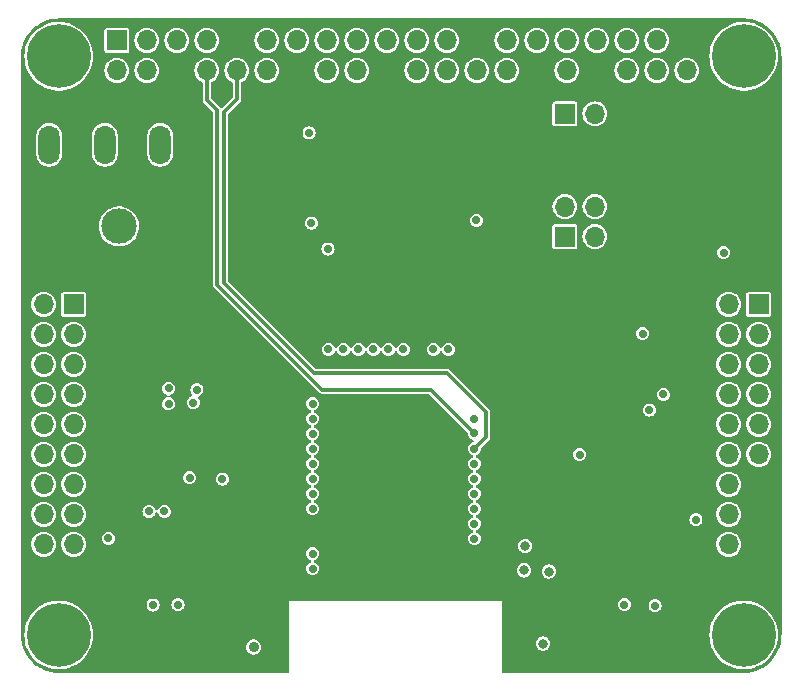
<source format=gbr>
%TF.GenerationSoftware,KiCad,Pcbnew,8.0.1-8.0.1-0~ubuntu20.04.1*%
%TF.CreationDate,2024-04-20T12:51:40-03:00*%
%TF.ProjectId,seebum_esp32s3,73656562-756d-45f6-9573-70333273332e,rev?*%
%TF.SameCoordinates,Original*%
%TF.FileFunction,Copper,L3,Inr*%
%TF.FilePolarity,Positive*%
%FSLAX46Y46*%
G04 Gerber Fmt 4.6, Leading zero omitted, Abs format (unit mm)*
G04 Created by KiCad (PCBNEW 8.0.1-8.0.1-0~ubuntu20.04.1) date 2024-04-20 12:51:40*
%MOMM*%
%LPD*%
G01*
G04 APERTURE LIST*
%TA.AperFunction,ComponentPad*%
%ADD10C,0.800000*%
%TD*%
%TA.AperFunction,ComponentPad*%
%ADD11C,5.400000*%
%TD*%
%TA.AperFunction,ComponentPad*%
%ADD12R,1.700000X1.700000*%
%TD*%
%TA.AperFunction,ComponentPad*%
%ADD13O,1.700000X1.700000*%
%TD*%
%TA.AperFunction,ComponentPad*%
%ADD14O,1.800000X3.300000*%
%TD*%
%TA.AperFunction,ComponentPad*%
%ADD15O,1.000000X2.100000*%
%TD*%
%TA.AperFunction,ComponentPad*%
%ADD16O,1.000000X1.800000*%
%TD*%
%TA.AperFunction,ComponentPad*%
%ADD17C,0.600000*%
%TD*%
%TA.AperFunction,ComponentPad*%
%ADD18R,3.000000X3.000000*%
%TD*%
%TA.AperFunction,ComponentPad*%
%ADD19C,3.000000*%
%TD*%
%TA.AperFunction,ViaPad*%
%ADD20C,0.800000*%
%TD*%
%TA.AperFunction,ViaPad*%
%ADD21C,0.700000*%
%TD*%
%TA.AperFunction,ViaPad*%
%ADD22C,0.900000*%
%TD*%
%TA.AperFunction,Conductor*%
%ADD23C,0.300000*%
%TD*%
G04 APERTURE END LIST*
D10*
%TO.N,N/C*%
%TO.C,H102*%
X177487500Y-62115000D03*
X178057500Y-63595000D03*
X178067500Y-60645000D03*
X179547500Y-60055000D03*
D11*
X179547500Y-62125000D03*
D10*
X179547500Y-64175000D03*
X181017500Y-60645000D03*
X181017500Y-63595000D03*
X181607500Y-62115000D03*
%TD*%
D12*
%TO.N,unconnected-(J401-Pin_1-Pad1)*%
%TO.C,J401*%
X126467500Y-60785000D03*
D13*
%TO.N,/5V_RASP*%
X126467500Y-63325000D03*
%TO.N,/ESP32/GPIO10*%
X129007500Y-60785000D03*
%TO.N,/5V_RASP*%
X129007500Y-63325000D03*
%TO.N,/ESP32/GPIO9*%
X131547500Y-60785000D03*
%TO.N,GND*%
X131547500Y-63325000D03*
%TO.N,unconnected-(J401-Pin_7-Pad7)*%
X134087500Y-60785000D03*
%TO.N,/ESP32/GPIO18*%
X134087500Y-63325000D03*
%TO.N,GND*%
X136627500Y-60785000D03*
%TO.N,/ESP32/COMM*%
X136627500Y-63325000D03*
%TO.N,unconnected-(J401-Pin_11-Pad11)*%
X139167500Y-60785000D03*
%TO.N,unconnected-(J401-Pin_12-Pad12)*%
X139167500Y-63325000D03*
%TO.N,unconnected-(J401-Pin_13-Pad13)*%
X141707500Y-60785000D03*
%TO.N,GND*%
X141707500Y-63325000D03*
%TO.N,unconnected-(J401-Pin_15-Pad15)*%
X144247500Y-60785000D03*
%TO.N,unconnected-(J401-Pin_16-Pad16)*%
X144247500Y-63325000D03*
%TO.N,unconnected-(J401-Pin_17-Pad17)*%
X146787500Y-60785000D03*
%TO.N,unconnected-(J401-Pin_18-Pad18)*%
X146787500Y-63325000D03*
%TO.N,unconnected-(J401-Pin_19-Pad19)*%
X149327500Y-60785000D03*
%TO.N,GND*%
X149327500Y-63325000D03*
%TO.N,unconnected-(J401-Pin_21-Pad21)*%
X151867500Y-60785000D03*
%TO.N,unconnected-(J401-Pin_22-Pad22)*%
X151867500Y-63325000D03*
%TO.N,unconnected-(J401-Pin_23-Pad23)*%
X154407500Y-60785000D03*
%TO.N,unconnected-(J401-Pin_24-Pad24)*%
X154407500Y-63325000D03*
%TO.N,GND*%
X156947500Y-60785000D03*
%TO.N,unconnected-(J401-Pin_26-Pad26)*%
X156947500Y-63325000D03*
%TO.N,unconnected-(J401-Pin_27-Pad27)*%
X159487500Y-60785000D03*
%TO.N,unconnected-(J401-Pin_28-Pad28)*%
X159487500Y-63325000D03*
%TO.N,unconnected-(J401-Pin_29-Pad29)*%
X162027500Y-60785000D03*
%TO.N,GND*%
X162027500Y-63325000D03*
%TO.N,unconnected-(J401-Pin_31-Pad31)*%
X164567500Y-60785000D03*
%TO.N,unconnected-(J401-Pin_32-Pad32)*%
X164567500Y-63325000D03*
%TO.N,unconnected-(J401-Pin_33-Pad33)*%
X167107500Y-60785000D03*
%TO.N,GND*%
X167107500Y-63325000D03*
%TO.N,unconnected-(J401-Pin_35-Pad35)*%
X169647500Y-60785000D03*
%TO.N,unconnected-(J401-Pin_36-Pad36)*%
X169647500Y-63325000D03*
%TO.N,unconnected-(J401-Pin_37-Pad37)*%
X172187500Y-60785000D03*
%TO.N,unconnected-(J401-Pin_38-Pad38)*%
X172187500Y-63325000D03*
%TO.N,GND*%
X174727500Y-60785000D03*
%TO.N,unconnected-(J401-Pin_40-Pad40)*%
X174727500Y-63325000D03*
%TD*%
D10*
%TO.N,N/C*%
%TO.C,H103*%
X119487500Y-111115000D03*
X120057500Y-112595000D03*
X120067500Y-109645000D03*
X121547500Y-109055000D03*
D11*
X121547500Y-111125000D03*
D10*
X121547500Y-113175000D03*
X123017500Y-109645000D03*
X123017500Y-112595000D03*
X123607500Y-111115000D03*
%TD*%
%TO.N,N/C*%
%TO.C,H104*%
X177487500Y-111115000D03*
X178057500Y-112595000D03*
X178067500Y-109645000D03*
X179547500Y-109055000D03*
D11*
X179547500Y-111125000D03*
D10*
X179547500Y-113175000D03*
X181017500Y-109645000D03*
X181017500Y-112595000D03*
X181607500Y-111115000D03*
%TD*%
D14*
%TO.N,+BATT*%
%TO.C,SW101*%
X130147500Y-69625000D03*
%TO.N,Net-(Q101-S)*%
X125447500Y-69625000D03*
%TO.N,unconnected-(SW101A-C-Pad3)*%
X120747500Y-69625000D03*
%TD*%
D12*
%TO.N,unconnected-(J102-Pin_1-Pad1)*%
%TO.C,J102*%
X164407500Y-77392500D03*
D13*
%TO.N,/5V_PSU*%
X164407500Y-74852500D03*
%TO.N,/5V_ESP32*%
X166947500Y-77392500D03*
%TO.N,+5V*%
X166947500Y-74852500D03*
%TD*%
D15*
%TO.N,GND*%
%TO.C,J201*%
X125977500Y-107625000D03*
D16*
X125977500Y-111825000D03*
D15*
X134617500Y-107625000D03*
D16*
X134617500Y-111825000D03*
%TD*%
D17*
%TO.N,GND*%
%TO.C,U301*%
X145292500Y-72002500D03*
X146592500Y-72002500D03*
X147892500Y-72002500D03*
X149192500Y-72002500D03*
X145292500Y-70702500D03*
X146592500Y-70702500D03*
X147892500Y-70702500D03*
X149192500Y-70702500D03*
%TD*%
D18*
%TO.N,GND*%
%TO.C,J101*%
X121647500Y-76525000D03*
D19*
%TO.N,Net-(J101-Pin_2)*%
X126647500Y-76525000D03*
%TD*%
D10*
%TO.N,N/C*%
%TO.C,H101*%
X119487500Y-62115000D03*
X120057500Y-63595000D03*
X120067500Y-60645000D03*
X121547500Y-60055000D03*
D11*
X121547500Y-62125000D03*
D10*
X121547500Y-64175000D03*
X123017500Y-60645000D03*
X123017500Y-63595000D03*
X123607500Y-62115000D03*
%TD*%
D15*
%TO.N,GND*%
%TO.C,J202*%
X166427500Y-107625000D03*
D16*
X166427500Y-111825000D03*
D15*
X175067500Y-107625000D03*
D16*
X175067500Y-111825000D03*
%TD*%
D12*
%TO.N,/5V_RASP*%
%TO.C,J103*%
X164407500Y-67002500D03*
D13*
%TO.N,+5V*%
X166947500Y-67002500D03*
%TD*%
D12*
%TO.N,+BATT*%
%TO.C,J203*%
X122817500Y-83125000D03*
D13*
X120277500Y-83125000D03*
%TO.N,/ESP32/GPIO12*%
X122817500Y-85665000D03*
%TO.N,/ESP32/GPIO13*%
X120277500Y-85665000D03*
%TO.N,/ESP32/AIN1.1*%
X122817500Y-88205000D03*
%TO.N,/ESP32/AIN2.1*%
X120277500Y-88205000D03*
%TO.N,/ESP32/AIN1.2*%
X122817500Y-90745000D03*
%TO.N,/ESP32/AIN2.2*%
X120277500Y-90745000D03*
%TO.N,/ESP32/GPIO35*%
X122817500Y-93285000D03*
%TO.N,/ESP32/GPIO36*%
X120277500Y-93285000D03*
%TO.N,/ESP32/EIN1.1*%
X122817500Y-95825000D03*
%TO.N,/ESP32/EIN2.1*%
X120277500Y-95825000D03*
%TO.N,/ESP32/EIN1.2*%
X122817500Y-98365000D03*
%TO.N,/ESP32/EIN2.2*%
X120277500Y-98365000D03*
%TO.N,/ESP32/E1_Signal1*%
X122817500Y-100905000D03*
%TO.N,/ESP32/E2_Signal1*%
X120277500Y-100905000D03*
%TO.N,/ESP32/E1_Signal2*%
X122817500Y-103445000D03*
%TO.N,/ESP32/E2_Signal2*%
X120277500Y-103445000D03*
%TO.N,GND*%
X122817500Y-105985000D03*
X120277500Y-105985000D03*
%TD*%
D12*
%TO.N,+3V3*%
%TO.C,J204*%
X180817500Y-83125000D03*
D13*
%TO.N,+5V*%
X178277500Y-83125000D03*
%TO.N,+3V3*%
X180817500Y-85665000D03*
%TO.N,+5V*%
X178277500Y-85665000D03*
%TO.N,/ESP32/GPIO10*%
X180817500Y-88205000D03*
%TO.N,/ESP32/GPIO9*%
X178277500Y-88205000D03*
%TO.N,/ESP32/GPIO18*%
X180817500Y-90745000D03*
%TO.N,/ESP32/GPIO8*%
X178277500Y-90745000D03*
%TO.N,/ESP32/GPIO16*%
X180817500Y-93285000D03*
%TO.N,/ESP32/COMM*%
X178277500Y-93285000D03*
%TO.N,/ESP32/GPIO7*%
X180817500Y-95825000D03*
%TO.N,/ESP32/GPIO15*%
X178277500Y-95825000D03*
%TO.N,GND*%
X180817500Y-98365000D03*
%TO.N,/ESP32/GPIO6*%
X178277500Y-98365000D03*
%TO.N,GND*%
X180817500Y-100905000D03*
%TO.N,/ESP32/GPIO5*%
X178277500Y-100905000D03*
%TO.N,GND*%
X180817500Y-103445000D03*
%TO.N,/ESP32/GPIO4*%
X178277500Y-103445000D03*
%TO.N,GND*%
X180817500Y-105985000D03*
X178277500Y-105985000D03*
%TD*%
D20*
%TO.N,+3V3*%
X163047500Y-105752500D03*
D21*
X177847500Y-78752500D03*
X165647500Y-95852500D03*
X170997500Y-85602500D03*
%TO.N,GND*%
X150747500Y-70552500D03*
X142547500Y-74502500D03*
X142547500Y-73302500D03*
X138947500Y-73302500D03*
X121447500Y-81202500D03*
X152297500Y-70552500D03*
X170097500Y-97302500D03*
X150747500Y-72252500D03*
X137547500Y-71702500D03*
X152297500Y-72252500D03*
X124347500Y-81202500D03*
X137747500Y-70302500D03*
X137747500Y-73302500D03*
D20*
X138347500Y-89102500D03*
D21*
X119997500Y-80102500D03*
X121447500Y-80102500D03*
X119997500Y-78902500D03*
X150747500Y-68802500D03*
X152297500Y-74102500D03*
D20*
X139847500Y-87902500D03*
D21*
X124347500Y-80102500D03*
X140147500Y-70302500D03*
X122897500Y-78902500D03*
X141347500Y-73302500D03*
X138947500Y-70302500D03*
D20*
X140947500Y-89002500D03*
D21*
X141347500Y-70302500D03*
X136347500Y-71702500D03*
X142547500Y-70302500D03*
X130447500Y-96252500D03*
X153847500Y-70552500D03*
X152297500Y-68802500D03*
X150747500Y-74102500D03*
X135447500Y-91652500D03*
X122897500Y-80102500D03*
X121447500Y-78902500D03*
X140147500Y-73302500D03*
X153847500Y-72252500D03*
X122897500Y-81202500D03*
X119997500Y-81202500D03*
D20*
%TO.N,/ESP32/CHIP_PU*%
X162547500Y-111852500D03*
X161047500Y-103585000D03*
D21*
%TO.N,+BATT*%
X142747500Y-68615000D03*
X142947500Y-76252500D03*
%TO.N,/ESP32/U0RXD*%
X130847500Y-90252500D03*
%TO.N,/ESP32/U0TXD*%
X133247500Y-90352500D03*
%TO.N,/ESP32/D+*%
X129197500Y-100652500D03*
X130497500Y-100652500D03*
%TO.N,/5V_PSU*%
X144347500Y-78452500D03*
X156922500Y-76015000D03*
%TO.N,/5V_ESP32*%
X125747500Y-102952500D03*
X175497500Y-101352500D03*
%TO.N,Net-(J201-CC1)*%
X129544182Y-108592810D03*
%TO.N,Net-(J201-CC2)*%
X131647500Y-108552500D03*
%TO.N,Net-(J202-CC1)*%
X169447500Y-108552500D03*
%TO.N,Net-(J202-CC2)*%
X172047500Y-108652500D03*
D20*
%TO.N,/ESP32/ESP32_3V3*%
X160947500Y-105652500D03*
D21*
%TO.N,Net-(JP202-B)*%
X130847500Y-91552500D03*
%TO.N,Net-(JP203-B)*%
X132947500Y-91452500D03*
%TO.N,/ESP32/GPIO5*%
X156747500Y-101705000D03*
%TO.N,Net-(JP206-A)*%
X135403848Y-97921348D03*
%TO.N,Net-(JP207-A)*%
X132647500Y-97815000D03*
D22*
%TO.N,/ESP32/GPIO0*%
X138047500Y-112152500D03*
D21*
%TO.N,/ESP32/AIN1.2*%
X145652500Y-86952500D03*
%TO.N,/ESP32/EIN2.2*%
X143047500Y-97895000D03*
%TO.N,/ESP32/GPIO7*%
X156747500Y-99165000D03*
%TO.N,/ESP32/AIN1.1*%
X148192500Y-86952500D03*
%TO.N,/ESP32/EIN1.1*%
X143047500Y-94085000D03*
%TO.N,/ESP32/EIN1.2*%
X143047500Y-96625000D03*
%TO.N,/ESP32/GPIO12*%
X150732500Y-86952500D03*
%TO.N,/ESP32/GPIO18*%
X171547500Y-92085000D03*
X156747500Y-94052500D03*
%TO.N,/ESP32/COMM*%
X156747500Y-95352500D03*
%TO.N,/ESP32/GPIO6*%
X156747500Y-100435000D03*
%TO.N,/ESP32/AIN2.2*%
X144382500Y-86952500D03*
%TO.N,/ESP32/E1_Signal2*%
X143047500Y-104245000D03*
%TO.N,/ESP32/E2_Signal2*%
X143047500Y-105515000D03*
%TO.N,/ESP32/E2_Signal1*%
X143047500Y-100435000D03*
%TO.N,/ESP32/EIN2.1*%
X143047500Y-95355000D03*
%TO.N,/ESP32/AIN2.1*%
X146922500Y-86952500D03*
%TO.N,/ESP32/GPIO36*%
X143047500Y-92815000D03*
%TO.N,/ESP32/GPIO35*%
X143047500Y-91545000D03*
%TO.N,/ESP32/E1_Signal1*%
X143047500Y-99165000D03*
%TO.N,/ESP32/GPIO8*%
X172747500Y-90745000D03*
X156747500Y-92815000D03*
%TO.N,/ESP32/GPIO15*%
X156747500Y-97895000D03*
%TO.N,/ESP32/GPIO16*%
X156747500Y-96625000D03*
%TO.N,/ESP32/GPIO4*%
X156747500Y-102975000D03*
%TO.N,/ESP32/GPIO10*%
X153272500Y-86952500D03*
%TO.N,/ESP32/GPIO9*%
X154542500Y-86952500D03*
%TO.N,/ESP32/GPIO13*%
X149462500Y-86952500D03*
%TD*%
D23*
%TO.N,/ESP32/GPIO18*%
X143847500Y-90352500D02*
X134947500Y-81452500D01*
X134947500Y-66652500D02*
X134087500Y-65792500D01*
X153047500Y-90352500D02*
X143847500Y-90352500D01*
X134087500Y-65792500D02*
X134087500Y-63325000D01*
X134947500Y-81452500D02*
X134947500Y-66652500D01*
X156747500Y-94052500D02*
X153047500Y-90352500D01*
%TO.N,/ESP32/COMM*%
X135547500Y-81345394D02*
X135547500Y-66852500D01*
X143154606Y-88952500D02*
X135547500Y-81345394D01*
X157747500Y-94352500D02*
X157747500Y-92252500D01*
X136627500Y-65772500D02*
X136627500Y-63325000D01*
X157747500Y-92252500D02*
X154447500Y-88952500D01*
X154447500Y-88952500D02*
X143154606Y-88952500D01*
X135547500Y-66852500D02*
X136627500Y-65772500D01*
X156747500Y-95352500D02*
X157747500Y-94352500D01*
%TD*%
%TA.AperFunction,Conductor*%
%TO.N,GND*%
G36*
X179550743Y-58925669D02*
G01*
X179875452Y-58942687D01*
X179888360Y-58944044D01*
X180206294Y-58994400D01*
X180218978Y-58997095D01*
X180529929Y-59080414D01*
X180542270Y-59084425D01*
X180842782Y-59199780D01*
X180854638Y-59205058D01*
X181141476Y-59351210D01*
X181152692Y-59357686D01*
X181422665Y-59533008D01*
X181433166Y-59540637D01*
X181666289Y-59729417D01*
X181683336Y-59743221D01*
X181692981Y-59751906D01*
X181920593Y-59979518D01*
X181929278Y-59989163D01*
X182131862Y-60239333D01*
X182139491Y-60249834D01*
X182314810Y-60519802D01*
X182321292Y-60531029D01*
X182396233Y-60678107D01*
X182467440Y-60817859D01*
X182472719Y-60829717D01*
X182588074Y-61130229D01*
X182592085Y-61142572D01*
X182675402Y-61453515D01*
X182678100Y-61466211D01*
X182728455Y-61784139D01*
X182729812Y-61797047D01*
X182746829Y-62121737D01*
X182746999Y-62128227D01*
X182746999Y-62182584D01*
X182747000Y-62182597D01*
X182747000Y-111121753D01*
X182746830Y-111128243D01*
X182729812Y-111452952D01*
X182728455Y-111465860D01*
X182678100Y-111783788D01*
X182675402Y-111796484D01*
X182592085Y-112107427D01*
X182588074Y-112119770D01*
X182472719Y-112420282D01*
X182467440Y-112432140D01*
X182321296Y-112718964D01*
X182314806Y-112730204D01*
X182139491Y-113000165D01*
X182131862Y-113010666D01*
X181929278Y-113260836D01*
X181920593Y-113270481D01*
X181692981Y-113498093D01*
X181683336Y-113506778D01*
X181433166Y-113709362D01*
X181422665Y-113716991D01*
X181152704Y-113892306D01*
X181141464Y-113898796D01*
X180854640Y-114044940D01*
X180842782Y-114050219D01*
X180542270Y-114165574D01*
X180529927Y-114169585D01*
X180218984Y-114252902D01*
X180206288Y-114255600D01*
X179888360Y-114305955D01*
X179875452Y-114307312D01*
X179550744Y-114324330D01*
X179544254Y-114324500D01*
X159174000Y-114324500D01*
X159106961Y-114304815D01*
X159061206Y-114252011D01*
X159050000Y-114200500D01*
X159050000Y-111852501D01*
X161941818Y-111852501D01*
X161962455Y-112009260D01*
X161962456Y-112009262D01*
X162022964Y-112155341D01*
X162119218Y-112280782D01*
X162244659Y-112377036D01*
X162390738Y-112437544D01*
X162469119Y-112447863D01*
X162547499Y-112458182D01*
X162547500Y-112458182D01*
X162547501Y-112458182D01*
X162599754Y-112451302D01*
X162704262Y-112437544D01*
X162850341Y-112377036D01*
X162975782Y-112280782D01*
X163072036Y-112155341D01*
X163132544Y-112009262D01*
X163153182Y-111852500D01*
X163152586Y-111847976D01*
X163132544Y-111695739D01*
X163132544Y-111695738D01*
X163072036Y-111549659D01*
X162975782Y-111424218D01*
X162850341Y-111327964D01*
X162704262Y-111267456D01*
X162704260Y-111267455D01*
X162547501Y-111246818D01*
X162547499Y-111246818D01*
X162390739Y-111267455D01*
X162390737Y-111267456D01*
X162244660Y-111327963D01*
X162119218Y-111424218D01*
X162022963Y-111549660D01*
X161962456Y-111695737D01*
X161962455Y-111695739D01*
X161941818Y-111852498D01*
X161941818Y-111852501D01*
X159050000Y-111852501D01*
X159050000Y-111125003D01*
X176642084Y-111125003D01*
X176661729Y-111462298D01*
X176661730Y-111462309D01*
X176720396Y-111795017D01*
X176720399Y-111795031D01*
X176720400Y-111795035D01*
X176736250Y-111847977D01*
X176817301Y-112118710D01*
X176951121Y-112428939D01*
X176951127Y-112428952D01*
X177120060Y-112721553D01*
X177321818Y-112992561D01*
X177321823Y-112992567D01*
X177441569Y-113119489D01*
X177553683Y-113238323D01*
X177553689Y-113238328D01*
X177553691Y-113238330D01*
X177812501Y-113455499D01*
X177812506Y-113455502D01*
X178094792Y-113641164D01*
X178396724Y-113792800D01*
X178714217Y-113908358D01*
X179042980Y-113986276D01*
X179378565Y-114025500D01*
X179378572Y-114025500D01*
X179716428Y-114025500D01*
X179716435Y-114025500D01*
X180052020Y-113986276D01*
X180380783Y-113908358D01*
X180698276Y-113792800D01*
X181000208Y-113641164D01*
X181282494Y-113455502D01*
X181541317Y-113238323D01*
X181773178Y-112992565D01*
X181974940Y-112721552D01*
X182143875Y-112428948D01*
X182277698Y-112118711D01*
X182374600Y-111795035D01*
X182433271Y-111462298D01*
X182452916Y-111125000D01*
X182433271Y-110787702D01*
X182374600Y-110454965D01*
X182277698Y-110131289D01*
X182143875Y-109821052D01*
X181974940Y-109528448D01*
X181974939Y-109528446D01*
X181773181Y-109257438D01*
X181773176Y-109257432D01*
X181599805Y-109073671D01*
X181541317Y-109011677D01*
X181541310Y-109011671D01*
X181541308Y-109011669D01*
X181282498Y-108794500D01*
X181066596Y-108652500D01*
X181000208Y-108608836D01*
X180888032Y-108552499D01*
X180698283Y-108457203D01*
X180698277Y-108457200D01*
X180380784Y-108341642D01*
X180380781Y-108341641D01*
X180099078Y-108274877D01*
X180052020Y-108263724D01*
X179716435Y-108224500D01*
X179378565Y-108224500D01*
X179042980Y-108263724D01*
X178714218Y-108341641D01*
X178714215Y-108341642D01*
X178396722Y-108457200D01*
X178396716Y-108457203D01*
X178094795Y-108608834D01*
X177812501Y-108794500D01*
X177553691Y-109011669D01*
X177553681Y-109011679D01*
X177321823Y-109257432D01*
X177321818Y-109257438D01*
X177120060Y-109528446D01*
X176951127Y-109821047D01*
X176951121Y-109821060D01*
X176817301Y-110131289D01*
X176720399Y-110454968D01*
X176720396Y-110454982D01*
X176661730Y-110787690D01*
X176661729Y-110787701D01*
X176642084Y-111124996D01*
X176642084Y-111125003D01*
X159050000Y-111125003D01*
X159050000Y-108552500D01*
X168892250Y-108552500D01*
X168905415Y-108652500D01*
X168911170Y-108696208D01*
X168911171Y-108696212D01*
X168966637Y-108830122D01*
X168966638Y-108830124D01*
X168966639Y-108830125D01*
X169054879Y-108945121D01*
X169169875Y-109033361D01*
X169169876Y-109033361D01*
X169169877Y-109033362D01*
X169214513Y-109051850D01*
X169303791Y-109088830D01*
X169430780Y-109105548D01*
X169447499Y-109107750D01*
X169447500Y-109107750D01*
X169447501Y-109107750D01*
X169462477Y-109105778D01*
X169591209Y-109088830D01*
X169725125Y-109033361D01*
X169840121Y-108945121D01*
X169928361Y-108830125D01*
X169983830Y-108696209D01*
X169989585Y-108652500D01*
X171492250Y-108652500D01*
X171511170Y-108796208D01*
X171511171Y-108796212D01*
X171566637Y-108930122D01*
X171566638Y-108930124D01*
X171566639Y-108930125D01*
X171654879Y-109045121D01*
X171769875Y-109133361D01*
X171903791Y-109188830D01*
X172030780Y-109205548D01*
X172047499Y-109207750D01*
X172047500Y-109207750D01*
X172047501Y-109207750D01*
X172062477Y-109205778D01*
X172191209Y-109188830D01*
X172325125Y-109133361D01*
X172440121Y-109045121D01*
X172528361Y-108930125D01*
X172583830Y-108796209D01*
X172602750Y-108652500D01*
X172583830Y-108508791D01*
X172528361Y-108374875D01*
X172440121Y-108259879D01*
X172325125Y-108171639D01*
X172325124Y-108171638D01*
X172325122Y-108171637D01*
X172191212Y-108116171D01*
X172191210Y-108116170D01*
X172191209Y-108116170D01*
X172119354Y-108106710D01*
X172047501Y-108097250D01*
X172047499Y-108097250D01*
X171903791Y-108116170D01*
X171903787Y-108116171D01*
X171769877Y-108171637D01*
X171654879Y-108259879D01*
X171566637Y-108374877D01*
X171511171Y-108508787D01*
X171511170Y-108508791D01*
X171492250Y-108652499D01*
X171492250Y-108652500D01*
X169989585Y-108652500D01*
X170002750Y-108552500D01*
X169983830Y-108408791D01*
X169928361Y-108274875D01*
X169840121Y-108159879D01*
X169725125Y-108071639D01*
X169725124Y-108071638D01*
X169725122Y-108071637D01*
X169591212Y-108016171D01*
X169591210Y-108016170D01*
X169591209Y-108016170D01*
X169519354Y-108006710D01*
X169447501Y-107997250D01*
X169447499Y-107997250D01*
X169303791Y-108016170D01*
X169303787Y-108016171D01*
X169169877Y-108071637D01*
X169054879Y-108159879D01*
X168966637Y-108274877D01*
X168911171Y-108408787D01*
X168911170Y-108408791D01*
X168898005Y-108508791D01*
X168892250Y-108552500D01*
X159050000Y-108552500D01*
X159050000Y-108272500D01*
X141050000Y-108272500D01*
X141050000Y-114200500D01*
X141030315Y-114267539D01*
X140977511Y-114313294D01*
X140926000Y-114324500D01*
X121550746Y-114324500D01*
X121544256Y-114324330D01*
X121219547Y-114307312D01*
X121206639Y-114305955D01*
X120888711Y-114255600D01*
X120876015Y-114252902D01*
X120565072Y-114169585D01*
X120552729Y-114165574D01*
X120252217Y-114050219D01*
X120240359Y-114044940D01*
X120043001Y-113944381D01*
X119953529Y-113898792D01*
X119942302Y-113892310D01*
X119672334Y-113716991D01*
X119661833Y-113709362D01*
X119411663Y-113506778D01*
X119402018Y-113498093D01*
X119174406Y-113270481D01*
X119165721Y-113260836D01*
X118963137Y-113010666D01*
X118955508Y-113000165D01*
X118950574Y-112992567D01*
X118780186Y-112730192D01*
X118773710Y-112718976D01*
X118627558Y-112432138D01*
X118622280Y-112420282D01*
X118506925Y-112119770D01*
X118502914Y-112107427D01*
X118434607Y-111852501D01*
X118419595Y-111796478D01*
X118416899Y-111783788D01*
X118406474Y-111717970D01*
X118366544Y-111465860D01*
X118365187Y-111452952D01*
X118348170Y-111128243D01*
X118348085Y-111125003D01*
X118642084Y-111125003D01*
X118661729Y-111462298D01*
X118661730Y-111462309D01*
X118720396Y-111795017D01*
X118720399Y-111795031D01*
X118720400Y-111795035D01*
X118736250Y-111847977D01*
X118817301Y-112118710D01*
X118951121Y-112428939D01*
X118951127Y-112428952D01*
X119120060Y-112721553D01*
X119321818Y-112992561D01*
X119321823Y-112992567D01*
X119441569Y-113119489D01*
X119553683Y-113238323D01*
X119553689Y-113238328D01*
X119553691Y-113238330D01*
X119812501Y-113455499D01*
X119812506Y-113455502D01*
X120094792Y-113641164D01*
X120396724Y-113792800D01*
X120714217Y-113908358D01*
X121042980Y-113986276D01*
X121378565Y-114025500D01*
X121378572Y-114025500D01*
X121716428Y-114025500D01*
X121716435Y-114025500D01*
X122052020Y-113986276D01*
X122380783Y-113908358D01*
X122698276Y-113792800D01*
X123000208Y-113641164D01*
X123282494Y-113455502D01*
X123541317Y-113238323D01*
X123773178Y-112992565D01*
X123974940Y-112721552D01*
X124143875Y-112428948D01*
X124263123Y-112152500D01*
X137392222Y-112152500D01*
X137411262Y-112309318D01*
X137467280Y-112457023D01*
X137557017Y-112587030D01*
X137675260Y-112691783D01*
X137675262Y-112691784D01*
X137815134Y-112765196D01*
X137968514Y-112803000D01*
X137968515Y-112803000D01*
X138126485Y-112803000D01*
X138279865Y-112765196D01*
X138305230Y-112751883D01*
X138419740Y-112691783D01*
X138537983Y-112587030D01*
X138627720Y-112457023D01*
X138683737Y-112309318D01*
X138702778Y-112152500D01*
X138683737Y-111995682D01*
X138627720Y-111847977D01*
X138537983Y-111717970D01*
X138419740Y-111613217D01*
X138419738Y-111613216D01*
X138419737Y-111613215D01*
X138279865Y-111539803D01*
X138126486Y-111502000D01*
X138126485Y-111502000D01*
X137968515Y-111502000D01*
X137968514Y-111502000D01*
X137815134Y-111539803D01*
X137675262Y-111613215D01*
X137557016Y-111717971D01*
X137467281Y-111847975D01*
X137467280Y-111847976D01*
X137411262Y-111995681D01*
X137392222Y-112152499D01*
X137392222Y-112152500D01*
X124263123Y-112152500D01*
X124277698Y-112118711D01*
X124374600Y-111795035D01*
X124433271Y-111462298D01*
X124452916Y-111125000D01*
X124433271Y-110787702D01*
X124374600Y-110454965D01*
X124277698Y-110131289D01*
X124143875Y-109821052D01*
X123974940Y-109528448D01*
X123974939Y-109528446D01*
X123773181Y-109257438D01*
X123773176Y-109257432D01*
X123599805Y-109073671D01*
X123541317Y-109011677D01*
X123541310Y-109011671D01*
X123541308Y-109011669D01*
X123282498Y-108794500D01*
X123066596Y-108652500D01*
X123000208Y-108608836D01*
X122968298Y-108592810D01*
X128988932Y-108592810D01*
X128996790Y-108652500D01*
X129007852Y-108736518D01*
X129007853Y-108736522D01*
X129063319Y-108870432D01*
X129063320Y-108870434D01*
X129063321Y-108870435D01*
X129151561Y-108985431D01*
X129266557Y-109073671D01*
X129400473Y-109129140D01*
X129527462Y-109145858D01*
X129544181Y-109148060D01*
X129544182Y-109148060D01*
X129544183Y-109148060D01*
X129559159Y-109146088D01*
X129687891Y-109129140D01*
X129821807Y-109073671D01*
X129936803Y-108985431D01*
X130025043Y-108870435D01*
X130080512Y-108736519D01*
X130099432Y-108592810D01*
X130094125Y-108552500D01*
X131092250Y-108552500D01*
X131105415Y-108652500D01*
X131111170Y-108696208D01*
X131111171Y-108696212D01*
X131166637Y-108830122D01*
X131166638Y-108830124D01*
X131166639Y-108830125D01*
X131254879Y-108945121D01*
X131369875Y-109033361D01*
X131369876Y-109033361D01*
X131369877Y-109033362D01*
X131414513Y-109051850D01*
X131503791Y-109088830D01*
X131630780Y-109105548D01*
X131647499Y-109107750D01*
X131647500Y-109107750D01*
X131647501Y-109107750D01*
X131662477Y-109105778D01*
X131791209Y-109088830D01*
X131925125Y-109033361D01*
X132040121Y-108945121D01*
X132128361Y-108830125D01*
X132183830Y-108696209D01*
X132202750Y-108552500D01*
X132183830Y-108408791D01*
X132128361Y-108274875D01*
X132040121Y-108159879D01*
X131925125Y-108071639D01*
X131925124Y-108071638D01*
X131925122Y-108071637D01*
X131791212Y-108016171D01*
X131791210Y-108016170D01*
X131791209Y-108016170D01*
X131719354Y-108006710D01*
X131647501Y-107997250D01*
X131647499Y-107997250D01*
X131503791Y-108016170D01*
X131503787Y-108016171D01*
X131369877Y-108071637D01*
X131254879Y-108159879D01*
X131166637Y-108274877D01*
X131111171Y-108408787D01*
X131111170Y-108408791D01*
X131098005Y-108508791D01*
X131092250Y-108552500D01*
X130094125Y-108552500D01*
X130080512Y-108449101D01*
X130025043Y-108315185D01*
X129936803Y-108200189D01*
X129821807Y-108111949D01*
X129821806Y-108111948D01*
X129821804Y-108111947D01*
X129687894Y-108056481D01*
X129687892Y-108056480D01*
X129687891Y-108056480D01*
X129616036Y-108047020D01*
X129544183Y-108037560D01*
X129544181Y-108037560D01*
X129400473Y-108056480D01*
X129400469Y-108056481D01*
X129266559Y-108111947D01*
X129151561Y-108200189D01*
X129063319Y-108315187D01*
X129007853Y-108449097D01*
X129007852Y-108449101D01*
X128999994Y-108508791D01*
X128988932Y-108592810D01*
X122968298Y-108592810D01*
X122888032Y-108552499D01*
X122698283Y-108457203D01*
X122698277Y-108457200D01*
X122380784Y-108341642D01*
X122380781Y-108341641D01*
X122099078Y-108274877D01*
X122052020Y-108263724D01*
X121716435Y-108224500D01*
X121378565Y-108224500D01*
X121042980Y-108263724D01*
X120714218Y-108341641D01*
X120714215Y-108341642D01*
X120396722Y-108457200D01*
X120396716Y-108457203D01*
X120094795Y-108608834D01*
X119812501Y-108794500D01*
X119553691Y-109011669D01*
X119553681Y-109011679D01*
X119321823Y-109257432D01*
X119321818Y-109257438D01*
X119120060Y-109528446D01*
X118951127Y-109821047D01*
X118951121Y-109821060D01*
X118817301Y-110131289D01*
X118720399Y-110454968D01*
X118720396Y-110454982D01*
X118661730Y-110787690D01*
X118661729Y-110787701D01*
X118642084Y-111124996D01*
X118642084Y-111125003D01*
X118348085Y-111125003D01*
X118348000Y-111121753D01*
X118348000Y-105515000D01*
X142492250Y-105515000D01*
X142511170Y-105658708D01*
X142511171Y-105658712D01*
X142566637Y-105792622D01*
X142566638Y-105792624D01*
X142566639Y-105792625D01*
X142654879Y-105907621D01*
X142769875Y-105995861D01*
X142903791Y-106051330D01*
X143030780Y-106068048D01*
X143047499Y-106070250D01*
X143047500Y-106070250D01*
X143047501Y-106070250D01*
X143062477Y-106068278D01*
X143191209Y-106051330D01*
X143325125Y-105995861D01*
X143440121Y-105907621D01*
X143528361Y-105792625D01*
X143583830Y-105658709D01*
X143584647Y-105652501D01*
X160341818Y-105652501D01*
X160362455Y-105809260D01*
X160362456Y-105809262D01*
X160403876Y-105909260D01*
X160422964Y-105955341D01*
X160519218Y-106080782D01*
X160644659Y-106177036D01*
X160790738Y-106237544D01*
X160869119Y-106247863D01*
X160947499Y-106258182D01*
X160947500Y-106258182D01*
X160947501Y-106258182D01*
X160999754Y-106251302D01*
X161104262Y-106237544D01*
X161250341Y-106177036D01*
X161375782Y-106080782D01*
X161472036Y-105955341D01*
X161532544Y-105809262D01*
X161540017Y-105752501D01*
X162441818Y-105752501D01*
X162462455Y-105909260D01*
X162462456Y-105909262D01*
X162521302Y-106051330D01*
X162522964Y-106055341D01*
X162619218Y-106180782D01*
X162744659Y-106277036D01*
X162890738Y-106337544D01*
X162969119Y-106347863D01*
X163047499Y-106358182D01*
X163047500Y-106358182D01*
X163047501Y-106358182D01*
X163099754Y-106351302D01*
X163204262Y-106337544D01*
X163350341Y-106277036D01*
X163475782Y-106180782D01*
X163572036Y-106055341D01*
X163632544Y-105909262D01*
X163646302Y-105804754D01*
X163653182Y-105752501D01*
X163653182Y-105752498D01*
X163632544Y-105595739D01*
X163632544Y-105595738D01*
X163572036Y-105449659D01*
X163475782Y-105324218D01*
X163350341Y-105227964D01*
X163341297Y-105224218D01*
X163204262Y-105167456D01*
X163204260Y-105167455D01*
X163047501Y-105146818D01*
X163047499Y-105146818D01*
X162890739Y-105167455D01*
X162890737Y-105167456D01*
X162744660Y-105227963D01*
X162619218Y-105324218D01*
X162522963Y-105449660D01*
X162462456Y-105595737D01*
X162462455Y-105595739D01*
X162441818Y-105752498D01*
X162441818Y-105752501D01*
X161540017Y-105752501D01*
X161553182Y-105652500D01*
X161532544Y-105495738D01*
X161472036Y-105349659D01*
X161375782Y-105224218D01*
X161250341Y-105127964D01*
X161104262Y-105067456D01*
X161104260Y-105067455D01*
X160947501Y-105046818D01*
X160947499Y-105046818D01*
X160790739Y-105067455D01*
X160790737Y-105067456D01*
X160644660Y-105127963D01*
X160519218Y-105224218D01*
X160422963Y-105349660D01*
X160362456Y-105495737D01*
X160362455Y-105495739D01*
X160341818Y-105652498D01*
X160341818Y-105652501D01*
X143584647Y-105652501D01*
X143602750Y-105515000D01*
X143583830Y-105371291D01*
X143528361Y-105237375D01*
X143440121Y-105122379D01*
X143325125Y-105034139D01*
X143325124Y-105034138D01*
X143325122Y-105034137D01*
X143229574Y-104994561D01*
X143175170Y-104950721D01*
X143153105Y-104884427D01*
X143170384Y-104816727D01*
X143221521Y-104769116D01*
X143229574Y-104765439D01*
X143250352Y-104756832D01*
X143325125Y-104725861D01*
X143440121Y-104637621D01*
X143528361Y-104522625D01*
X143583830Y-104388709D01*
X143602750Y-104245000D01*
X143583830Y-104101291D01*
X143528361Y-103967375D01*
X143440121Y-103852379D01*
X143325125Y-103764139D01*
X143325124Y-103764138D01*
X143325122Y-103764137D01*
X143191212Y-103708671D01*
X143191210Y-103708670D01*
X143191209Y-103708670D01*
X143119354Y-103699210D01*
X143047501Y-103689750D01*
X143047499Y-103689750D01*
X142903791Y-103708670D01*
X142903787Y-103708671D01*
X142769877Y-103764137D01*
X142654879Y-103852379D01*
X142566637Y-103967377D01*
X142511171Y-104101287D01*
X142511170Y-104101291D01*
X142492250Y-104244999D01*
X142492250Y-104245000D01*
X142511170Y-104388708D01*
X142511171Y-104388712D01*
X142566637Y-104522622D01*
X142566638Y-104522624D01*
X142566639Y-104522625D01*
X142654879Y-104637621D01*
X142769875Y-104725861D01*
X142801885Y-104739120D01*
X142865425Y-104765439D01*
X142919829Y-104809280D01*
X142941894Y-104875574D01*
X142924615Y-104943273D01*
X142873478Y-104990884D01*
X142865425Y-104994561D01*
X142769878Y-105034137D01*
X142769875Y-105034138D01*
X142769875Y-105034139D01*
X142726457Y-105067455D01*
X142654879Y-105122379D01*
X142566637Y-105237377D01*
X142511171Y-105371287D01*
X142511170Y-105371291D01*
X142492250Y-105514999D01*
X142492250Y-105515000D01*
X118348000Y-105515000D01*
X118348000Y-103445000D01*
X119221917Y-103445000D01*
X119242199Y-103650932D01*
X119259714Y-103708670D01*
X119302268Y-103848954D01*
X119399815Y-104031450D01*
X119399817Y-104031452D01*
X119531089Y-104191410D01*
X119596390Y-104245000D01*
X119691050Y-104322685D01*
X119873546Y-104420232D01*
X120071566Y-104480300D01*
X120071565Y-104480300D01*
X120090029Y-104482118D01*
X120277500Y-104500583D01*
X120483434Y-104480300D01*
X120681454Y-104420232D01*
X120863950Y-104322685D01*
X121023910Y-104191410D01*
X121155185Y-104031450D01*
X121252732Y-103848954D01*
X121312800Y-103650934D01*
X121333083Y-103445000D01*
X121761917Y-103445000D01*
X121782199Y-103650932D01*
X121799714Y-103708670D01*
X121842268Y-103848954D01*
X121939815Y-104031450D01*
X121939817Y-104031452D01*
X122071089Y-104191410D01*
X122136390Y-104245000D01*
X122231050Y-104322685D01*
X122413546Y-104420232D01*
X122611566Y-104480300D01*
X122611565Y-104480300D01*
X122630029Y-104482118D01*
X122817500Y-104500583D01*
X123023434Y-104480300D01*
X123221454Y-104420232D01*
X123403950Y-104322685D01*
X123563910Y-104191410D01*
X123695185Y-104031450D01*
X123792732Y-103848954D01*
X123852800Y-103650934D01*
X123859294Y-103585001D01*
X160441818Y-103585001D01*
X160462455Y-103741760D01*
X160462456Y-103741762D01*
X160522964Y-103887841D01*
X160619218Y-104013282D01*
X160744659Y-104109536D01*
X160890738Y-104170044D01*
X160969119Y-104180363D01*
X161047499Y-104190682D01*
X161047500Y-104190682D01*
X161047501Y-104190682D01*
X161099754Y-104183802D01*
X161204262Y-104170044D01*
X161350341Y-104109536D01*
X161475782Y-104013282D01*
X161572036Y-103887841D01*
X161632544Y-103741762D01*
X161653182Y-103585000D01*
X161634751Y-103445000D01*
X177221917Y-103445000D01*
X177242199Y-103650932D01*
X177259714Y-103708670D01*
X177302268Y-103848954D01*
X177399815Y-104031450D01*
X177399817Y-104031452D01*
X177531089Y-104191410D01*
X177596390Y-104245000D01*
X177691050Y-104322685D01*
X177873546Y-104420232D01*
X178071566Y-104480300D01*
X178071565Y-104480300D01*
X178090029Y-104482118D01*
X178277500Y-104500583D01*
X178483434Y-104480300D01*
X178681454Y-104420232D01*
X178863950Y-104322685D01*
X179023910Y-104191410D01*
X179155185Y-104031450D01*
X179252732Y-103848954D01*
X179312800Y-103650934D01*
X179333083Y-103445000D01*
X179312800Y-103239066D01*
X179252732Y-103041046D01*
X179155185Y-102858550D01*
X179103202Y-102795209D01*
X179023910Y-102698589D01*
X178906177Y-102601969D01*
X178863950Y-102567315D01*
X178681454Y-102469768D01*
X178483434Y-102409700D01*
X178483432Y-102409699D01*
X178483434Y-102409699D01*
X178277500Y-102389417D01*
X178071567Y-102409699D01*
X177873543Y-102469769D01*
X177827955Y-102494137D01*
X177691050Y-102567315D01*
X177691048Y-102567316D01*
X177691047Y-102567317D01*
X177531089Y-102698589D01*
X177399817Y-102858547D01*
X177302269Y-103041043D01*
X177242199Y-103239067D01*
X177221917Y-103445000D01*
X161634751Y-103445000D01*
X161632544Y-103428238D01*
X161572036Y-103282159D01*
X161475782Y-103156718D01*
X161350341Y-103060464D01*
X161204262Y-102999956D01*
X161204260Y-102999955D01*
X161047501Y-102979318D01*
X161047499Y-102979318D01*
X160890739Y-102999955D01*
X160890737Y-102999956D01*
X160744660Y-103060463D01*
X160619218Y-103156718D01*
X160522963Y-103282160D01*
X160462456Y-103428237D01*
X160462455Y-103428239D01*
X160441818Y-103584998D01*
X160441818Y-103585001D01*
X123859294Y-103585001D01*
X123873083Y-103445000D01*
X123852800Y-103239066D01*
X123792732Y-103041046D01*
X123745403Y-102952500D01*
X125192250Y-102952500D01*
X125211170Y-103096208D01*
X125211171Y-103096212D01*
X125266637Y-103230122D01*
X125266638Y-103230124D01*
X125266639Y-103230125D01*
X125354879Y-103345121D01*
X125469875Y-103433361D01*
X125603791Y-103488830D01*
X125730780Y-103505548D01*
X125747499Y-103507750D01*
X125747500Y-103507750D01*
X125747501Y-103507750D01*
X125762477Y-103505778D01*
X125891209Y-103488830D01*
X126025125Y-103433361D01*
X126140121Y-103345121D01*
X126228361Y-103230125D01*
X126283830Y-103096209D01*
X126302750Y-102952500D01*
X126283830Y-102808791D01*
X126238184Y-102698589D01*
X126228362Y-102674877D01*
X126228361Y-102674876D01*
X126228361Y-102674875D01*
X126140121Y-102559879D01*
X126025125Y-102471639D01*
X126025124Y-102471638D01*
X126025122Y-102471637D01*
X125891212Y-102416171D01*
X125891210Y-102416170D01*
X125891209Y-102416170D01*
X125819354Y-102406710D01*
X125747501Y-102397250D01*
X125747499Y-102397250D01*
X125603791Y-102416170D01*
X125603787Y-102416171D01*
X125469877Y-102471637D01*
X125354879Y-102559879D01*
X125266637Y-102674877D01*
X125211171Y-102808787D01*
X125211170Y-102808791D01*
X125192250Y-102952499D01*
X125192250Y-102952500D01*
X123745403Y-102952500D01*
X123695185Y-102858550D01*
X123643202Y-102795209D01*
X123563910Y-102698589D01*
X123446177Y-102601969D01*
X123403950Y-102567315D01*
X123221454Y-102469768D01*
X123023434Y-102409700D01*
X123023432Y-102409699D01*
X123023434Y-102409699D01*
X122817500Y-102389417D01*
X122611567Y-102409699D01*
X122413543Y-102469769D01*
X122367955Y-102494137D01*
X122231050Y-102567315D01*
X122231048Y-102567316D01*
X122231047Y-102567317D01*
X122071089Y-102698589D01*
X121939817Y-102858547D01*
X121842269Y-103041043D01*
X121782199Y-103239067D01*
X121761917Y-103445000D01*
X121333083Y-103445000D01*
X121312800Y-103239066D01*
X121252732Y-103041046D01*
X121155185Y-102858550D01*
X121103202Y-102795209D01*
X121023910Y-102698589D01*
X120906177Y-102601969D01*
X120863950Y-102567315D01*
X120681454Y-102469768D01*
X120483434Y-102409700D01*
X120483432Y-102409699D01*
X120483434Y-102409699D01*
X120277500Y-102389417D01*
X120071567Y-102409699D01*
X119873543Y-102469769D01*
X119827955Y-102494137D01*
X119691050Y-102567315D01*
X119691048Y-102567316D01*
X119691047Y-102567317D01*
X119531089Y-102698589D01*
X119399817Y-102858547D01*
X119302269Y-103041043D01*
X119242199Y-103239067D01*
X119221917Y-103445000D01*
X118348000Y-103445000D01*
X118348000Y-100905000D01*
X119221917Y-100905000D01*
X119242199Y-101110932D01*
X119259714Y-101168670D01*
X119302268Y-101308954D01*
X119399815Y-101491450D01*
X119399817Y-101491452D01*
X119531089Y-101651410D01*
X119596390Y-101705000D01*
X119691050Y-101782685D01*
X119873546Y-101880232D01*
X120071566Y-101940300D01*
X120071565Y-101940300D01*
X120090029Y-101942118D01*
X120277500Y-101960583D01*
X120483434Y-101940300D01*
X120681454Y-101880232D01*
X120863950Y-101782685D01*
X121023910Y-101651410D01*
X121155185Y-101491450D01*
X121252732Y-101308954D01*
X121312800Y-101110934D01*
X121333083Y-100905000D01*
X121761917Y-100905000D01*
X121782199Y-101110932D01*
X121799714Y-101168670D01*
X121842268Y-101308954D01*
X121939815Y-101491450D01*
X121939817Y-101491452D01*
X122071089Y-101651410D01*
X122136390Y-101705000D01*
X122231050Y-101782685D01*
X122413546Y-101880232D01*
X122611566Y-101940300D01*
X122611565Y-101940300D01*
X122630029Y-101942118D01*
X122817500Y-101960583D01*
X123023434Y-101940300D01*
X123221454Y-101880232D01*
X123403950Y-101782685D01*
X123563910Y-101651410D01*
X123695185Y-101491450D01*
X123792732Y-101308954D01*
X123852800Y-101110934D01*
X123873083Y-100905000D01*
X123852800Y-100699066D01*
X123838675Y-100652500D01*
X128642250Y-100652500D01*
X128661170Y-100796208D01*
X128661171Y-100796212D01*
X128716637Y-100930122D01*
X128716638Y-100930124D01*
X128716639Y-100930125D01*
X128804879Y-101045121D01*
X128919875Y-101133361D01*
X129053791Y-101188830D01*
X129180780Y-101205548D01*
X129197499Y-101207750D01*
X129197500Y-101207750D01*
X129197501Y-101207750D01*
X129212477Y-101205778D01*
X129341209Y-101188830D01*
X129475125Y-101133361D01*
X129590121Y-101045121D01*
X129678361Y-100930125D01*
X129732939Y-100798359D01*
X129776779Y-100743956D01*
X129843073Y-100721891D01*
X129910773Y-100739170D01*
X129958384Y-100790307D01*
X129962061Y-100798360D01*
X130016637Y-100930122D01*
X130016638Y-100930124D01*
X130016639Y-100930125D01*
X130104879Y-101045121D01*
X130219875Y-101133361D01*
X130353791Y-101188830D01*
X130480780Y-101205548D01*
X130497499Y-101207750D01*
X130497500Y-101207750D01*
X130497501Y-101207750D01*
X130512477Y-101205778D01*
X130641209Y-101188830D01*
X130775125Y-101133361D01*
X130890121Y-101045121D01*
X130978361Y-100930125D01*
X131033830Y-100796209D01*
X131052750Y-100652500D01*
X131033830Y-100508791D01*
X131003265Y-100435000D01*
X142492250Y-100435000D01*
X142511170Y-100578708D01*
X142511171Y-100578712D01*
X142566637Y-100712622D01*
X142566638Y-100712624D01*
X142566639Y-100712625D01*
X142654879Y-100827621D01*
X142769875Y-100915861D01*
X142903791Y-100971330D01*
X143030780Y-100988048D01*
X143047499Y-100990250D01*
X143047500Y-100990250D01*
X143047501Y-100990250D01*
X143062477Y-100988278D01*
X143191209Y-100971330D01*
X143325125Y-100915861D01*
X143440121Y-100827621D01*
X143528361Y-100712625D01*
X143583830Y-100578709D01*
X143602750Y-100435000D01*
X143583830Y-100291291D01*
X143534269Y-100171639D01*
X143528362Y-100157377D01*
X143528361Y-100157376D01*
X143528361Y-100157375D01*
X143440121Y-100042379D01*
X143325125Y-99954139D01*
X143325124Y-99954138D01*
X143325122Y-99954137D01*
X143229574Y-99914561D01*
X143175170Y-99870721D01*
X143153105Y-99804427D01*
X143170384Y-99736727D01*
X143221521Y-99689116D01*
X143229574Y-99685439D01*
X143250352Y-99676832D01*
X143325125Y-99645861D01*
X143440121Y-99557621D01*
X143528361Y-99442625D01*
X143583830Y-99308709D01*
X143602750Y-99165000D01*
X143583830Y-99021291D01*
X143528361Y-98887375D01*
X143440121Y-98772379D01*
X143325125Y-98684139D01*
X143325124Y-98684138D01*
X143325122Y-98684137D01*
X143229574Y-98644561D01*
X143175170Y-98600721D01*
X143153105Y-98534427D01*
X143170384Y-98466727D01*
X143221521Y-98419116D01*
X143229574Y-98415439D01*
X143261514Y-98402209D01*
X143325125Y-98375861D01*
X143440121Y-98287621D01*
X143528361Y-98172625D01*
X143583830Y-98038709D01*
X143602750Y-97895000D01*
X143583830Y-97751291D01*
X143528361Y-97617375D01*
X143440121Y-97502379D01*
X143325125Y-97414139D01*
X143325124Y-97414138D01*
X143325122Y-97414137D01*
X143229574Y-97374561D01*
X143175170Y-97330721D01*
X143153105Y-97264427D01*
X143170384Y-97196727D01*
X143221521Y-97149116D01*
X143229574Y-97145439D01*
X143250352Y-97136832D01*
X143325125Y-97105861D01*
X143440121Y-97017621D01*
X143528361Y-96902625D01*
X143583830Y-96768709D01*
X143602750Y-96625000D01*
X143583830Y-96481291D01*
X143528361Y-96347375D01*
X143440121Y-96232379D01*
X143325125Y-96144139D01*
X143325124Y-96144138D01*
X143325122Y-96144137D01*
X143229574Y-96104561D01*
X143175170Y-96060721D01*
X143153105Y-95994427D01*
X143170384Y-95926727D01*
X143221521Y-95879116D01*
X143229574Y-95875439D01*
X143284954Y-95852500D01*
X143325125Y-95835861D01*
X143440121Y-95747621D01*
X143528361Y-95632625D01*
X143583830Y-95498709D01*
X143602750Y-95355000D01*
X143583830Y-95211291D01*
X143528361Y-95077375D01*
X143440121Y-94962379D01*
X143325125Y-94874139D01*
X143325124Y-94874138D01*
X143325122Y-94874137D01*
X143229574Y-94834561D01*
X143175170Y-94790721D01*
X143153105Y-94724427D01*
X143170384Y-94656727D01*
X143221521Y-94609116D01*
X143229574Y-94605439D01*
X143271823Y-94587939D01*
X143325125Y-94565861D01*
X143440121Y-94477621D01*
X143528361Y-94362625D01*
X143583830Y-94228709D01*
X143602750Y-94085000D01*
X143583830Y-93941291D01*
X143528361Y-93807375D01*
X143440121Y-93692379D01*
X143325125Y-93604139D01*
X143325124Y-93604138D01*
X143325122Y-93604137D01*
X143229574Y-93564561D01*
X143175170Y-93520721D01*
X143153105Y-93454427D01*
X143170384Y-93386727D01*
X143221521Y-93339116D01*
X143229574Y-93335439D01*
X143296673Y-93307646D01*
X143325125Y-93295861D01*
X143440121Y-93207621D01*
X143528361Y-93092625D01*
X143583830Y-92958709D01*
X143602750Y-92815000D01*
X143583830Y-92671291D01*
X143528361Y-92537375D01*
X143440121Y-92422379D01*
X143325125Y-92334139D01*
X143325124Y-92334138D01*
X143325122Y-92334137D01*
X143229574Y-92294561D01*
X143175170Y-92250721D01*
X143153105Y-92184427D01*
X143170384Y-92116727D01*
X143221521Y-92069116D01*
X143229574Y-92065439D01*
X143297542Y-92037286D01*
X143325125Y-92025861D01*
X143440121Y-91937621D01*
X143528361Y-91822625D01*
X143583830Y-91688709D01*
X143602750Y-91545000D01*
X143583830Y-91401291D01*
X143534141Y-91281329D01*
X143528362Y-91267377D01*
X143528361Y-91267376D01*
X143528361Y-91267375D01*
X143440121Y-91152379D01*
X143325125Y-91064139D01*
X143325124Y-91064138D01*
X143325122Y-91064137D01*
X143191212Y-91008671D01*
X143191210Y-91008670D01*
X143191209Y-91008670D01*
X143104467Y-90997250D01*
X143047501Y-90989750D01*
X143047499Y-90989750D01*
X142903791Y-91008670D01*
X142903787Y-91008671D01*
X142769877Y-91064137D01*
X142654879Y-91152379D01*
X142566637Y-91267377D01*
X142511171Y-91401287D01*
X142511170Y-91401291D01*
X142492250Y-91544999D01*
X142492250Y-91545000D01*
X142511170Y-91688708D01*
X142511171Y-91688712D01*
X142566637Y-91822622D01*
X142566638Y-91822624D01*
X142566639Y-91822625D01*
X142654879Y-91937621D01*
X142769875Y-92025861D01*
X142797458Y-92037286D01*
X142865425Y-92065439D01*
X142919829Y-92109280D01*
X142941894Y-92175574D01*
X142924615Y-92243273D01*
X142873478Y-92290884D01*
X142865425Y-92294561D01*
X142769878Y-92334137D01*
X142769875Y-92334138D01*
X142769875Y-92334139D01*
X142732752Y-92362625D01*
X142654879Y-92422379D01*
X142566637Y-92537377D01*
X142511171Y-92671287D01*
X142511170Y-92671291D01*
X142492250Y-92814999D01*
X142492250Y-92815000D01*
X142511170Y-92958708D01*
X142511171Y-92958712D01*
X142566637Y-93092622D01*
X142566638Y-93092624D01*
X142566639Y-93092625D01*
X142654879Y-93207621D01*
X142769875Y-93295861D01*
X142798327Y-93307646D01*
X142865425Y-93335439D01*
X142919829Y-93379280D01*
X142941894Y-93445574D01*
X142924615Y-93513273D01*
X142873478Y-93560884D01*
X142865425Y-93564561D01*
X142769878Y-93604137D01*
X142654879Y-93692379D01*
X142566637Y-93807377D01*
X142511171Y-93941287D01*
X142511170Y-93941291D01*
X142492250Y-94084999D01*
X142492250Y-94085000D01*
X142511170Y-94228708D01*
X142511171Y-94228712D01*
X142566637Y-94362622D01*
X142566638Y-94362624D01*
X142566639Y-94362625D01*
X142654879Y-94477621D01*
X142769875Y-94565861D01*
X142801885Y-94579120D01*
X142865425Y-94605439D01*
X142919829Y-94649280D01*
X142941894Y-94715574D01*
X142924615Y-94783273D01*
X142873478Y-94830884D01*
X142865425Y-94834561D01*
X142769878Y-94874137D01*
X142654879Y-94962379D01*
X142566637Y-95077377D01*
X142511171Y-95211287D01*
X142511170Y-95211291D01*
X142492250Y-95354999D01*
X142492250Y-95355000D01*
X142511170Y-95498708D01*
X142511171Y-95498712D01*
X142566637Y-95632622D01*
X142566638Y-95632624D01*
X142566639Y-95632625D01*
X142654879Y-95747621D01*
X142769875Y-95835861D01*
X142801885Y-95849120D01*
X142865425Y-95875439D01*
X142919829Y-95919280D01*
X142941894Y-95985574D01*
X142924615Y-96053273D01*
X142873478Y-96100884D01*
X142865425Y-96104561D01*
X142769878Y-96144137D01*
X142654879Y-96232379D01*
X142566637Y-96347377D01*
X142511171Y-96481287D01*
X142511170Y-96481291D01*
X142492250Y-96624999D01*
X142492250Y-96625000D01*
X142511170Y-96768708D01*
X142511171Y-96768712D01*
X142566637Y-96902622D01*
X142566638Y-96902624D01*
X142566639Y-96902625D01*
X142654879Y-97017621D01*
X142769875Y-97105861D01*
X142801885Y-97119120D01*
X142865425Y-97145439D01*
X142919829Y-97189280D01*
X142941894Y-97255574D01*
X142924615Y-97323273D01*
X142873478Y-97370884D01*
X142865425Y-97374561D01*
X142769878Y-97414137D01*
X142769875Y-97414138D01*
X142769875Y-97414139D01*
X142735538Y-97440487D01*
X142654879Y-97502379D01*
X142566637Y-97617377D01*
X142511171Y-97751287D01*
X142511170Y-97751291D01*
X142502783Y-97814999D01*
X142492250Y-97895000D01*
X142500637Y-97958708D01*
X142511170Y-98038708D01*
X142511171Y-98038712D01*
X142566637Y-98172622D01*
X142566638Y-98172624D01*
X142566639Y-98172625D01*
X142654879Y-98287621D01*
X142769875Y-98375861D01*
X142801885Y-98389120D01*
X142865425Y-98415439D01*
X142919829Y-98459280D01*
X142941894Y-98525574D01*
X142924615Y-98593273D01*
X142873478Y-98640884D01*
X142865425Y-98644561D01*
X142769878Y-98684137D01*
X142654879Y-98772379D01*
X142566637Y-98887377D01*
X142511171Y-99021287D01*
X142511170Y-99021291D01*
X142492250Y-99164999D01*
X142492250Y-99165000D01*
X142511170Y-99308708D01*
X142511171Y-99308712D01*
X142566637Y-99442622D01*
X142566638Y-99442624D01*
X142566639Y-99442625D01*
X142654879Y-99557621D01*
X142769875Y-99645861D01*
X142801885Y-99659120D01*
X142865425Y-99685439D01*
X142919829Y-99729280D01*
X142941894Y-99795574D01*
X142924615Y-99863273D01*
X142873478Y-99910884D01*
X142865425Y-99914561D01*
X142769878Y-99954137D01*
X142654879Y-100042379D01*
X142566637Y-100157377D01*
X142511171Y-100291287D01*
X142511170Y-100291291D01*
X142492250Y-100434999D01*
X142492250Y-100435000D01*
X131003265Y-100435000D01*
X130978361Y-100374875D01*
X130890121Y-100259879D01*
X130775125Y-100171639D01*
X130775124Y-100171638D01*
X130775122Y-100171637D01*
X130641212Y-100116171D01*
X130641210Y-100116170D01*
X130641209Y-100116170D01*
X130569354Y-100106710D01*
X130497501Y-100097250D01*
X130497499Y-100097250D01*
X130353791Y-100116170D01*
X130353787Y-100116171D01*
X130219877Y-100171637D01*
X130104879Y-100259879D01*
X130016637Y-100374877D01*
X129962061Y-100506639D01*
X129918220Y-100561043D01*
X129851926Y-100583108D01*
X129784227Y-100565829D01*
X129736616Y-100514692D01*
X129732939Y-100506639D01*
X129678362Y-100374877D01*
X129678361Y-100374876D01*
X129678361Y-100374875D01*
X129590121Y-100259879D01*
X129475125Y-100171639D01*
X129475124Y-100171638D01*
X129475122Y-100171637D01*
X129341212Y-100116171D01*
X129341210Y-100116170D01*
X129341209Y-100116170D01*
X129269354Y-100106710D01*
X129197501Y-100097250D01*
X129197499Y-100097250D01*
X129053791Y-100116170D01*
X129053787Y-100116171D01*
X128919877Y-100171637D01*
X128804879Y-100259879D01*
X128716637Y-100374877D01*
X128661171Y-100508787D01*
X128661170Y-100508791D01*
X128642250Y-100652499D01*
X128642250Y-100652500D01*
X123838675Y-100652500D01*
X123792732Y-100501046D01*
X123695185Y-100318550D01*
X123643202Y-100255209D01*
X123563910Y-100158589D01*
X123446177Y-100061969D01*
X123403950Y-100027315D01*
X123221454Y-99929768D01*
X123023434Y-99869700D01*
X123023432Y-99869699D01*
X123023434Y-99869699D01*
X122817500Y-99849417D01*
X122611567Y-99869699D01*
X122413543Y-99929769D01*
X122367955Y-99954137D01*
X122231050Y-100027315D01*
X122231048Y-100027316D01*
X122231047Y-100027317D01*
X122071089Y-100158589D01*
X121939817Y-100318547D01*
X121842269Y-100501043D01*
X121782199Y-100699067D01*
X121761917Y-100905000D01*
X121333083Y-100905000D01*
X121312800Y-100699066D01*
X121252732Y-100501046D01*
X121155185Y-100318550D01*
X121103202Y-100255209D01*
X121023910Y-100158589D01*
X120906177Y-100061969D01*
X120863950Y-100027315D01*
X120681454Y-99929768D01*
X120483434Y-99869700D01*
X120483432Y-99869699D01*
X120483434Y-99869699D01*
X120277500Y-99849417D01*
X120071567Y-99869699D01*
X119873543Y-99929769D01*
X119827955Y-99954137D01*
X119691050Y-100027315D01*
X119691048Y-100027316D01*
X119691047Y-100027317D01*
X119531089Y-100158589D01*
X119399817Y-100318547D01*
X119302269Y-100501043D01*
X119242199Y-100699067D01*
X119221917Y-100905000D01*
X118348000Y-100905000D01*
X118348000Y-98365000D01*
X119221917Y-98365000D01*
X119242199Y-98570932D01*
X119259714Y-98628670D01*
X119302268Y-98768954D01*
X119399815Y-98951450D01*
X119399817Y-98951452D01*
X119531089Y-99111410D01*
X119596390Y-99165000D01*
X119691050Y-99242685D01*
X119873546Y-99340232D01*
X120071566Y-99400300D01*
X120071565Y-99400300D01*
X120090029Y-99402118D01*
X120277500Y-99420583D01*
X120483434Y-99400300D01*
X120681454Y-99340232D01*
X120863950Y-99242685D01*
X121023910Y-99111410D01*
X121155185Y-98951450D01*
X121252732Y-98768954D01*
X121312800Y-98570934D01*
X121333083Y-98365000D01*
X121761917Y-98365000D01*
X121782199Y-98570932D01*
X121799714Y-98628670D01*
X121842268Y-98768954D01*
X121939815Y-98951450D01*
X121939817Y-98951452D01*
X122071089Y-99111410D01*
X122136390Y-99165000D01*
X122231050Y-99242685D01*
X122413546Y-99340232D01*
X122611566Y-99400300D01*
X122611565Y-99400300D01*
X122630029Y-99402118D01*
X122817500Y-99420583D01*
X123023434Y-99400300D01*
X123221454Y-99340232D01*
X123403950Y-99242685D01*
X123563910Y-99111410D01*
X123695185Y-98951450D01*
X123792732Y-98768954D01*
X123852800Y-98570934D01*
X123873083Y-98365000D01*
X123852800Y-98159066D01*
X123792732Y-97961046D01*
X123714668Y-97815000D01*
X132092250Y-97815000D01*
X132111170Y-97958708D01*
X132111171Y-97958712D01*
X132166637Y-98092622D01*
X132166638Y-98092624D01*
X132166639Y-98092625D01*
X132254879Y-98207621D01*
X132369875Y-98295861D01*
X132503791Y-98351330D01*
X132630780Y-98368048D01*
X132647499Y-98370250D01*
X132647500Y-98370250D01*
X132647501Y-98370250D01*
X132662477Y-98368278D01*
X132791209Y-98351330D01*
X132925125Y-98295861D01*
X133040121Y-98207621D01*
X133128361Y-98092625D01*
X133183830Y-97958709D01*
X133188749Y-97921348D01*
X134848598Y-97921348D01*
X134867518Y-98065056D01*
X134867519Y-98065060D01*
X134922985Y-98198970D01*
X134922986Y-98198972D01*
X134922987Y-98198973D01*
X135011227Y-98313969D01*
X135126223Y-98402209D01*
X135126224Y-98402209D01*
X135126225Y-98402210D01*
X135167041Y-98419116D01*
X135260139Y-98457678D01*
X135387128Y-98474396D01*
X135403847Y-98476598D01*
X135403848Y-98476598D01*
X135403849Y-98476598D01*
X135418825Y-98474626D01*
X135547557Y-98457678D01*
X135681473Y-98402209D01*
X135796469Y-98313969D01*
X135884709Y-98198973D01*
X135940178Y-98065057D01*
X135959098Y-97921348D01*
X135940178Y-97777639D01*
X135884709Y-97643723D01*
X135796469Y-97528727D01*
X135681473Y-97440487D01*
X135681472Y-97440486D01*
X135681470Y-97440485D01*
X135547560Y-97385019D01*
X135547558Y-97385018D01*
X135547557Y-97385018D01*
X135440201Y-97370884D01*
X135403849Y-97366098D01*
X135403847Y-97366098D01*
X135260139Y-97385018D01*
X135260135Y-97385019D01*
X135126225Y-97440485D01*
X135011227Y-97528727D01*
X134922985Y-97643725D01*
X134867519Y-97777635D01*
X134867518Y-97777639D01*
X134848598Y-97921347D01*
X134848598Y-97921348D01*
X133188749Y-97921348D01*
X133202750Y-97815000D01*
X133183830Y-97671291D01*
X133128361Y-97537375D01*
X133040121Y-97422379D01*
X132925125Y-97334139D01*
X132925124Y-97334138D01*
X132925122Y-97334137D01*
X132791212Y-97278671D01*
X132791210Y-97278670D01*
X132791209Y-97278670D01*
X132683025Y-97264427D01*
X132647501Y-97259750D01*
X132647499Y-97259750D01*
X132503791Y-97278670D01*
X132503787Y-97278671D01*
X132369877Y-97334137D01*
X132254879Y-97422379D01*
X132166637Y-97537377D01*
X132111171Y-97671287D01*
X132111170Y-97671291D01*
X132092250Y-97814999D01*
X132092250Y-97815000D01*
X123714668Y-97815000D01*
X123695185Y-97778550D01*
X123643202Y-97715209D01*
X123563910Y-97618589D01*
X123446177Y-97521969D01*
X123403950Y-97487315D01*
X123221454Y-97389768D01*
X123023434Y-97329700D01*
X123023432Y-97329699D01*
X123023434Y-97329699D01*
X122817500Y-97309417D01*
X122611567Y-97329699D01*
X122413543Y-97389769D01*
X122318662Y-97440485D01*
X122231050Y-97487315D01*
X122231048Y-97487316D01*
X122231047Y-97487317D01*
X122071089Y-97618589D01*
X121939817Y-97778547D01*
X121939815Y-97778550D01*
X121920332Y-97815000D01*
X121842269Y-97961043D01*
X121782199Y-98159067D01*
X121761917Y-98365000D01*
X121333083Y-98365000D01*
X121312800Y-98159066D01*
X121252732Y-97961046D01*
X121155185Y-97778550D01*
X121103202Y-97715209D01*
X121023910Y-97618589D01*
X120906177Y-97521969D01*
X120863950Y-97487315D01*
X120681454Y-97389768D01*
X120483434Y-97329700D01*
X120483432Y-97329699D01*
X120483434Y-97329699D01*
X120277500Y-97309417D01*
X120071567Y-97329699D01*
X119873543Y-97389769D01*
X119778662Y-97440485D01*
X119691050Y-97487315D01*
X119691048Y-97487316D01*
X119691047Y-97487317D01*
X119531089Y-97618589D01*
X119399817Y-97778547D01*
X119399815Y-97778550D01*
X119380332Y-97815000D01*
X119302269Y-97961043D01*
X119242199Y-98159067D01*
X119221917Y-98365000D01*
X118348000Y-98365000D01*
X118348000Y-95825000D01*
X119221917Y-95825000D01*
X119242199Y-96030932D01*
X119259714Y-96088670D01*
X119302268Y-96228954D01*
X119399815Y-96411450D01*
X119399817Y-96411452D01*
X119531089Y-96571410D01*
X119596390Y-96625000D01*
X119691050Y-96702685D01*
X119873546Y-96800232D01*
X120071566Y-96860300D01*
X120071565Y-96860300D01*
X120090029Y-96862118D01*
X120277500Y-96880583D01*
X120483434Y-96860300D01*
X120681454Y-96800232D01*
X120863950Y-96702685D01*
X121023910Y-96571410D01*
X121155185Y-96411450D01*
X121252732Y-96228954D01*
X121312800Y-96030934D01*
X121333083Y-95825000D01*
X121761917Y-95825000D01*
X121782199Y-96030932D01*
X121799714Y-96088670D01*
X121842268Y-96228954D01*
X121939815Y-96411450D01*
X121939817Y-96411452D01*
X122071089Y-96571410D01*
X122136390Y-96625000D01*
X122231050Y-96702685D01*
X122413546Y-96800232D01*
X122611566Y-96860300D01*
X122611565Y-96860300D01*
X122630029Y-96862118D01*
X122817500Y-96880583D01*
X123023434Y-96860300D01*
X123221454Y-96800232D01*
X123403950Y-96702685D01*
X123563910Y-96571410D01*
X123695185Y-96411450D01*
X123792732Y-96228954D01*
X123852800Y-96030934D01*
X123873083Y-95825000D01*
X123852800Y-95619066D01*
X123792732Y-95421046D01*
X123695185Y-95238550D01*
X123643202Y-95175209D01*
X123563910Y-95078589D01*
X123446177Y-94981969D01*
X123403950Y-94947315D01*
X123221454Y-94849768D01*
X123023434Y-94789700D01*
X123023432Y-94789699D01*
X123023434Y-94789699D01*
X122817500Y-94769417D01*
X122611567Y-94789699D01*
X122413543Y-94849769D01*
X122367955Y-94874137D01*
X122231050Y-94947315D01*
X122231048Y-94947316D01*
X122231047Y-94947317D01*
X122071089Y-95078589D01*
X121939817Y-95238547D01*
X121939815Y-95238550D01*
X121908439Y-95297250D01*
X121842269Y-95421043D01*
X121782199Y-95619067D01*
X121761917Y-95825000D01*
X121333083Y-95825000D01*
X121312800Y-95619066D01*
X121252732Y-95421046D01*
X121155185Y-95238550D01*
X121103202Y-95175209D01*
X121023910Y-95078589D01*
X120906177Y-94981969D01*
X120863950Y-94947315D01*
X120681454Y-94849768D01*
X120483434Y-94789700D01*
X120483432Y-94789699D01*
X120483434Y-94789699D01*
X120277500Y-94769417D01*
X120071567Y-94789699D01*
X119873543Y-94849769D01*
X119827955Y-94874137D01*
X119691050Y-94947315D01*
X119691048Y-94947316D01*
X119691047Y-94947317D01*
X119531089Y-95078589D01*
X119399817Y-95238547D01*
X119399815Y-95238550D01*
X119368439Y-95297250D01*
X119302269Y-95421043D01*
X119242199Y-95619067D01*
X119221917Y-95825000D01*
X118348000Y-95825000D01*
X118348000Y-93285000D01*
X119221917Y-93285000D01*
X119242199Y-93490932D01*
X119259605Y-93548312D01*
X119302268Y-93688954D01*
X119399815Y-93871450D01*
X119399817Y-93871452D01*
X119531089Y-94031410D01*
X119596390Y-94085000D01*
X119691050Y-94162685D01*
X119873546Y-94260232D01*
X120071566Y-94320300D01*
X120071565Y-94320300D01*
X120090029Y-94322118D01*
X120277500Y-94340583D01*
X120483434Y-94320300D01*
X120681454Y-94260232D01*
X120863950Y-94162685D01*
X121023910Y-94031410D01*
X121155185Y-93871450D01*
X121252732Y-93688954D01*
X121312800Y-93490934D01*
X121333083Y-93285000D01*
X121761917Y-93285000D01*
X121782199Y-93490932D01*
X121799605Y-93548312D01*
X121842268Y-93688954D01*
X121939815Y-93871450D01*
X121939817Y-93871452D01*
X122071089Y-94031410D01*
X122136390Y-94085000D01*
X122231050Y-94162685D01*
X122413546Y-94260232D01*
X122611566Y-94320300D01*
X122611565Y-94320300D01*
X122630029Y-94322118D01*
X122817500Y-94340583D01*
X123023434Y-94320300D01*
X123221454Y-94260232D01*
X123403950Y-94162685D01*
X123563910Y-94031410D01*
X123695185Y-93871450D01*
X123792732Y-93688954D01*
X123852800Y-93490934D01*
X123873083Y-93285000D01*
X123852800Y-93079066D01*
X123792732Y-92881046D01*
X123695185Y-92698550D01*
X123631811Y-92621328D01*
X123563910Y-92538589D01*
X123446177Y-92441969D01*
X123403950Y-92407315D01*
X123221454Y-92309768D01*
X123023434Y-92249700D01*
X123023432Y-92249699D01*
X123023434Y-92249699D01*
X122817500Y-92229417D01*
X122611567Y-92249699D01*
X122413543Y-92309769D01*
X122367955Y-92334137D01*
X122231050Y-92407315D01*
X122231048Y-92407316D01*
X122231047Y-92407317D01*
X122071089Y-92538589D01*
X121939817Y-92698547D01*
X121842269Y-92881043D01*
X121782199Y-93079067D01*
X121761917Y-93285000D01*
X121333083Y-93285000D01*
X121312800Y-93079066D01*
X121252732Y-92881046D01*
X121155185Y-92698550D01*
X121091811Y-92621328D01*
X121023910Y-92538589D01*
X120906177Y-92441969D01*
X120863950Y-92407315D01*
X120681454Y-92309768D01*
X120483434Y-92249700D01*
X120483432Y-92249699D01*
X120483434Y-92249699D01*
X120277500Y-92229417D01*
X120071567Y-92249699D01*
X119873543Y-92309769D01*
X119827955Y-92334137D01*
X119691050Y-92407315D01*
X119691048Y-92407316D01*
X119691047Y-92407317D01*
X119531089Y-92538589D01*
X119399817Y-92698547D01*
X119302269Y-92881043D01*
X119242199Y-93079067D01*
X119221917Y-93285000D01*
X118348000Y-93285000D01*
X118348000Y-90745000D01*
X119221917Y-90745000D01*
X119242199Y-90950932D01*
X119259714Y-91008670D01*
X119302268Y-91148954D01*
X119399815Y-91331450D01*
X119399817Y-91331452D01*
X119531089Y-91491410D01*
X119605529Y-91552500D01*
X119691050Y-91622685D01*
X119873546Y-91720232D01*
X120071566Y-91780300D01*
X120071565Y-91780300D01*
X120090029Y-91782118D01*
X120277500Y-91800583D01*
X120483434Y-91780300D01*
X120681454Y-91720232D01*
X120863950Y-91622685D01*
X121023910Y-91491410D01*
X121155185Y-91331450D01*
X121252732Y-91148954D01*
X121312800Y-90950934D01*
X121333083Y-90745000D01*
X121761917Y-90745000D01*
X121782199Y-90950932D01*
X121799714Y-91008670D01*
X121842268Y-91148954D01*
X121939815Y-91331450D01*
X121939817Y-91331452D01*
X122071089Y-91491410D01*
X122145529Y-91552500D01*
X122231050Y-91622685D01*
X122413546Y-91720232D01*
X122611566Y-91780300D01*
X122611565Y-91780300D01*
X122630029Y-91782118D01*
X122817500Y-91800583D01*
X123023434Y-91780300D01*
X123221454Y-91720232D01*
X123403950Y-91622685D01*
X123489471Y-91552500D01*
X130292250Y-91552500D01*
X130310182Y-91688708D01*
X130311170Y-91696208D01*
X130311171Y-91696212D01*
X130366637Y-91830122D01*
X130366638Y-91830124D01*
X130366639Y-91830125D01*
X130454879Y-91945121D01*
X130569875Y-92033361D01*
X130569876Y-92033361D01*
X130569877Y-92033362D01*
X130579370Y-92037294D01*
X130703791Y-92088830D01*
X130830780Y-92105548D01*
X130847499Y-92107750D01*
X130847500Y-92107750D01*
X130847501Y-92107750D01*
X130862477Y-92105778D01*
X130991209Y-92088830D01*
X131125125Y-92033361D01*
X131240121Y-91945121D01*
X131328361Y-91830125D01*
X131383830Y-91696209D01*
X131402750Y-91552500D01*
X131401762Y-91544999D01*
X131394707Y-91491410D01*
X131389584Y-91452500D01*
X132392250Y-91452500D01*
X132405415Y-91552500D01*
X132411170Y-91596208D01*
X132411171Y-91596212D01*
X132466637Y-91730122D01*
X132466638Y-91730124D01*
X132466639Y-91730125D01*
X132554879Y-91845121D01*
X132669875Y-91933361D01*
X132669876Y-91933361D01*
X132669877Y-91933362D01*
X132714513Y-91951850D01*
X132803791Y-91988830D01*
X132930780Y-92005548D01*
X132947499Y-92007750D01*
X132947500Y-92007750D01*
X132947501Y-92007750D01*
X132962477Y-92005778D01*
X133091209Y-91988830D01*
X133225125Y-91933361D01*
X133340121Y-91845121D01*
X133428361Y-91730125D01*
X133483830Y-91596209D01*
X133502750Y-91452500D01*
X133483830Y-91308791D01*
X133428361Y-91174875D01*
X133351221Y-91074345D01*
X133326028Y-91009178D01*
X133340066Y-90940733D01*
X133388880Y-90890743D01*
X133402127Y-90884307D01*
X133525125Y-90833361D01*
X133640121Y-90745121D01*
X133728361Y-90630125D01*
X133783830Y-90496209D01*
X133802750Y-90352500D01*
X133783830Y-90208791D01*
X133728361Y-90074875D01*
X133640121Y-89959879D01*
X133525125Y-89871639D01*
X133525124Y-89871638D01*
X133525122Y-89871637D01*
X133391212Y-89816171D01*
X133391210Y-89816170D01*
X133391209Y-89816170D01*
X133319354Y-89806710D01*
X133247501Y-89797250D01*
X133247499Y-89797250D01*
X133103791Y-89816170D01*
X133103787Y-89816171D01*
X132969877Y-89871637D01*
X132854879Y-89959879D01*
X132766637Y-90074877D01*
X132711171Y-90208787D01*
X132711170Y-90208791D01*
X132692250Y-90352499D01*
X132692250Y-90352500D01*
X132711170Y-90496208D01*
X132711171Y-90496212D01*
X132766637Y-90630122D01*
X132766638Y-90630124D01*
X132766639Y-90630125D01*
X132843777Y-90730653D01*
X132868971Y-90795822D01*
X132854933Y-90864266D01*
X132806119Y-90914256D01*
X132792853Y-90920700D01*
X132669878Y-90971637D01*
X132669875Y-90971638D01*
X132669875Y-90971639D01*
X132610680Y-91017061D01*
X132554879Y-91059879D01*
X132466637Y-91174877D01*
X132411171Y-91308787D01*
X132411170Y-91308791D01*
X132398005Y-91408791D01*
X132392250Y-91452500D01*
X131389584Y-91452500D01*
X131383830Y-91408791D01*
X131328361Y-91274875D01*
X131240121Y-91159879D01*
X131125125Y-91071639D01*
X131125124Y-91071638D01*
X131125122Y-91071637D01*
X130993360Y-91017061D01*
X130938956Y-90973221D01*
X130916891Y-90906927D01*
X130934170Y-90839227D01*
X130985307Y-90791616D01*
X130993360Y-90787939D01*
X131096733Y-90745121D01*
X131125125Y-90733361D01*
X131240121Y-90645121D01*
X131328361Y-90530125D01*
X131383830Y-90396209D01*
X131402750Y-90252500D01*
X131383830Y-90108791D01*
X131328361Y-89974875D01*
X131240121Y-89859879D01*
X131125125Y-89771639D01*
X131125124Y-89771638D01*
X131125122Y-89771637D01*
X130991212Y-89716171D01*
X130991210Y-89716170D01*
X130991209Y-89716170D01*
X130919354Y-89706710D01*
X130847501Y-89697250D01*
X130847499Y-89697250D01*
X130703791Y-89716170D01*
X130703787Y-89716171D01*
X130569877Y-89771637D01*
X130454879Y-89859879D01*
X130366637Y-89974877D01*
X130311171Y-90108787D01*
X130311170Y-90108791D01*
X130298005Y-90208791D01*
X130292250Y-90252500D01*
X130305415Y-90352500D01*
X130311170Y-90396208D01*
X130311171Y-90396212D01*
X130366637Y-90530122D01*
X130366638Y-90530124D01*
X130366639Y-90530125D01*
X130454879Y-90645121D01*
X130569875Y-90733361D01*
X130569876Y-90733361D01*
X130569877Y-90733362D01*
X130701639Y-90787939D01*
X130756043Y-90831780D01*
X130778108Y-90898074D01*
X130760829Y-90965773D01*
X130709692Y-91013384D01*
X130701639Y-91017061D01*
X130569877Y-91071637D01*
X130454879Y-91159879D01*
X130366637Y-91274877D01*
X130311171Y-91408787D01*
X130311170Y-91408791D01*
X130293238Y-91544999D01*
X130292250Y-91552500D01*
X123489471Y-91552500D01*
X123563910Y-91491410D01*
X123695185Y-91331450D01*
X123792732Y-91148954D01*
X123852800Y-90950934D01*
X123873083Y-90745000D01*
X123852800Y-90539066D01*
X123792732Y-90341046D01*
X123695185Y-90158550D01*
X123624178Y-90072027D01*
X123563910Y-89998589D01*
X123446177Y-89901969D01*
X123403950Y-89867315D01*
X123221454Y-89769768D01*
X123023434Y-89709700D01*
X123023432Y-89709699D01*
X123023434Y-89709699D01*
X122817500Y-89689417D01*
X122611567Y-89709699D01*
X122413543Y-89769769D01*
X122326733Y-89816171D01*
X122231050Y-89867315D01*
X122231048Y-89867316D01*
X122231047Y-89867317D01*
X122071089Y-89998589D01*
X121939817Y-90158547D01*
X121939815Y-90158550D01*
X121901143Y-90230898D01*
X121842269Y-90341043D01*
X121782199Y-90539067D01*
X121761917Y-90745000D01*
X121333083Y-90745000D01*
X121312800Y-90539066D01*
X121252732Y-90341046D01*
X121155185Y-90158550D01*
X121084178Y-90072027D01*
X121023910Y-89998589D01*
X120906177Y-89901969D01*
X120863950Y-89867315D01*
X120681454Y-89769768D01*
X120483434Y-89709700D01*
X120483432Y-89709699D01*
X120483434Y-89709699D01*
X120277500Y-89689417D01*
X120071567Y-89709699D01*
X119873543Y-89769769D01*
X119786733Y-89816171D01*
X119691050Y-89867315D01*
X119691048Y-89867316D01*
X119691047Y-89867317D01*
X119531089Y-89998589D01*
X119399817Y-90158547D01*
X119399815Y-90158550D01*
X119361143Y-90230898D01*
X119302269Y-90341043D01*
X119242199Y-90539067D01*
X119221917Y-90745000D01*
X118348000Y-90745000D01*
X118348000Y-88205000D01*
X119221917Y-88205000D01*
X119242199Y-88410932D01*
X119242200Y-88410934D01*
X119302268Y-88608954D01*
X119399815Y-88791450D01*
X119399817Y-88791452D01*
X119531089Y-88951410D01*
X119627709Y-89030702D01*
X119691050Y-89082685D01*
X119873546Y-89180232D01*
X120071566Y-89240300D01*
X120071565Y-89240300D01*
X120090029Y-89242118D01*
X120277500Y-89260583D01*
X120483434Y-89240300D01*
X120681454Y-89180232D01*
X120863950Y-89082685D01*
X121023910Y-88951410D01*
X121155185Y-88791450D01*
X121252732Y-88608954D01*
X121312800Y-88410934D01*
X121333083Y-88205000D01*
X121761917Y-88205000D01*
X121782199Y-88410932D01*
X121782200Y-88410934D01*
X121842268Y-88608954D01*
X121939815Y-88791450D01*
X121939817Y-88791452D01*
X122071089Y-88951410D01*
X122167709Y-89030702D01*
X122231050Y-89082685D01*
X122413546Y-89180232D01*
X122611566Y-89240300D01*
X122611565Y-89240300D01*
X122630029Y-89242118D01*
X122817500Y-89260583D01*
X123023434Y-89240300D01*
X123221454Y-89180232D01*
X123403950Y-89082685D01*
X123563910Y-88951410D01*
X123695185Y-88791450D01*
X123792732Y-88608954D01*
X123852800Y-88410934D01*
X123873083Y-88205000D01*
X123852800Y-87999066D01*
X123792732Y-87801046D01*
X123695185Y-87618550D01*
X123643202Y-87555209D01*
X123563910Y-87458589D01*
X123425647Y-87345121D01*
X123403950Y-87327315D01*
X123221454Y-87229768D01*
X123023434Y-87169700D01*
X123023432Y-87169699D01*
X123023434Y-87169699D01*
X122817500Y-87149417D01*
X122611567Y-87169699D01*
X122413543Y-87229769D01*
X122303398Y-87288643D01*
X122231050Y-87327315D01*
X122231048Y-87327316D01*
X122231047Y-87327317D01*
X122071089Y-87458589D01*
X121939817Y-87618547D01*
X121842269Y-87801043D01*
X121782199Y-87999067D01*
X121761917Y-88205000D01*
X121333083Y-88205000D01*
X121312800Y-87999066D01*
X121252732Y-87801046D01*
X121155185Y-87618550D01*
X121103202Y-87555209D01*
X121023910Y-87458589D01*
X120885647Y-87345121D01*
X120863950Y-87327315D01*
X120681454Y-87229768D01*
X120483434Y-87169700D01*
X120483432Y-87169699D01*
X120483434Y-87169699D01*
X120277500Y-87149417D01*
X120071567Y-87169699D01*
X119873543Y-87229769D01*
X119763398Y-87288643D01*
X119691050Y-87327315D01*
X119691048Y-87327316D01*
X119691047Y-87327317D01*
X119531089Y-87458589D01*
X119399817Y-87618547D01*
X119302269Y-87801043D01*
X119242199Y-87999067D01*
X119221917Y-88205000D01*
X118348000Y-88205000D01*
X118348000Y-85665000D01*
X119221917Y-85665000D01*
X119242199Y-85870932D01*
X119242200Y-85870934D01*
X119302268Y-86068954D01*
X119399815Y-86251450D01*
X119399817Y-86251452D01*
X119531089Y-86411410D01*
X119627709Y-86490702D01*
X119691050Y-86542685D01*
X119873546Y-86640232D01*
X120071566Y-86700300D01*
X120071565Y-86700300D01*
X120090029Y-86702118D01*
X120277500Y-86720583D01*
X120483434Y-86700300D01*
X120681454Y-86640232D01*
X120863950Y-86542685D01*
X121023910Y-86411410D01*
X121155185Y-86251450D01*
X121252732Y-86068954D01*
X121312800Y-85870934D01*
X121333083Y-85665000D01*
X121761917Y-85665000D01*
X121782199Y-85870932D01*
X121782200Y-85870934D01*
X121842268Y-86068954D01*
X121939815Y-86251450D01*
X121939817Y-86251452D01*
X122071089Y-86411410D01*
X122167709Y-86490702D01*
X122231050Y-86542685D01*
X122413546Y-86640232D01*
X122611566Y-86700300D01*
X122611565Y-86700300D01*
X122630029Y-86702118D01*
X122817500Y-86720583D01*
X123023434Y-86700300D01*
X123221454Y-86640232D01*
X123403950Y-86542685D01*
X123563910Y-86411410D01*
X123695185Y-86251450D01*
X123792732Y-86068954D01*
X123852800Y-85870934D01*
X123873083Y-85665000D01*
X123852800Y-85459066D01*
X123792732Y-85261046D01*
X123695185Y-85078550D01*
X123643202Y-85015209D01*
X123563910Y-84918589D01*
X123403952Y-84787317D01*
X123403953Y-84787317D01*
X123403950Y-84787315D01*
X123221454Y-84689768D01*
X123023434Y-84629700D01*
X123023432Y-84629699D01*
X123023434Y-84629699D01*
X122817500Y-84609417D01*
X122611567Y-84629699D01*
X122413543Y-84689769D01*
X122303398Y-84748643D01*
X122231050Y-84787315D01*
X122231048Y-84787316D01*
X122231047Y-84787317D01*
X122071089Y-84918589D01*
X121939817Y-85078547D01*
X121842269Y-85261043D01*
X121782199Y-85459067D01*
X121761917Y-85665000D01*
X121333083Y-85665000D01*
X121312800Y-85459066D01*
X121252732Y-85261046D01*
X121155185Y-85078550D01*
X121103202Y-85015209D01*
X121023910Y-84918589D01*
X120863952Y-84787317D01*
X120863953Y-84787317D01*
X120863950Y-84787315D01*
X120681454Y-84689768D01*
X120483434Y-84629700D01*
X120483432Y-84629699D01*
X120483434Y-84629699D01*
X120277500Y-84609417D01*
X120071567Y-84629699D01*
X119873543Y-84689769D01*
X119763398Y-84748643D01*
X119691050Y-84787315D01*
X119691048Y-84787316D01*
X119691047Y-84787317D01*
X119531089Y-84918589D01*
X119399817Y-85078547D01*
X119302269Y-85261043D01*
X119242199Y-85459067D01*
X119221917Y-85665000D01*
X118348000Y-85665000D01*
X118348000Y-83125000D01*
X119221917Y-83125000D01*
X119242199Y-83330932D01*
X119242200Y-83330934D01*
X119302268Y-83528954D01*
X119399815Y-83711450D01*
X119399817Y-83711452D01*
X119531089Y-83871410D01*
X119627709Y-83950702D01*
X119691050Y-84002685D01*
X119873546Y-84100232D01*
X120071566Y-84160300D01*
X120071565Y-84160300D01*
X120090029Y-84162118D01*
X120277500Y-84180583D01*
X120483434Y-84160300D01*
X120681454Y-84100232D01*
X120863950Y-84002685D01*
X120873616Y-83994752D01*
X121767000Y-83994752D01*
X121778631Y-84053229D01*
X121778632Y-84053230D01*
X121822947Y-84119552D01*
X121889269Y-84163867D01*
X121889270Y-84163868D01*
X121947747Y-84175499D01*
X121947750Y-84175500D01*
X121947752Y-84175500D01*
X123687250Y-84175500D01*
X123687251Y-84175499D01*
X123702068Y-84172552D01*
X123745729Y-84163868D01*
X123745729Y-84163867D01*
X123745731Y-84163867D01*
X123812052Y-84119552D01*
X123856367Y-84053231D01*
X123856367Y-84053229D01*
X123856368Y-84053229D01*
X123867999Y-83994752D01*
X123868000Y-83994750D01*
X123868000Y-82255249D01*
X123867999Y-82255247D01*
X123856368Y-82196770D01*
X123856367Y-82196769D01*
X123812052Y-82130447D01*
X123745730Y-82086132D01*
X123745729Y-82086131D01*
X123687252Y-82074500D01*
X123687248Y-82074500D01*
X121947752Y-82074500D01*
X121947747Y-82074500D01*
X121889270Y-82086131D01*
X121889269Y-82086132D01*
X121822947Y-82130447D01*
X121778632Y-82196769D01*
X121778631Y-82196770D01*
X121767000Y-82255247D01*
X121767000Y-83994752D01*
X120873616Y-83994752D01*
X121023910Y-83871410D01*
X121155185Y-83711450D01*
X121252732Y-83528954D01*
X121312800Y-83330934D01*
X121333083Y-83125000D01*
X121312800Y-82919066D01*
X121252732Y-82721046D01*
X121155185Y-82538550D01*
X121103202Y-82475209D01*
X121023910Y-82378589D01*
X120873621Y-82255252D01*
X120863950Y-82247315D01*
X120681454Y-82149768D01*
X120483434Y-82089700D01*
X120483432Y-82089699D01*
X120483434Y-82089699D01*
X120277500Y-82069417D01*
X120071567Y-82089699D01*
X119873543Y-82149769D01*
X119785614Y-82196769D01*
X119691050Y-82247315D01*
X119691048Y-82247316D01*
X119691047Y-82247317D01*
X119531089Y-82378589D01*
X119399817Y-82538547D01*
X119302269Y-82721043D01*
X119242199Y-82919067D01*
X119221917Y-83125000D01*
X118348000Y-83125000D01*
X118348000Y-76525004D01*
X124942232Y-76525004D01*
X124961277Y-76779154D01*
X125009069Y-76988546D01*
X125017992Y-77027637D01*
X125111107Y-77264888D01*
X125238541Y-77485612D01*
X125397450Y-77684877D01*
X125584283Y-77858232D01*
X125794866Y-78001805D01*
X125794871Y-78001807D01*
X125794872Y-78001808D01*
X125794873Y-78001809D01*
X125915458Y-78059879D01*
X126024492Y-78112387D01*
X126024493Y-78112387D01*
X126024496Y-78112389D01*
X126268042Y-78187513D01*
X126520065Y-78225500D01*
X126774935Y-78225500D01*
X127026958Y-78187513D01*
X127270504Y-78112389D01*
X127500134Y-78001805D01*
X127710717Y-77858232D01*
X127897550Y-77684877D01*
X128056459Y-77485612D01*
X128183893Y-77264888D01*
X128277008Y-77027637D01*
X128333722Y-76779157D01*
X128343766Y-76645121D01*
X128352768Y-76525004D01*
X128352768Y-76524995D01*
X128333722Y-76270845D01*
X128308128Y-76158712D01*
X128277008Y-76022363D01*
X128183893Y-75785112D01*
X128056459Y-75564388D01*
X127897550Y-75365123D01*
X127710717Y-75191768D01*
X127500134Y-75048195D01*
X127500130Y-75048193D01*
X127500127Y-75048191D01*
X127500126Y-75048190D01*
X127270506Y-74937612D01*
X127270508Y-74937612D01*
X127026966Y-74862489D01*
X127026962Y-74862488D01*
X127026958Y-74862487D01*
X126905731Y-74844214D01*
X126774940Y-74824500D01*
X126774935Y-74824500D01*
X126520065Y-74824500D01*
X126520059Y-74824500D01*
X126363109Y-74848157D01*
X126268042Y-74862487D01*
X126268039Y-74862488D01*
X126268033Y-74862489D01*
X126024492Y-74937612D01*
X125794873Y-75048190D01*
X125794872Y-75048191D01*
X125584282Y-75191768D01*
X125397452Y-75365121D01*
X125397450Y-75365123D01*
X125238541Y-75564388D01*
X125111108Y-75785109D01*
X125017992Y-76022362D01*
X125017990Y-76022369D01*
X124961277Y-76270845D01*
X124942232Y-76524995D01*
X124942232Y-76525004D01*
X118348000Y-76525004D01*
X118348000Y-70461611D01*
X119647000Y-70461611D01*
X119674098Y-70632701D01*
X119727627Y-70797445D01*
X119806268Y-70951788D01*
X119908086Y-71091928D01*
X120030572Y-71214414D01*
X120170712Y-71316232D01*
X120325055Y-71394873D01*
X120489799Y-71448402D01*
X120660889Y-71475500D01*
X120660890Y-71475500D01*
X120834110Y-71475500D01*
X120834111Y-71475500D01*
X121005201Y-71448402D01*
X121169945Y-71394873D01*
X121324288Y-71316232D01*
X121464428Y-71214414D01*
X121586914Y-71091928D01*
X121688732Y-70951788D01*
X121767373Y-70797445D01*
X121820902Y-70632701D01*
X121848000Y-70461611D01*
X124347000Y-70461611D01*
X124374098Y-70632701D01*
X124427627Y-70797445D01*
X124506268Y-70951788D01*
X124608086Y-71091928D01*
X124730572Y-71214414D01*
X124870712Y-71316232D01*
X125025055Y-71394873D01*
X125189799Y-71448402D01*
X125360889Y-71475500D01*
X125360890Y-71475500D01*
X125534110Y-71475500D01*
X125534111Y-71475500D01*
X125705201Y-71448402D01*
X125869945Y-71394873D01*
X126024288Y-71316232D01*
X126164428Y-71214414D01*
X126286914Y-71091928D01*
X126388732Y-70951788D01*
X126467373Y-70797445D01*
X126520902Y-70632701D01*
X126548000Y-70461611D01*
X129047000Y-70461611D01*
X129074098Y-70632701D01*
X129127627Y-70797445D01*
X129206268Y-70951788D01*
X129308086Y-71091928D01*
X129430572Y-71214414D01*
X129570712Y-71316232D01*
X129725055Y-71394873D01*
X129889799Y-71448402D01*
X130060889Y-71475500D01*
X130060890Y-71475500D01*
X130234110Y-71475500D01*
X130234111Y-71475500D01*
X130405201Y-71448402D01*
X130569945Y-71394873D01*
X130724288Y-71316232D01*
X130864428Y-71214414D01*
X130986914Y-71091928D01*
X131088732Y-70951788D01*
X131167373Y-70797445D01*
X131220902Y-70632701D01*
X131248000Y-70461611D01*
X131248000Y-68788389D01*
X131220902Y-68617299D01*
X131167373Y-68452555D01*
X131088732Y-68298212D01*
X130986914Y-68158072D01*
X130864428Y-68035586D01*
X130724288Y-67933768D01*
X130569947Y-67855128D01*
X130569946Y-67855127D01*
X130569945Y-67855127D01*
X130405201Y-67801598D01*
X130405199Y-67801597D01*
X130405198Y-67801597D01*
X130273771Y-67780781D01*
X130234111Y-67774500D01*
X130060889Y-67774500D01*
X130021228Y-67780781D01*
X129889802Y-67801597D01*
X129725052Y-67855128D01*
X129570711Y-67933768D01*
X129510201Y-67977732D01*
X129430572Y-68035586D01*
X129430570Y-68035588D01*
X129430569Y-68035588D01*
X129308088Y-68158069D01*
X129308088Y-68158070D01*
X129308086Y-68158072D01*
X129264359Y-68218256D01*
X129206268Y-68298211D01*
X129127628Y-68452552D01*
X129074097Y-68617302D01*
X129051701Y-68758708D01*
X129047000Y-68788389D01*
X129047000Y-70461611D01*
X126548000Y-70461611D01*
X126548000Y-68788389D01*
X126520902Y-68617299D01*
X126467373Y-68452555D01*
X126388732Y-68298212D01*
X126286914Y-68158072D01*
X126164428Y-68035586D01*
X126024288Y-67933768D01*
X125869947Y-67855128D01*
X125869946Y-67855127D01*
X125869945Y-67855127D01*
X125705201Y-67801598D01*
X125705199Y-67801597D01*
X125705198Y-67801597D01*
X125573771Y-67780781D01*
X125534111Y-67774500D01*
X125360889Y-67774500D01*
X125321228Y-67780781D01*
X125189802Y-67801597D01*
X125025052Y-67855128D01*
X124870711Y-67933768D01*
X124810201Y-67977732D01*
X124730572Y-68035586D01*
X124730570Y-68035588D01*
X124730569Y-68035588D01*
X124608088Y-68158069D01*
X124608088Y-68158070D01*
X124608086Y-68158072D01*
X124564359Y-68218256D01*
X124506268Y-68298211D01*
X124427628Y-68452552D01*
X124374097Y-68617302D01*
X124351701Y-68758708D01*
X124347000Y-68788389D01*
X124347000Y-70461611D01*
X121848000Y-70461611D01*
X121848000Y-68788389D01*
X121820902Y-68617299D01*
X121767373Y-68452555D01*
X121688732Y-68298212D01*
X121586914Y-68158072D01*
X121464428Y-68035586D01*
X121324288Y-67933768D01*
X121169947Y-67855128D01*
X121169946Y-67855127D01*
X121169945Y-67855127D01*
X121005201Y-67801598D01*
X121005199Y-67801597D01*
X121005198Y-67801597D01*
X120873771Y-67780781D01*
X120834111Y-67774500D01*
X120660889Y-67774500D01*
X120621228Y-67780781D01*
X120489802Y-67801597D01*
X120325052Y-67855128D01*
X120170711Y-67933768D01*
X120110201Y-67977732D01*
X120030572Y-68035586D01*
X120030570Y-68035588D01*
X120030569Y-68035588D01*
X119908088Y-68158069D01*
X119908088Y-68158070D01*
X119908086Y-68158072D01*
X119864359Y-68218256D01*
X119806268Y-68298211D01*
X119727628Y-68452552D01*
X119674097Y-68617302D01*
X119651701Y-68758708D01*
X119647000Y-68788389D01*
X119647000Y-70461611D01*
X118348000Y-70461611D01*
X118348000Y-62182597D01*
X118348001Y-62182584D01*
X118348001Y-62128246D01*
X118348086Y-62125003D01*
X118642084Y-62125003D01*
X118661729Y-62462298D01*
X118661730Y-62462309D01*
X118720396Y-62795017D01*
X118720399Y-62795031D01*
X118817301Y-63118710D01*
X118951121Y-63428939D01*
X118951127Y-63428952D01*
X119120060Y-63721553D01*
X119321818Y-63992561D01*
X119321823Y-63992567D01*
X119441569Y-64119489D01*
X119553683Y-64238323D01*
X119553689Y-64238328D01*
X119553691Y-64238330D01*
X119812501Y-64455499D01*
X119812506Y-64455502D01*
X120094792Y-64641164D01*
X120396724Y-64792800D01*
X120714217Y-64908358D01*
X121042980Y-64986276D01*
X121378565Y-65025500D01*
X121378572Y-65025500D01*
X121716428Y-65025500D01*
X121716435Y-65025500D01*
X122052020Y-64986276D01*
X122380783Y-64908358D01*
X122698276Y-64792800D01*
X123000208Y-64641164D01*
X123282494Y-64455502D01*
X123541317Y-64238323D01*
X123773178Y-63992565D01*
X123974940Y-63721552D01*
X124143875Y-63428948D01*
X124188714Y-63325000D01*
X125411917Y-63325000D01*
X125432199Y-63530932D01*
X125432200Y-63530934D01*
X125492268Y-63728954D01*
X125589815Y-63911450D01*
X125589817Y-63911452D01*
X125721089Y-64071410D01*
X125817709Y-64150702D01*
X125881050Y-64202685D01*
X126063546Y-64300232D01*
X126261566Y-64360300D01*
X126261565Y-64360300D01*
X126280029Y-64362118D01*
X126467500Y-64380583D01*
X126673434Y-64360300D01*
X126871454Y-64300232D01*
X127053950Y-64202685D01*
X127213910Y-64071410D01*
X127345185Y-63911450D01*
X127442732Y-63728954D01*
X127502800Y-63530934D01*
X127523083Y-63325000D01*
X127951917Y-63325000D01*
X127972199Y-63530932D01*
X127972200Y-63530934D01*
X128032268Y-63728954D01*
X128129815Y-63911450D01*
X128129817Y-63911452D01*
X128261089Y-64071410D01*
X128357709Y-64150702D01*
X128421050Y-64202685D01*
X128603546Y-64300232D01*
X128801566Y-64360300D01*
X128801565Y-64360300D01*
X128820029Y-64362118D01*
X129007500Y-64380583D01*
X129213434Y-64360300D01*
X129411454Y-64300232D01*
X129593950Y-64202685D01*
X129753910Y-64071410D01*
X129885185Y-63911450D01*
X129982732Y-63728954D01*
X130042800Y-63530934D01*
X130063083Y-63325000D01*
X133031917Y-63325000D01*
X133052199Y-63530932D01*
X133052200Y-63530934D01*
X133112268Y-63728954D01*
X133209815Y-63911450D01*
X133209817Y-63911452D01*
X133341089Y-64071410D01*
X133437709Y-64150702D01*
X133501050Y-64202685D01*
X133671455Y-64293769D01*
X133721298Y-64342731D01*
X133737000Y-64403126D01*
X133737000Y-65838645D01*
X133755526Y-65907786D01*
X133760885Y-65927785D01*
X133760887Y-65927790D01*
X133807027Y-66007708D01*
X133807031Y-66007713D01*
X134560681Y-66761363D01*
X134594166Y-66822686D01*
X134597000Y-66849044D01*
X134597000Y-81498644D01*
X134613603Y-81560607D01*
X134613603Y-81560608D01*
X134620884Y-81587784D01*
X134620885Y-81587786D01*
X134667027Y-81667708D01*
X134667029Y-81667711D01*
X134667030Y-81667712D01*
X143632288Y-90632970D01*
X143632290Y-90632971D01*
X143632294Y-90632974D01*
X143675622Y-90657989D01*
X143675624Y-90657990D01*
X143675628Y-90657992D01*
X143712212Y-90679114D01*
X143801356Y-90703000D01*
X143801357Y-90703000D01*
X143893644Y-90703000D01*
X152850956Y-90703000D01*
X152917995Y-90722685D01*
X152938637Y-90739319D01*
X156155940Y-93956622D01*
X156189425Y-94017945D01*
X156190567Y-94044373D01*
X156192250Y-94044373D01*
X156192250Y-94052500D01*
X156206756Y-94162685D01*
X156211170Y-94196208D01*
X156211171Y-94196212D01*
X156266637Y-94330122D01*
X156266638Y-94330124D01*
X156266639Y-94330125D01*
X156354879Y-94445121D01*
X156469875Y-94533361D01*
X156469876Y-94533361D01*
X156469877Y-94533362D01*
X156601639Y-94587939D01*
X156656043Y-94631780D01*
X156678108Y-94698074D01*
X156660829Y-94765773D01*
X156609692Y-94813384D01*
X156601639Y-94817061D01*
X156469877Y-94871637D01*
X156354879Y-94959879D01*
X156266637Y-95074877D01*
X156211171Y-95208787D01*
X156211170Y-95208791D01*
X156192250Y-95352499D01*
X156192250Y-95352500D01*
X156211170Y-95496208D01*
X156211171Y-95496212D01*
X156266637Y-95630122D01*
X156266638Y-95630124D01*
X156266639Y-95630125D01*
X156354879Y-95745121D01*
X156469875Y-95833361D01*
X156469876Y-95833361D01*
X156469877Y-95833362D01*
X156568443Y-95874189D01*
X156622847Y-95918030D01*
X156644912Y-95984324D01*
X156627633Y-96052023D01*
X156576496Y-96099634D01*
X156568443Y-96103311D01*
X156469877Y-96144137D01*
X156354879Y-96232379D01*
X156266637Y-96347377D01*
X156211171Y-96481287D01*
X156211170Y-96481291D01*
X156192250Y-96624999D01*
X156192250Y-96625000D01*
X156211170Y-96768708D01*
X156211171Y-96768712D01*
X156266637Y-96902622D01*
X156266638Y-96902624D01*
X156266639Y-96902625D01*
X156354879Y-97017621D01*
X156469875Y-97105861D01*
X156501885Y-97119120D01*
X156565425Y-97145439D01*
X156619829Y-97189280D01*
X156641894Y-97255574D01*
X156624615Y-97323273D01*
X156573478Y-97370884D01*
X156565425Y-97374561D01*
X156469878Y-97414137D01*
X156469875Y-97414138D01*
X156469875Y-97414139D01*
X156435538Y-97440487D01*
X156354879Y-97502379D01*
X156266637Y-97617377D01*
X156211171Y-97751287D01*
X156211170Y-97751291D01*
X156202783Y-97814999D01*
X156192250Y-97895000D01*
X156200637Y-97958708D01*
X156211170Y-98038708D01*
X156211171Y-98038712D01*
X156266637Y-98172622D01*
X156266638Y-98172624D01*
X156266639Y-98172625D01*
X156354879Y-98287621D01*
X156469875Y-98375861D01*
X156501885Y-98389120D01*
X156565425Y-98415439D01*
X156619829Y-98459280D01*
X156641894Y-98525574D01*
X156624615Y-98593273D01*
X156573478Y-98640884D01*
X156565425Y-98644561D01*
X156469878Y-98684137D01*
X156354879Y-98772379D01*
X156266637Y-98887377D01*
X156211171Y-99021287D01*
X156211170Y-99021291D01*
X156192250Y-99164999D01*
X156192250Y-99165000D01*
X156211170Y-99308708D01*
X156211171Y-99308712D01*
X156266637Y-99442622D01*
X156266638Y-99442624D01*
X156266639Y-99442625D01*
X156354879Y-99557621D01*
X156469875Y-99645861D01*
X156501885Y-99659120D01*
X156565425Y-99685439D01*
X156619829Y-99729280D01*
X156641894Y-99795574D01*
X156624615Y-99863273D01*
X156573478Y-99910884D01*
X156565425Y-99914561D01*
X156469878Y-99954137D01*
X156354879Y-100042379D01*
X156266637Y-100157377D01*
X156211171Y-100291287D01*
X156211170Y-100291291D01*
X156192250Y-100434999D01*
X156192250Y-100435000D01*
X156211170Y-100578708D01*
X156211171Y-100578712D01*
X156266637Y-100712622D01*
X156266638Y-100712624D01*
X156266639Y-100712625D01*
X156354879Y-100827621D01*
X156469875Y-100915861D01*
X156501885Y-100929120D01*
X156565425Y-100955439D01*
X156619829Y-100999280D01*
X156641894Y-101065574D01*
X156624615Y-101133273D01*
X156573478Y-101180884D01*
X156565425Y-101184561D01*
X156469878Y-101224137D01*
X156354879Y-101312379D01*
X156266637Y-101427377D01*
X156211171Y-101561287D01*
X156211170Y-101561291D01*
X156192250Y-101705000D01*
X156209149Y-101833362D01*
X156211170Y-101848708D01*
X156211171Y-101848712D01*
X156266637Y-101982622D01*
X156266638Y-101982624D01*
X156266639Y-101982625D01*
X156354879Y-102097621D01*
X156469875Y-102185861D01*
X156501885Y-102199120D01*
X156565425Y-102225439D01*
X156619829Y-102269280D01*
X156641894Y-102335574D01*
X156624615Y-102403273D01*
X156573478Y-102450884D01*
X156565425Y-102454561D01*
X156469878Y-102494137D01*
X156469875Y-102494138D01*
X156469875Y-102494139D01*
X156374511Y-102567315D01*
X156354879Y-102582379D01*
X156266637Y-102697377D01*
X156211171Y-102831287D01*
X156211170Y-102831291D01*
X156192250Y-102974999D01*
X156192250Y-102975000D01*
X156211170Y-103118708D01*
X156211171Y-103118712D01*
X156266637Y-103252622D01*
X156266638Y-103252624D01*
X156266639Y-103252625D01*
X156354879Y-103367621D01*
X156469875Y-103455861D01*
X156603791Y-103511330D01*
X156730780Y-103528048D01*
X156747499Y-103530250D01*
X156747500Y-103530250D01*
X156747501Y-103530250D01*
X156762477Y-103528278D01*
X156891209Y-103511330D01*
X157025125Y-103455861D01*
X157140121Y-103367621D01*
X157228361Y-103252625D01*
X157283830Y-103118709D01*
X157302750Y-102975000D01*
X157283830Y-102831291D01*
X157228361Y-102697375D01*
X157140121Y-102582379D01*
X157025125Y-102494139D01*
X157025124Y-102494138D01*
X157025122Y-102494137D01*
X156929574Y-102454561D01*
X156875170Y-102410721D01*
X156853105Y-102344427D01*
X156870384Y-102276727D01*
X156921521Y-102229116D01*
X156929574Y-102225439D01*
X156950352Y-102216832D01*
X157025125Y-102185861D01*
X157140121Y-102097621D01*
X157228361Y-101982625D01*
X157283830Y-101848709D01*
X157302750Y-101705000D01*
X157283830Y-101561291D01*
X157228361Y-101427375D01*
X157170907Y-101352500D01*
X174942250Y-101352500D01*
X174960543Y-101491450D01*
X174961170Y-101496208D01*
X174961171Y-101496212D01*
X175016637Y-101630122D01*
X175016638Y-101630124D01*
X175016639Y-101630125D01*
X175104879Y-101745121D01*
X175219875Y-101833361D01*
X175353791Y-101888830D01*
X175480780Y-101905548D01*
X175497499Y-101907750D01*
X175497500Y-101907750D01*
X175497501Y-101907750D01*
X175512477Y-101905778D01*
X175641209Y-101888830D01*
X175775125Y-101833361D01*
X175890121Y-101745121D01*
X175978361Y-101630125D01*
X176033830Y-101496209D01*
X176052750Y-101352500D01*
X176033830Y-101208791D01*
X175978361Y-101074875D01*
X175890121Y-100959879D01*
X175818602Y-100905000D01*
X177221917Y-100905000D01*
X177242199Y-101110932D01*
X177259714Y-101168670D01*
X177302268Y-101308954D01*
X177399815Y-101491450D01*
X177399817Y-101491452D01*
X177531089Y-101651410D01*
X177596390Y-101705000D01*
X177691050Y-101782685D01*
X177873546Y-101880232D01*
X178071566Y-101940300D01*
X178071565Y-101940300D01*
X178090029Y-101942118D01*
X178277500Y-101960583D01*
X178483434Y-101940300D01*
X178681454Y-101880232D01*
X178863950Y-101782685D01*
X179023910Y-101651410D01*
X179155185Y-101491450D01*
X179252732Y-101308954D01*
X179312800Y-101110934D01*
X179333083Y-100905000D01*
X179312800Y-100699066D01*
X179252732Y-100501046D01*
X179155185Y-100318550D01*
X179103202Y-100255209D01*
X179023910Y-100158589D01*
X178906177Y-100061969D01*
X178863950Y-100027315D01*
X178681454Y-99929768D01*
X178483434Y-99869700D01*
X178483432Y-99869699D01*
X178483434Y-99869699D01*
X178277500Y-99849417D01*
X178071567Y-99869699D01*
X177873543Y-99929769D01*
X177827955Y-99954137D01*
X177691050Y-100027315D01*
X177691048Y-100027316D01*
X177691047Y-100027317D01*
X177531089Y-100158589D01*
X177399817Y-100318547D01*
X177302269Y-100501043D01*
X177242199Y-100699067D01*
X177221917Y-100905000D01*
X175818602Y-100905000D01*
X175775125Y-100871639D01*
X175775124Y-100871638D01*
X175775122Y-100871637D01*
X175641212Y-100816171D01*
X175641210Y-100816170D01*
X175641209Y-100816170D01*
X175569354Y-100806710D01*
X175497501Y-100797250D01*
X175497499Y-100797250D01*
X175353791Y-100816170D01*
X175353787Y-100816171D01*
X175219877Y-100871637D01*
X175104879Y-100959879D01*
X175016637Y-101074877D01*
X174961171Y-101208787D01*
X174961170Y-101208791D01*
X174942250Y-101352500D01*
X157170907Y-101352500D01*
X157140121Y-101312379D01*
X157025125Y-101224139D01*
X157025124Y-101224138D01*
X157025122Y-101224137D01*
X156929574Y-101184561D01*
X156875170Y-101140721D01*
X156853105Y-101074427D01*
X156870384Y-101006727D01*
X156921521Y-100959116D01*
X156929574Y-100955439D01*
X156990695Y-100930122D01*
X157025125Y-100915861D01*
X157140121Y-100827621D01*
X157228361Y-100712625D01*
X157283830Y-100578709D01*
X157302750Y-100435000D01*
X157283830Y-100291291D01*
X157234269Y-100171639D01*
X157228362Y-100157377D01*
X157228361Y-100157376D01*
X157228361Y-100157375D01*
X157140121Y-100042379D01*
X157025125Y-99954139D01*
X157025124Y-99954138D01*
X157025122Y-99954137D01*
X156929574Y-99914561D01*
X156875170Y-99870721D01*
X156853105Y-99804427D01*
X156870384Y-99736727D01*
X156921521Y-99689116D01*
X156929574Y-99685439D01*
X156950352Y-99676832D01*
X157025125Y-99645861D01*
X157140121Y-99557621D01*
X157228361Y-99442625D01*
X157283830Y-99308709D01*
X157302750Y-99165000D01*
X157283830Y-99021291D01*
X157228361Y-98887375D01*
X157140121Y-98772379D01*
X157025125Y-98684139D01*
X157025124Y-98684138D01*
X157025122Y-98684137D01*
X156929574Y-98644561D01*
X156875170Y-98600721D01*
X156853105Y-98534427D01*
X156870384Y-98466727D01*
X156921521Y-98419116D01*
X156929574Y-98415439D01*
X156961514Y-98402209D01*
X157025125Y-98375861D01*
X157039279Y-98365000D01*
X177221917Y-98365000D01*
X177242199Y-98570932D01*
X177259714Y-98628670D01*
X177302268Y-98768954D01*
X177399815Y-98951450D01*
X177399817Y-98951452D01*
X177531089Y-99111410D01*
X177596390Y-99165000D01*
X177691050Y-99242685D01*
X177873546Y-99340232D01*
X178071566Y-99400300D01*
X178071565Y-99400300D01*
X178090029Y-99402118D01*
X178277500Y-99420583D01*
X178483434Y-99400300D01*
X178681454Y-99340232D01*
X178863950Y-99242685D01*
X179023910Y-99111410D01*
X179155185Y-98951450D01*
X179252732Y-98768954D01*
X179312800Y-98570934D01*
X179333083Y-98365000D01*
X179312800Y-98159066D01*
X179252732Y-97961046D01*
X179155185Y-97778550D01*
X179103202Y-97715209D01*
X179023910Y-97618589D01*
X178906177Y-97521969D01*
X178863950Y-97487315D01*
X178681454Y-97389768D01*
X178483434Y-97329700D01*
X178483432Y-97329699D01*
X178483434Y-97329699D01*
X178277500Y-97309417D01*
X178071567Y-97329699D01*
X177873543Y-97389769D01*
X177778662Y-97440485D01*
X177691050Y-97487315D01*
X177691048Y-97487316D01*
X177691047Y-97487317D01*
X177531089Y-97618589D01*
X177399817Y-97778547D01*
X177399815Y-97778550D01*
X177380332Y-97815000D01*
X177302269Y-97961043D01*
X177242199Y-98159067D01*
X177221917Y-98365000D01*
X157039279Y-98365000D01*
X157140121Y-98287621D01*
X157228361Y-98172625D01*
X157283830Y-98038709D01*
X157302750Y-97895000D01*
X157283830Y-97751291D01*
X157228361Y-97617375D01*
X157140121Y-97502379D01*
X157025125Y-97414139D01*
X157025124Y-97414138D01*
X157025122Y-97414137D01*
X156929574Y-97374561D01*
X156875170Y-97330721D01*
X156853105Y-97264427D01*
X156870384Y-97196727D01*
X156921521Y-97149116D01*
X156929574Y-97145439D01*
X156950352Y-97136832D01*
X157025125Y-97105861D01*
X157140121Y-97017621D01*
X157228361Y-96902625D01*
X157283830Y-96768709D01*
X157302750Y-96625000D01*
X157283830Y-96481291D01*
X157228361Y-96347375D01*
X157140121Y-96232379D01*
X157025125Y-96144139D01*
X157025124Y-96144138D01*
X157025122Y-96144137D01*
X156926556Y-96103311D01*
X156872152Y-96059471D01*
X156850087Y-95993177D01*
X156867366Y-95925477D01*
X156918503Y-95877866D01*
X156926556Y-95874189D01*
X156978919Y-95852500D01*
X165092250Y-95852500D01*
X165110935Y-95994427D01*
X165111170Y-95996208D01*
X165111171Y-95996212D01*
X165166637Y-96130122D01*
X165166638Y-96130124D01*
X165166639Y-96130125D01*
X165254879Y-96245121D01*
X165369875Y-96333361D01*
X165503791Y-96388830D01*
X165630780Y-96405548D01*
X165647499Y-96407750D01*
X165647500Y-96407750D01*
X165647501Y-96407750D01*
X165662477Y-96405778D01*
X165791209Y-96388830D01*
X165925125Y-96333361D01*
X166040121Y-96245121D01*
X166128361Y-96130125D01*
X166183830Y-95996209D01*
X166202750Y-95852500D01*
X166199129Y-95825000D01*
X177221917Y-95825000D01*
X177242199Y-96030932D01*
X177259714Y-96088670D01*
X177302268Y-96228954D01*
X177399815Y-96411450D01*
X177399817Y-96411452D01*
X177531089Y-96571410D01*
X177596390Y-96625000D01*
X177691050Y-96702685D01*
X177873546Y-96800232D01*
X178071566Y-96860300D01*
X178071565Y-96860300D01*
X178090029Y-96862118D01*
X178277500Y-96880583D01*
X178483434Y-96860300D01*
X178681454Y-96800232D01*
X178863950Y-96702685D01*
X179023910Y-96571410D01*
X179155185Y-96411450D01*
X179252732Y-96228954D01*
X179312800Y-96030934D01*
X179333083Y-95825000D01*
X179761917Y-95825000D01*
X179782199Y-96030932D01*
X179799714Y-96088670D01*
X179842268Y-96228954D01*
X179939815Y-96411450D01*
X179939817Y-96411452D01*
X180071089Y-96571410D01*
X180136390Y-96625000D01*
X180231050Y-96702685D01*
X180413546Y-96800232D01*
X180611566Y-96860300D01*
X180611565Y-96860300D01*
X180630029Y-96862118D01*
X180817500Y-96880583D01*
X181023434Y-96860300D01*
X181221454Y-96800232D01*
X181403950Y-96702685D01*
X181563910Y-96571410D01*
X181695185Y-96411450D01*
X181792732Y-96228954D01*
X181852800Y-96030934D01*
X181873083Y-95825000D01*
X181852800Y-95619066D01*
X181792732Y-95421046D01*
X181695185Y-95238550D01*
X181643202Y-95175209D01*
X181563910Y-95078589D01*
X181446177Y-94981969D01*
X181403950Y-94947315D01*
X181221454Y-94849768D01*
X181023434Y-94789700D01*
X181023432Y-94789699D01*
X181023434Y-94789699D01*
X180817500Y-94769417D01*
X180611567Y-94789699D01*
X180413543Y-94849769D01*
X180367955Y-94874137D01*
X180231050Y-94947315D01*
X180231048Y-94947316D01*
X180231047Y-94947317D01*
X180071089Y-95078589D01*
X179939817Y-95238547D01*
X179939815Y-95238550D01*
X179908439Y-95297250D01*
X179842269Y-95421043D01*
X179782199Y-95619067D01*
X179761917Y-95825000D01*
X179333083Y-95825000D01*
X179312800Y-95619066D01*
X179252732Y-95421046D01*
X179155185Y-95238550D01*
X179103202Y-95175209D01*
X179023910Y-95078589D01*
X178906177Y-94981969D01*
X178863950Y-94947315D01*
X178681454Y-94849768D01*
X178483434Y-94789700D01*
X178483432Y-94789699D01*
X178483434Y-94789699D01*
X178277500Y-94769417D01*
X178071567Y-94789699D01*
X177873543Y-94849769D01*
X177827955Y-94874137D01*
X177691050Y-94947315D01*
X177691048Y-94947316D01*
X177691047Y-94947317D01*
X177531089Y-95078589D01*
X177399817Y-95238547D01*
X177399815Y-95238550D01*
X177368439Y-95297250D01*
X177302269Y-95421043D01*
X177242199Y-95619067D01*
X177221917Y-95825000D01*
X166199129Y-95825000D01*
X166183830Y-95708791D01*
X166128361Y-95574875D01*
X166040121Y-95459879D01*
X165925125Y-95371639D01*
X165925124Y-95371638D01*
X165925122Y-95371637D01*
X165791212Y-95316171D01*
X165791210Y-95316170D01*
X165791209Y-95316170D01*
X165667340Y-95299862D01*
X165647501Y-95297250D01*
X165647499Y-95297250D01*
X165503791Y-95316170D01*
X165503787Y-95316171D01*
X165369877Y-95371637D01*
X165254879Y-95459879D01*
X165166637Y-95574877D01*
X165111171Y-95708787D01*
X165111170Y-95708791D01*
X165094441Y-95835861D01*
X165092250Y-95852500D01*
X156978919Y-95852500D01*
X157025125Y-95833361D01*
X157140121Y-95745121D01*
X157228361Y-95630125D01*
X157283830Y-95496209D01*
X157302750Y-95352500D01*
X157302750Y-95352499D01*
X157302750Y-95344371D01*
X157306549Y-95344371D01*
X157313888Y-95292918D01*
X157339056Y-95256624D01*
X158027970Y-94567712D01*
X158074114Y-94487788D01*
X158082098Y-94457992D01*
X158098000Y-94398644D01*
X158098000Y-93285000D01*
X177221917Y-93285000D01*
X177242199Y-93490932D01*
X177259605Y-93548312D01*
X177302268Y-93688954D01*
X177399815Y-93871450D01*
X177399817Y-93871452D01*
X177531089Y-94031410D01*
X177596390Y-94085000D01*
X177691050Y-94162685D01*
X177873546Y-94260232D01*
X178071566Y-94320300D01*
X178071565Y-94320300D01*
X178090029Y-94322118D01*
X178277500Y-94340583D01*
X178483434Y-94320300D01*
X178681454Y-94260232D01*
X178863950Y-94162685D01*
X179023910Y-94031410D01*
X179155185Y-93871450D01*
X179252732Y-93688954D01*
X179312800Y-93490934D01*
X179333083Y-93285000D01*
X179761917Y-93285000D01*
X179782199Y-93490932D01*
X179799605Y-93548312D01*
X179842268Y-93688954D01*
X179939815Y-93871450D01*
X179939817Y-93871452D01*
X180071089Y-94031410D01*
X180136390Y-94085000D01*
X180231050Y-94162685D01*
X180413546Y-94260232D01*
X180611566Y-94320300D01*
X180611565Y-94320300D01*
X180630029Y-94322118D01*
X180817500Y-94340583D01*
X181023434Y-94320300D01*
X181221454Y-94260232D01*
X181403950Y-94162685D01*
X181563910Y-94031410D01*
X181695185Y-93871450D01*
X181792732Y-93688954D01*
X181852800Y-93490934D01*
X181873083Y-93285000D01*
X181852800Y-93079066D01*
X181792732Y-92881046D01*
X181695185Y-92698550D01*
X181631811Y-92621328D01*
X181563910Y-92538589D01*
X181446177Y-92441969D01*
X181403950Y-92407315D01*
X181221454Y-92309768D01*
X181023434Y-92249700D01*
X181023432Y-92249699D01*
X181023434Y-92249699D01*
X180817500Y-92229417D01*
X180611567Y-92249699D01*
X180413543Y-92309769D01*
X180367955Y-92334137D01*
X180231050Y-92407315D01*
X180231048Y-92407316D01*
X180231047Y-92407317D01*
X180071089Y-92538589D01*
X179939817Y-92698547D01*
X179842269Y-92881043D01*
X179782199Y-93079067D01*
X179761917Y-93285000D01*
X179333083Y-93285000D01*
X179312800Y-93079066D01*
X179252732Y-92881046D01*
X179155185Y-92698550D01*
X179091811Y-92621328D01*
X179023910Y-92538589D01*
X178906177Y-92441969D01*
X178863950Y-92407315D01*
X178681454Y-92309768D01*
X178483434Y-92249700D01*
X178483432Y-92249699D01*
X178483434Y-92249699D01*
X178277500Y-92229417D01*
X178071567Y-92249699D01*
X177873543Y-92309769D01*
X177827955Y-92334137D01*
X177691050Y-92407315D01*
X177691048Y-92407316D01*
X177691047Y-92407317D01*
X177531089Y-92538589D01*
X177399817Y-92698547D01*
X177302269Y-92881043D01*
X177242199Y-93079067D01*
X177221917Y-93285000D01*
X158098000Y-93285000D01*
X158098000Y-92206356D01*
X158074114Y-92117212D01*
X158064321Y-92100250D01*
X158064321Y-92100249D01*
X158055517Y-92085000D01*
X170992250Y-92085000D01*
X170996490Y-92117209D01*
X171011170Y-92228708D01*
X171011171Y-92228712D01*
X171066637Y-92362622D01*
X171066638Y-92362624D01*
X171066639Y-92362625D01*
X171154879Y-92477621D01*
X171269875Y-92565861D01*
X171403791Y-92621330D01*
X171530780Y-92638048D01*
X171547499Y-92640250D01*
X171547500Y-92640250D01*
X171547501Y-92640250D01*
X171562477Y-92638278D01*
X171691209Y-92621330D01*
X171825125Y-92565861D01*
X171940121Y-92477621D01*
X172028361Y-92362625D01*
X172083830Y-92228709D01*
X172102750Y-92085000D01*
X172083830Y-91941291D01*
X172034678Y-91822625D01*
X172028362Y-91807377D01*
X172028361Y-91807376D01*
X172028361Y-91807375D01*
X171940121Y-91692379D01*
X171825125Y-91604139D01*
X171825124Y-91604138D01*
X171825122Y-91604137D01*
X171691212Y-91548671D01*
X171691210Y-91548670D01*
X171691209Y-91548670D01*
X171619354Y-91539210D01*
X171547501Y-91529750D01*
X171547499Y-91529750D01*
X171403791Y-91548670D01*
X171403787Y-91548671D01*
X171269877Y-91604137D01*
X171154879Y-91692379D01*
X171066637Y-91807377D01*
X171011171Y-91941287D01*
X171011170Y-91941291D01*
X170998532Y-92037288D01*
X170992250Y-92085000D01*
X158055517Y-92085000D01*
X158027974Y-92037294D01*
X158027968Y-92037286D01*
X156735682Y-90745000D01*
X172192250Y-90745000D01*
X172204655Y-90839227D01*
X172211170Y-90888708D01*
X172211171Y-90888712D01*
X172266637Y-91022622D01*
X172266638Y-91022624D01*
X172266639Y-91022625D01*
X172354879Y-91137621D01*
X172469875Y-91225861D01*
X172603791Y-91281330D01*
X172730780Y-91298048D01*
X172747499Y-91300250D01*
X172747500Y-91300250D01*
X172747501Y-91300250D01*
X172762477Y-91298278D01*
X172891209Y-91281330D01*
X173025125Y-91225861D01*
X173140121Y-91137621D01*
X173228361Y-91022625D01*
X173283830Y-90888709D01*
X173302750Y-90745000D01*
X177221917Y-90745000D01*
X177242199Y-90950932D01*
X177259714Y-91008670D01*
X177302268Y-91148954D01*
X177399815Y-91331450D01*
X177399817Y-91331452D01*
X177531089Y-91491410D01*
X177605529Y-91552500D01*
X177691050Y-91622685D01*
X177873546Y-91720232D01*
X178071566Y-91780300D01*
X178071565Y-91780300D01*
X178090029Y-91782118D01*
X178277500Y-91800583D01*
X178483434Y-91780300D01*
X178681454Y-91720232D01*
X178863950Y-91622685D01*
X179023910Y-91491410D01*
X179155185Y-91331450D01*
X179252732Y-91148954D01*
X179312800Y-90950934D01*
X179333083Y-90745000D01*
X179761917Y-90745000D01*
X179782199Y-90950932D01*
X179799714Y-91008670D01*
X179842268Y-91148954D01*
X179939815Y-91331450D01*
X179939817Y-91331452D01*
X180071089Y-91491410D01*
X180145529Y-91552500D01*
X180231050Y-91622685D01*
X180413546Y-91720232D01*
X180611566Y-91780300D01*
X180611565Y-91780300D01*
X180630029Y-91782118D01*
X180817500Y-91800583D01*
X181023434Y-91780300D01*
X181221454Y-91720232D01*
X181403950Y-91622685D01*
X181563910Y-91491410D01*
X181695185Y-91331450D01*
X181792732Y-91148954D01*
X181852800Y-90950934D01*
X181873083Y-90745000D01*
X181852800Y-90539066D01*
X181792732Y-90341046D01*
X181695185Y-90158550D01*
X181624178Y-90072027D01*
X181563910Y-89998589D01*
X181446177Y-89901969D01*
X181403950Y-89867315D01*
X181221454Y-89769768D01*
X181023434Y-89709700D01*
X181023432Y-89709699D01*
X181023434Y-89709699D01*
X180817500Y-89689417D01*
X180611567Y-89709699D01*
X180413543Y-89769769D01*
X180326733Y-89816171D01*
X180231050Y-89867315D01*
X180231048Y-89867316D01*
X180231047Y-89867317D01*
X180071089Y-89998589D01*
X179939817Y-90158547D01*
X179939815Y-90158550D01*
X179901143Y-90230898D01*
X179842269Y-90341043D01*
X179782199Y-90539067D01*
X179761917Y-90745000D01*
X179333083Y-90745000D01*
X179312800Y-90539066D01*
X179252732Y-90341046D01*
X179155185Y-90158550D01*
X179084178Y-90072027D01*
X179023910Y-89998589D01*
X178906177Y-89901969D01*
X178863950Y-89867315D01*
X178681454Y-89769768D01*
X178483434Y-89709700D01*
X178483432Y-89709699D01*
X178483434Y-89709699D01*
X178277500Y-89689417D01*
X178071567Y-89709699D01*
X177873543Y-89769769D01*
X177786733Y-89816171D01*
X177691050Y-89867315D01*
X177691048Y-89867316D01*
X177691047Y-89867317D01*
X177531089Y-89998589D01*
X177399817Y-90158547D01*
X177399815Y-90158550D01*
X177361143Y-90230898D01*
X177302269Y-90341043D01*
X177242199Y-90539067D01*
X177221917Y-90745000D01*
X173302750Y-90745000D01*
X173283830Y-90601291D01*
X173246850Y-90512013D01*
X173228362Y-90467377D01*
X173228361Y-90467376D01*
X173228361Y-90467375D01*
X173140121Y-90352379D01*
X173025125Y-90264139D01*
X173025124Y-90264138D01*
X173025122Y-90264137D01*
X172891212Y-90208671D01*
X172891210Y-90208670D01*
X172891209Y-90208670D01*
X172819354Y-90199210D01*
X172747501Y-90189750D01*
X172747499Y-90189750D01*
X172603791Y-90208670D01*
X172603787Y-90208671D01*
X172469877Y-90264137D01*
X172354879Y-90352379D01*
X172266637Y-90467377D01*
X172211171Y-90601287D01*
X172211170Y-90601291D01*
X172197780Y-90703000D01*
X172192250Y-90745000D01*
X156735682Y-90745000D01*
X154662713Y-88672031D01*
X154662708Y-88672027D01*
X154582790Y-88625887D01*
X154582789Y-88625886D01*
X154582788Y-88625886D01*
X154493644Y-88602000D01*
X154493643Y-88602000D01*
X143351150Y-88602000D01*
X143284111Y-88582315D01*
X143263469Y-88565681D01*
X142902788Y-88205000D01*
X177221917Y-88205000D01*
X177242199Y-88410932D01*
X177242200Y-88410934D01*
X177302268Y-88608954D01*
X177399815Y-88791450D01*
X177399817Y-88791452D01*
X177531089Y-88951410D01*
X177627709Y-89030702D01*
X177691050Y-89082685D01*
X177873546Y-89180232D01*
X178071566Y-89240300D01*
X178071565Y-89240300D01*
X178090029Y-89242118D01*
X178277500Y-89260583D01*
X178483434Y-89240300D01*
X178681454Y-89180232D01*
X178863950Y-89082685D01*
X179023910Y-88951410D01*
X179155185Y-88791450D01*
X179252732Y-88608954D01*
X179312800Y-88410934D01*
X179333083Y-88205000D01*
X179761917Y-88205000D01*
X179782199Y-88410932D01*
X179782200Y-88410934D01*
X179842268Y-88608954D01*
X179939815Y-88791450D01*
X179939817Y-88791452D01*
X180071089Y-88951410D01*
X180167709Y-89030702D01*
X180231050Y-89082685D01*
X180413546Y-89180232D01*
X180611566Y-89240300D01*
X180611565Y-89240300D01*
X180630029Y-89242118D01*
X180817500Y-89260583D01*
X181023434Y-89240300D01*
X181221454Y-89180232D01*
X181403950Y-89082685D01*
X181563910Y-88951410D01*
X181695185Y-88791450D01*
X181792732Y-88608954D01*
X181852800Y-88410934D01*
X181873083Y-88205000D01*
X181852800Y-87999066D01*
X181792732Y-87801046D01*
X181695185Y-87618550D01*
X181643202Y-87555209D01*
X181563910Y-87458589D01*
X181425647Y-87345121D01*
X181403950Y-87327315D01*
X181221454Y-87229768D01*
X181023434Y-87169700D01*
X181023432Y-87169699D01*
X181023434Y-87169699D01*
X180817500Y-87149417D01*
X180611567Y-87169699D01*
X180413543Y-87229769D01*
X180303398Y-87288643D01*
X180231050Y-87327315D01*
X180231048Y-87327316D01*
X180231047Y-87327317D01*
X180071089Y-87458589D01*
X179939817Y-87618547D01*
X179842269Y-87801043D01*
X179782199Y-87999067D01*
X179761917Y-88205000D01*
X179333083Y-88205000D01*
X179312800Y-87999066D01*
X179252732Y-87801046D01*
X179155185Y-87618550D01*
X179103202Y-87555209D01*
X179023910Y-87458589D01*
X178885647Y-87345121D01*
X178863950Y-87327315D01*
X178681454Y-87229768D01*
X178483434Y-87169700D01*
X178483432Y-87169699D01*
X178483434Y-87169699D01*
X178277500Y-87149417D01*
X178071567Y-87169699D01*
X177873543Y-87229769D01*
X177763398Y-87288643D01*
X177691050Y-87327315D01*
X177691048Y-87327316D01*
X177691047Y-87327317D01*
X177531089Y-87458589D01*
X177399817Y-87618547D01*
X177302269Y-87801043D01*
X177242199Y-87999067D01*
X177221917Y-88205000D01*
X142902788Y-88205000D01*
X141650288Y-86952500D01*
X143827250Y-86952500D01*
X143844058Y-87080170D01*
X143846170Y-87096208D01*
X143846171Y-87096212D01*
X143901637Y-87230122D01*
X143901638Y-87230124D01*
X143901639Y-87230125D01*
X143989879Y-87345121D01*
X144104875Y-87433361D01*
X144238791Y-87488830D01*
X144365780Y-87505548D01*
X144382499Y-87507750D01*
X144382500Y-87507750D01*
X144382501Y-87507750D01*
X144397477Y-87505778D01*
X144526209Y-87488830D01*
X144660125Y-87433361D01*
X144775121Y-87345121D01*
X144863361Y-87230125D01*
X144902939Y-87134574D01*
X144946779Y-87080170D01*
X145013073Y-87058105D01*
X145080773Y-87075384D01*
X145128384Y-87126521D01*
X145132061Y-87134574D01*
X145171637Y-87230122D01*
X145171638Y-87230124D01*
X145171639Y-87230125D01*
X145259879Y-87345121D01*
X145374875Y-87433361D01*
X145508791Y-87488830D01*
X145635780Y-87505548D01*
X145652499Y-87507750D01*
X145652500Y-87507750D01*
X145652501Y-87507750D01*
X145667477Y-87505778D01*
X145796209Y-87488830D01*
X145930125Y-87433361D01*
X146045121Y-87345121D01*
X146133361Y-87230125D01*
X146172939Y-87134574D01*
X146216779Y-87080170D01*
X146283073Y-87058105D01*
X146350773Y-87075384D01*
X146398384Y-87126521D01*
X146402061Y-87134574D01*
X146441637Y-87230122D01*
X146441638Y-87230124D01*
X146441639Y-87230125D01*
X146529879Y-87345121D01*
X146644875Y-87433361D01*
X146778791Y-87488830D01*
X146905780Y-87505548D01*
X146922499Y-87507750D01*
X146922500Y-87507750D01*
X146922501Y-87507750D01*
X146937477Y-87505778D01*
X147066209Y-87488830D01*
X147200125Y-87433361D01*
X147315121Y-87345121D01*
X147403361Y-87230125D01*
X147442939Y-87134574D01*
X147486779Y-87080170D01*
X147553073Y-87058105D01*
X147620773Y-87075384D01*
X147668384Y-87126521D01*
X147672061Y-87134574D01*
X147711637Y-87230122D01*
X147711638Y-87230124D01*
X147711639Y-87230125D01*
X147799879Y-87345121D01*
X147914875Y-87433361D01*
X148048791Y-87488830D01*
X148175780Y-87505548D01*
X148192499Y-87507750D01*
X148192500Y-87507750D01*
X148192501Y-87507750D01*
X148207477Y-87505778D01*
X148336209Y-87488830D01*
X148470125Y-87433361D01*
X148585121Y-87345121D01*
X148673361Y-87230125D01*
X148712939Y-87134574D01*
X148756779Y-87080170D01*
X148823073Y-87058105D01*
X148890773Y-87075384D01*
X148938384Y-87126521D01*
X148942061Y-87134574D01*
X148981637Y-87230122D01*
X148981638Y-87230124D01*
X148981639Y-87230125D01*
X149069879Y-87345121D01*
X149184875Y-87433361D01*
X149318791Y-87488830D01*
X149445780Y-87505548D01*
X149462499Y-87507750D01*
X149462500Y-87507750D01*
X149462501Y-87507750D01*
X149477477Y-87505778D01*
X149606209Y-87488830D01*
X149740125Y-87433361D01*
X149855121Y-87345121D01*
X149943361Y-87230125D01*
X149982939Y-87134574D01*
X150026779Y-87080170D01*
X150093073Y-87058105D01*
X150160773Y-87075384D01*
X150208384Y-87126521D01*
X150212061Y-87134574D01*
X150251637Y-87230122D01*
X150251638Y-87230124D01*
X150251639Y-87230125D01*
X150339879Y-87345121D01*
X150454875Y-87433361D01*
X150588791Y-87488830D01*
X150715780Y-87505548D01*
X150732499Y-87507750D01*
X150732500Y-87507750D01*
X150732501Y-87507750D01*
X150747477Y-87505778D01*
X150876209Y-87488830D01*
X151010125Y-87433361D01*
X151125121Y-87345121D01*
X151213361Y-87230125D01*
X151268830Y-87096209D01*
X151287750Y-86952500D01*
X152717250Y-86952500D01*
X152734058Y-87080170D01*
X152736170Y-87096208D01*
X152736171Y-87096212D01*
X152791637Y-87230122D01*
X152791638Y-87230124D01*
X152791639Y-87230125D01*
X152879879Y-87345121D01*
X152994875Y-87433361D01*
X153128791Y-87488830D01*
X153255780Y-87505548D01*
X153272499Y-87507750D01*
X153272500Y-87507750D01*
X153272501Y-87507750D01*
X153287477Y-87505778D01*
X153416209Y-87488830D01*
X153550125Y-87433361D01*
X153665121Y-87345121D01*
X153753361Y-87230125D01*
X153792939Y-87134574D01*
X153836779Y-87080170D01*
X153903073Y-87058105D01*
X153970773Y-87075384D01*
X154018384Y-87126521D01*
X154022061Y-87134574D01*
X154061637Y-87230122D01*
X154061638Y-87230124D01*
X154061639Y-87230125D01*
X154149879Y-87345121D01*
X154264875Y-87433361D01*
X154398791Y-87488830D01*
X154525780Y-87505548D01*
X154542499Y-87507750D01*
X154542500Y-87507750D01*
X154542501Y-87507750D01*
X154557477Y-87505778D01*
X154686209Y-87488830D01*
X154820125Y-87433361D01*
X154935121Y-87345121D01*
X155023361Y-87230125D01*
X155078830Y-87096209D01*
X155097750Y-86952500D01*
X155078830Y-86808791D01*
X155023361Y-86674875D01*
X154935121Y-86559879D01*
X154820125Y-86471639D01*
X154820124Y-86471638D01*
X154820122Y-86471637D01*
X154686212Y-86416171D01*
X154686210Y-86416170D01*
X154686209Y-86416170D01*
X154614354Y-86406710D01*
X154542501Y-86397250D01*
X154542499Y-86397250D01*
X154398791Y-86416170D01*
X154398787Y-86416171D01*
X154264877Y-86471637D01*
X154149879Y-86559879D01*
X154061637Y-86674878D01*
X154022061Y-86770425D01*
X153978220Y-86824829D01*
X153911926Y-86846894D01*
X153844227Y-86829615D01*
X153796616Y-86778478D01*
X153792939Y-86770425D01*
X153753362Y-86674878D01*
X153753361Y-86674875D01*
X153665121Y-86559879D01*
X153550125Y-86471639D01*
X153550124Y-86471638D01*
X153550122Y-86471637D01*
X153416212Y-86416171D01*
X153416210Y-86416170D01*
X153416209Y-86416170D01*
X153344354Y-86406710D01*
X153272501Y-86397250D01*
X153272499Y-86397250D01*
X153128791Y-86416170D01*
X153128787Y-86416171D01*
X152994877Y-86471637D01*
X152879879Y-86559879D01*
X152791637Y-86674877D01*
X152736171Y-86808787D01*
X152736170Y-86808791D01*
X152717250Y-86952500D01*
X151287750Y-86952500D01*
X151268830Y-86808791D01*
X151213361Y-86674875D01*
X151125121Y-86559879D01*
X151010125Y-86471639D01*
X151010124Y-86471638D01*
X151010122Y-86471637D01*
X150876212Y-86416171D01*
X150876210Y-86416170D01*
X150876209Y-86416170D01*
X150804354Y-86406710D01*
X150732501Y-86397250D01*
X150732499Y-86397250D01*
X150588791Y-86416170D01*
X150588787Y-86416171D01*
X150454877Y-86471637D01*
X150339879Y-86559879D01*
X150251637Y-86674878D01*
X150212061Y-86770425D01*
X150168220Y-86824829D01*
X150101926Y-86846894D01*
X150034227Y-86829615D01*
X149986616Y-86778478D01*
X149982939Y-86770425D01*
X149943362Y-86674878D01*
X149943361Y-86674875D01*
X149855121Y-86559879D01*
X149740125Y-86471639D01*
X149740124Y-86471638D01*
X149740122Y-86471637D01*
X149606212Y-86416171D01*
X149606210Y-86416170D01*
X149606209Y-86416170D01*
X149534354Y-86406710D01*
X149462501Y-86397250D01*
X149462499Y-86397250D01*
X149318791Y-86416170D01*
X149318787Y-86416171D01*
X149184877Y-86471637D01*
X149069879Y-86559879D01*
X148981637Y-86674878D01*
X148942061Y-86770425D01*
X148898220Y-86824829D01*
X148831926Y-86846894D01*
X148764227Y-86829615D01*
X148716616Y-86778478D01*
X148712939Y-86770425D01*
X148673362Y-86674878D01*
X148673361Y-86674875D01*
X148585121Y-86559879D01*
X148470125Y-86471639D01*
X148470124Y-86471638D01*
X148470122Y-86471637D01*
X148336212Y-86416171D01*
X148336210Y-86416170D01*
X148336209Y-86416170D01*
X148264354Y-86406710D01*
X148192501Y-86397250D01*
X148192499Y-86397250D01*
X148048791Y-86416170D01*
X148048787Y-86416171D01*
X147914877Y-86471637D01*
X147799879Y-86559879D01*
X147711637Y-86674878D01*
X147672061Y-86770425D01*
X147628220Y-86824829D01*
X147561926Y-86846894D01*
X147494227Y-86829615D01*
X147446616Y-86778478D01*
X147442939Y-86770425D01*
X147403362Y-86674878D01*
X147403361Y-86674875D01*
X147315121Y-86559879D01*
X147200125Y-86471639D01*
X147200124Y-86471638D01*
X147200122Y-86471637D01*
X147066212Y-86416171D01*
X147066210Y-86416170D01*
X147066209Y-86416170D01*
X146994354Y-86406710D01*
X146922501Y-86397250D01*
X146922499Y-86397250D01*
X146778791Y-86416170D01*
X146778787Y-86416171D01*
X146644877Y-86471637D01*
X146529879Y-86559879D01*
X146441637Y-86674878D01*
X146402061Y-86770425D01*
X146358220Y-86824829D01*
X146291926Y-86846894D01*
X146224227Y-86829615D01*
X146176616Y-86778478D01*
X146172939Y-86770425D01*
X146133362Y-86674878D01*
X146133361Y-86674875D01*
X146045121Y-86559879D01*
X145930125Y-86471639D01*
X145930124Y-86471638D01*
X145930122Y-86471637D01*
X145796212Y-86416171D01*
X145796210Y-86416170D01*
X145796209Y-86416170D01*
X145724354Y-86406710D01*
X145652501Y-86397250D01*
X145652499Y-86397250D01*
X145508791Y-86416170D01*
X145508787Y-86416171D01*
X145374877Y-86471637D01*
X145259879Y-86559879D01*
X145171637Y-86674878D01*
X145132061Y-86770425D01*
X145088220Y-86824829D01*
X145021926Y-86846894D01*
X144954227Y-86829615D01*
X144906616Y-86778478D01*
X144902939Y-86770425D01*
X144863362Y-86674878D01*
X144863361Y-86674875D01*
X144775121Y-86559879D01*
X144660125Y-86471639D01*
X144660124Y-86471638D01*
X144660122Y-86471637D01*
X144526212Y-86416171D01*
X144526210Y-86416170D01*
X144526209Y-86416170D01*
X144454354Y-86406710D01*
X144382501Y-86397250D01*
X144382499Y-86397250D01*
X144238791Y-86416170D01*
X144238787Y-86416171D01*
X144104877Y-86471637D01*
X143989879Y-86559879D01*
X143901637Y-86674877D01*
X143846171Y-86808787D01*
X143846170Y-86808791D01*
X143827250Y-86952500D01*
X141650288Y-86952500D01*
X140300288Y-85602500D01*
X170442250Y-85602500D01*
X170461170Y-85746208D01*
X170461171Y-85746212D01*
X170516637Y-85880122D01*
X170516638Y-85880124D01*
X170516639Y-85880125D01*
X170604879Y-85995121D01*
X170719875Y-86083361D01*
X170853791Y-86138830D01*
X170980780Y-86155548D01*
X170997499Y-86157750D01*
X170997500Y-86157750D01*
X170997501Y-86157750D01*
X171012477Y-86155778D01*
X171141209Y-86138830D01*
X171275125Y-86083361D01*
X171390121Y-85995121D01*
X171478361Y-85880125D01*
X171533830Y-85746209D01*
X171544522Y-85665000D01*
X177221917Y-85665000D01*
X177242199Y-85870932D01*
X177242200Y-85870934D01*
X177302268Y-86068954D01*
X177399815Y-86251450D01*
X177399817Y-86251452D01*
X177531089Y-86411410D01*
X177627709Y-86490702D01*
X177691050Y-86542685D01*
X177873546Y-86640232D01*
X178071566Y-86700300D01*
X178071565Y-86700300D01*
X178090029Y-86702118D01*
X178277500Y-86720583D01*
X178483434Y-86700300D01*
X178681454Y-86640232D01*
X178863950Y-86542685D01*
X179023910Y-86411410D01*
X179155185Y-86251450D01*
X179252732Y-86068954D01*
X179312800Y-85870934D01*
X179333083Y-85665000D01*
X179761917Y-85665000D01*
X179782199Y-85870932D01*
X179782200Y-85870934D01*
X179842268Y-86068954D01*
X179939815Y-86251450D01*
X179939817Y-86251452D01*
X180071089Y-86411410D01*
X180167709Y-86490702D01*
X180231050Y-86542685D01*
X180413546Y-86640232D01*
X180611566Y-86700300D01*
X180611565Y-86700300D01*
X180630029Y-86702118D01*
X180817500Y-86720583D01*
X181023434Y-86700300D01*
X181221454Y-86640232D01*
X181403950Y-86542685D01*
X181563910Y-86411410D01*
X181695185Y-86251450D01*
X181792732Y-86068954D01*
X181852800Y-85870934D01*
X181873083Y-85665000D01*
X181852800Y-85459066D01*
X181792732Y-85261046D01*
X181695185Y-85078550D01*
X181643202Y-85015209D01*
X181563910Y-84918589D01*
X181403952Y-84787317D01*
X181403953Y-84787317D01*
X181403950Y-84787315D01*
X181221454Y-84689768D01*
X181023434Y-84629700D01*
X181023432Y-84629699D01*
X181023434Y-84629699D01*
X180817500Y-84609417D01*
X180611567Y-84629699D01*
X180413543Y-84689769D01*
X180303398Y-84748643D01*
X180231050Y-84787315D01*
X180231048Y-84787316D01*
X180231047Y-84787317D01*
X180071089Y-84918589D01*
X179939817Y-85078547D01*
X179842269Y-85261043D01*
X179782199Y-85459067D01*
X179761917Y-85665000D01*
X179333083Y-85665000D01*
X179312800Y-85459066D01*
X179252732Y-85261046D01*
X179155185Y-85078550D01*
X179103202Y-85015209D01*
X179023910Y-84918589D01*
X178863952Y-84787317D01*
X178863953Y-84787317D01*
X178863950Y-84787315D01*
X178681454Y-84689768D01*
X178483434Y-84629700D01*
X178483432Y-84629699D01*
X178483434Y-84629699D01*
X178277500Y-84609417D01*
X178071567Y-84629699D01*
X177873543Y-84689769D01*
X177763398Y-84748643D01*
X177691050Y-84787315D01*
X177691048Y-84787316D01*
X177691047Y-84787317D01*
X177531089Y-84918589D01*
X177399817Y-85078547D01*
X177302269Y-85261043D01*
X177242199Y-85459067D01*
X177221917Y-85665000D01*
X171544522Y-85665000D01*
X171552750Y-85602500D01*
X171533830Y-85458791D01*
X171478361Y-85324875D01*
X171390121Y-85209879D01*
X171275125Y-85121639D01*
X171275124Y-85121638D01*
X171275122Y-85121637D01*
X171141212Y-85066171D01*
X171141210Y-85066170D01*
X171141209Y-85066170D01*
X171069354Y-85056710D01*
X170997501Y-85047250D01*
X170997499Y-85047250D01*
X170853791Y-85066170D01*
X170853787Y-85066171D01*
X170719877Y-85121637D01*
X170604879Y-85209879D01*
X170516637Y-85324877D01*
X170461171Y-85458787D01*
X170461170Y-85458791D01*
X170442250Y-85602499D01*
X170442250Y-85602500D01*
X140300288Y-85602500D01*
X137822788Y-83125000D01*
X177221917Y-83125000D01*
X177242199Y-83330932D01*
X177242200Y-83330934D01*
X177302268Y-83528954D01*
X177399815Y-83711450D01*
X177399817Y-83711452D01*
X177531089Y-83871410D01*
X177627709Y-83950702D01*
X177691050Y-84002685D01*
X177873546Y-84100232D01*
X178071566Y-84160300D01*
X178071565Y-84160300D01*
X178090029Y-84162118D01*
X178277500Y-84180583D01*
X178483434Y-84160300D01*
X178681454Y-84100232D01*
X178863950Y-84002685D01*
X178873616Y-83994752D01*
X179767000Y-83994752D01*
X179778631Y-84053229D01*
X179778632Y-84053230D01*
X179822947Y-84119552D01*
X179889269Y-84163867D01*
X179889270Y-84163868D01*
X179947747Y-84175499D01*
X179947750Y-84175500D01*
X179947752Y-84175500D01*
X181687250Y-84175500D01*
X181687251Y-84175499D01*
X181702068Y-84172552D01*
X181745729Y-84163868D01*
X181745729Y-84163867D01*
X181745731Y-84163867D01*
X181812052Y-84119552D01*
X181856367Y-84053231D01*
X181856367Y-84053229D01*
X181856368Y-84053229D01*
X181867999Y-83994752D01*
X181868000Y-83994750D01*
X181868000Y-82255249D01*
X181867999Y-82255247D01*
X181856368Y-82196770D01*
X181856367Y-82196769D01*
X181812052Y-82130447D01*
X181745730Y-82086132D01*
X181745729Y-82086131D01*
X181687252Y-82074500D01*
X181687248Y-82074500D01*
X179947752Y-82074500D01*
X179947747Y-82074500D01*
X179889270Y-82086131D01*
X179889269Y-82086132D01*
X179822947Y-82130447D01*
X179778632Y-82196769D01*
X179778631Y-82196770D01*
X179767000Y-82255247D01*
X179767000Y-83994752D01*
X178873616Y-83994752D01*
X179023910Y-83871410D01*
X179155185Y-83711450D01*
X179252732Y-83528954D01*
X179312800Y-83330934D01*
X179333083Y-83125000D01*
X179312800Y-82919066D01*
X179252732Y-82721046D01*
X179155185Y-82538550D01*
X179103202Y-82475209D01*
X179023910Y-82378589D01*
X178873621Y-82255252D01*
X178863950Y-82247315D01*
X178681454Y-82149768D01*
X178483434Y-82089700D01*
X178483432Y-82089699D01*
X178483434Y-82089699D01*
X178277500Y-82069417D01*
X178071567Y-82089699D01*
X177873543Y-82149769D01*
X177785614Y-82196769D01*
X177691050Y-82247315D01*
X177691048Y-82247316D01*
X177691047Y-82247317D01*
X177531089Y-82378589D01*
X177399817Y-82538547D01*
X177302269Y-82721043D01*
X177242199Y-82919067D01*
X177221917Y-83125000D01*
X137822788Y-83125000D01*
X135934319Y-81236531D01*
X135900834Y-81175208D01*
X135898000Y-81148850D01*
X135898000Y-78452500D01*
X143792250Y-78452500D01*
X143811170Y-78596208D01*
X143811171Y-78596212D01*
X143866637Y-78730122D01*
X143866638Y-78730124D01*
X143866639Y-78730125D01*
X143954879Y-78845121D01*
X144069875Y-78933361D01*
X144203791Y-78988830D01*
X144330780Y-79005548D01*
X144347499Y-79007750D01*
X144347500Y-79007750D01*
X144347501Y-79007750D01*
X144362477Y-79005778D01*
X144491209Y-78988830D01*
X144625125Y-78933361D01*
X144740121Y-78845121D01*
X144811192Y-78752500D01*
X177292250Y-78752500D01*
X177311170Y-78896208D01*
X177311171Y-78896212D01*
X177366637Y-79030122D01*
X177366638Y-79030124D01*
X177366639Y-79030125D01*
X177454879Y-79145121D01*
X177569875Y-79233361D01*
X177703791Y-79288830D01*
X177830780Y-79305548D01*
X177847499Y-79307750D01*
X177847500Y-79307750D01*
X177847501Y-79307750D01*
X177862477Y-79305778D01*
X177991209Y-79288830D01*
X178125125Y-79233361D01*
X178240121Y-79145121D01*
X178328361Y-79030125D01*
X178383830Y-78896209D01*
X178402750Y-78752500D01*
X178383830Y-78608791D01*
X178328361Y-78474875D01*
X178240121Y-78359879D01*
X178125125Y-78271639D01*
X178125124Y-78271638D01*
X178125122Y-78271637D01*
X177991212Y-78216171D01*
X177991210Y-78216170D01*
X177991209Y-78216170D01*
X177919354Y-78206710D01*
X177847501Y-78197250D01*
X177847499Y-78197250D01*
X177703791Y-78216170D01*
X177703787Y-78216171D01*
X177569877Y-78271637D01*
X177454879Y-78359879D01*
X177366637Y-78474877D01*
X177311171Y-78608787D01*
X177311170Y-78608791D01*
X177292250Y-78752499D01*
X177292250Y-78752500D01*
X144811192Y-78752500D01*
X144828361Y-78730125D01*
X144883830Y-78596209D01*
X144902750Y-78452500D01*
X144902168Y-78448083D01*
X144894133Y-78387052D01*
X144883830Y-78308791D01*
X144864553Y-78262252D01*
X163357000Y-78262252D01*
X163368631Y-78320729D01*
X163368632Y-78320730D01*
X163412947Y-78387052D01*
X163479269Y-78431367D01*
X163479270Y-78431368D01*
X163537747Y-78442999D01*
X163537750Y-78443000D01*
X163537752Y-78443000D01*
X165277250Y-78443000D01*
X165277251Y-78442999D01*
X165292068Y-78440052D01*
X165335729Y-78431368D01*
X165335729Y-78431367D01*
X165335731Y-78431367D01*
X165402052Y-78387052D01*
X165446367Y-78320731D01*
X165446367Y-78320729D01*
X165446368Y-78320729D01*
X165457999Y-78262252D01*
X165458000Y-78262250D01*
X165458000Y-77392500D01*
X165891917Y-77392500D01*
X165912199Y-77598432D01*
X165912200Y-77598434D01*
X165972268Y-77796454D01*
X166069815Y-77978950D01*
X166069817Y-77978952D01*
X166201089Y-78138910D01*
X166260313Y-78187513D01*
X166361050Y-78270185D01*
X166543546Y-78367732D01*
X166741566Y-78427800D01*
X166741565Y-78427800D01*
X166760029Y-78429618D01*
X166947500Y-78448083D01*
X167153434Y-78427800D01*
X167351454Y-78367732D01*
X167533950Y-78270185D01*
X167693910Y-78138910D01*
X167825185Y-77978950D01*
X167922732Y-77796454D01*
X167982800Y-77598434D01*
X168003083Y-77392500D01*
X167982800Y-77186566D01*
X167922732Y-76988546D01*
X167825185Y-76806050D01*
X167765531Y-76733361D01*
X167693910Y-76646089D01*
X167546365Y-76525004D01*
X167533950Y-76514815D01*
X167351454Y-76417268D01*
X167153434Y-76357200D01*
X167153432Y-76357199D01*
X167153434Y-76357199D01*
X166947500Y-76336917D01*
X166741567Y-76357199D01*
X166543543Y-76417269D01*
X166455614Y-76464269D01*
X166361050Y-76514815D01*
X166361048Y-76514816D01*
X166361047Y-76514817D01*
X166201089Y-76646089D01*
X166069817Y-76806047D01*
X166069815Y-76806050D01*
X166031143Y-76878398D01*
X165972269Y-76988543D01*
X165912199Y-77186567D01*
X165891917Y-77392500D01*
X165458000Y-77392500D01*
X165458000Y-76522749D01*
X165457999Y-76522747D01*
X165446368Y-76464270D01*
X165446367Y-76464269D01*
X165402052Y-76397947D01*
X165335730Y-76353632D01*
X165335729Y-76353631D01*
X165277252Y-76342000D01*
X165277248Y-76342000D01*
X163537752Y-76342000D01*
X163537747Y-76342000D01*
X163479270Y-76353631D01*
X163479269Y-76353632D01*
X163412947Y-76397947D01*
X163368632Y-76464269D01*
X163368631Y-76464270D01*
X163357000Y-76522747D01*
X163357000Y-78262252D01*
X144864553Y-78262252D01*
X144828361Y-78174875D01*
X144740121Y-78059879D01*
X144625125Y-77971639D01*
X144625124Y-77971638D01*
X144625122Y-77971637D01*
X144491212Y-77916171D01*
X144491210Y-77916170D01*
X144491209Y-77916170D01*
X144419354Y-77906710D01*
X144347501Y-77897250D01*
X144347499Y-77897250D01*
X144203791Y-77916170D01*
X144203787Y-77916171D01*
X144069877Y-77971637D01*
X143954879Y-78059879D01*
X143866637Y-78174877D01*
X143811171Y-78308787D01*
X143811170Y-78308791D01*
X143792250Y-78452499D01*
X143792250Y-78452500D01*
X135898000Y-78452500D01*
X135898000Y-76252500D01*
X142392250Y-76252500D01*
X142411170Y-76396208D01*
X142411171Y-76396212D01*
X142466637Y-76530122D01*
X142466638Y-76530124D01*
X142466639Y-76530125D01*
X142554879Y-76645121D01*
X142669875Y-76733361D01*
X142803791Y-76788830D01*
X142930780Y-76805548D01*
X142947499Y-76807750D01*
X142947500Y-76807750D01*
X142947501Y-76807750D01*
X142962477Y-76805778D01*
X143091209Y-76788830D01*
X143225125Y-76733361D01*
X143340121Y-76645121D01*
X143428361Y-76530125D01*
X143483830Y-76396209D01*
X143502750Y-76252500D01*
X143483830Y-76108791D01*
X143444981Y-76015000D01*
X156367250Y-76015000D01*
X156386170Y-76158708D01*
X156386171Y-76158712D01*
X156441637Y-76292622D01*
X156441638Y-76292624D01*
X156441639Y-76292625D01*
X156529879Y-76407621D01*
X156644875Y-76495861D01*
X156778791Y-76551330D01*
X156905780Y-76568048D01*
X156922499Y-76570250D01*
X156922500Y-76570250D01*
X156922501Y-76570250D01*
X156937477Y-76568278D01*
X157066209Y-76551330D01*
X157200125Y-76495861D01*
X157315121Y-76407621D01*
X157403361Y-76292625D01*
X157458830Y-76158709D01*
X157477750Y-76015000D01*
X157458830Y-75871291D01*
X157403361Y-75737375D01*
X157315121Y-75622379D01*
X157200125Y-75534139D01*
X157200124Y-75534138D01*
X157200122Y-75534137D01*
X157066212Y-75478671D01*
X157066210Y-75478670D01*
X157066209Y-75478670D01*
X156994354Y-75469210D01*
X156922501Y-75459750D01*
X156922499Y-75459750D01*
X156778791Y-75478670D01*
X156778787Y-75478671D01*
X156644877Y-75534137D01*
X156529879Y-75622379D01*
X156441637Y-75737377D01*
X156386171Y-75871287D01*
X156386170Y-75871291D01*
X156367250Y-76014999D01*
X156367250Y-76015000D01*
X143444981Y-76015000D01*
X143428361Y-75974875D01*
X143340121Y-75859879D01*
X143225125Y-75771639D01*
X143225124Y-75771638D01*
X143225122Y-75771637D01*
X143091212Y-75716171D01*
X143091210Y-75716170D01*
X143091209Y-75716170D01*
X143019354Y-75706710D01*
X142947501Y-75697250D01*
X142947499Y-75697250D01*
X142803791Y-75716170D01*
X142803787Y-75716171D01*
X142669877Y-75771637D01*
X142554879Y-75859879D01*
X142466637Y-75974877D01*
X142411171Y-76108787D01*
X142411170Y-76108791D01*
X142392250Y-76252499D01*
X142392250Y-76252500D01*
X135898000Y-76252500D01*
X135898000Y-74852500D01*
X163351917Y-74852500D01*
X163372199Y-75058432D01*
X163372200Y-75058434D01*
X163432268Y-75256454D01*
X163529815Y-75438950D01*
X163529817Y-75438952D01*
X163661089Y-75598910D01*
X163689687Y-75622379D01*
X163821050Y-75730185D01*
X164003546Y-75827732D01*
X164201566Y-75887800D01*
X164201565Y-75887800D01*
X164220029Y-75889618D01*
X164407500Y-75908083D01*
X164613434Y-75887800D01*
X164811454Y-75827732D01*
X164993950Y-75730185D01*
X165153910Y-75598910D01*
X165285185Y-75438950D01*
X165382732Y-75256454D01*
X165442800Y-75058434D01*
X165463083Y-74852500D01*
X165891917Y-74852500D01*
X165912199Y-75058432D01*
X165912200Y-75058434D01*
X165972268Y-75256454D01*
X166069815Y-75438950D01*
X166069817Y-75438952D01*
X166201089Y-75598910D01*
X166229687Y-75622379D01*
X166361050Y-75730185D01*
X166543546Y-75827732D01*
X166741566Y-75887800D01*
X166741565Y-75887800D01*
X166760029Y-75889618D01*
X166947500Y-75908083D01*
X167153434Y-75887800D01*
X167351454Y-75827732D01*
X167533950Y-75730185D01*
X167693910Y-75598910D01*
X167825185Y-75438950D01*
X167922732Y-75256454D01*
X167982800Y-75058434D01*
X168003083Y-74852500D01*
X167982800Y-74646566D01*
X167922732Y-74448546D01*
X167825185Y-74266050D01*
X167773202Y-74202709D01*
X167693910Y-74106089D01*
X167533952Y-73974817D01*
X167533953Y-73974817D01*
X167533950Y-73974815D01*
X167351454Y-73877268D01*
X167153434Y-73817200D01*
X167153432Y-73817199D01*
X167153434Y-73817199D01*
X166947500Y-73796917D01*
X166741567Y-73817199D01*
X166543543Y-73877269D01*
X166433398Y-73936143D01*
X166361050Y-73974815D01*
X166361048Y-73974816D01*
X166361047Y-73974817D01*
X166201089Y-74106089D01*
X166069817Y-74266047D01*
X165972269Y-74448543D01*
X165912199Y-74646567D01*
X165891917Y-74852500D01*
X165463083Y-74852500D01*
X165442800Y-74646566D01*
X165382732Y-74448546D01*
X165285185Y-74266050D01*
X165233202Y-74202709D01*
X165153910Y-74106089D01*
X164993952Y-73974817D01*
X164993953Y-73974817D01*
X164993950Y-73974815D01*
X164811454Y-73877268D01*
X164613434Y-73817200D01*
X164613432Y-73817199D01*
X164613434Y-73817199D01*
X164407500Y-73796917D01*
X164201567Y-73817199D01*
X164003543Y-73877269D01*
X163893398Y-73936143D01*
X163821050Y-73974815D01*
X163821048Y-73974816D01*
X163821047Y-73974817D01*
X163661089Y-74106089D01*
X163529817Y-74266047D01*
X163432269Y-74448543D01*
X163372199Y-74646567D01*
X163351917Y-74852500D01*
X135898000Y-74852500D01*
X135898000Y-68615000D01*
X142192250Y-68615000D01*
X142211170Y-68758708D01*
X142211171Y-68758712D01*
X142266637Y-68892622D01*
X142266638Y-68892624D01*
X142266639Y-68892625D01*
X142354879Y-69007621D01*
X142469875Y-69095861D01*
X142603791Y-69151330D01*
X142730780Y-69168048D01*
X142747499Y-69170250D01*
X142747500Y-69170250D01*
X142747501Y-69170250D01*
X142762477Y-69168278D01*
X142891209Y-69151330D01*
X143025125Y-69095861D01*
X143140121Y-69007621D01*
X143228361Y-68892625D01*
X143283830Y-68758709D01*
X143302750Y-68615000D01*
X143283830Y-68471291D01*
X143228361Y-68337375D01*
X143140121Y-68222379D01*
X143025125Y-68134139D01*
X143025124Y-68134138D01*
X143025122Y-68134137D01*
X142891212Y-68078671D01*
X142891210Y-68078670D01*
X142891209Y-68078670D01*
X142819354Y-68069210D01*
X142747501Y-68059750D01*
X142747499Y-68059750D01*
X142603791Y-68078670D01*
X142603787Y-68078671D01*
X142469877Y-68134137D01*
X142354879Y-68222379D01*
X142266637Y-68337377D01*
X142211171Y-68471287D01*
X142211170Y-68471291D01*
X142192250Y-68614999D01*
X142192250Y-68615000D01*
X135898000Y-68615000D01*
X135898000Y-67872252D01*
X163357000Y-67872252D01*
X163368631Y-67930729D01*
X163368632Y-67930730D01*
X163412947Y-67997052D01*
X163479269Y-68041367D01*
X163479270Y-68041368D01*
X163537747Y-68052999D01*
X163537750Y-68053000D01*
X163537752Y-68053000D01*
X165277250Y-68053000D01*
X165277251Y-68052999D01*
X165292068Y-68050052D01*
X165335729Y-68041368D01*
X165335729Y-68041367D01*
X165335731Y-68041367D01*
X165402052Y-67997052D01*
X165446367Y-67930731D01*
X165446367Y-67930729D01*
X165446368Y-67930729D01*
X165457999Y-67872252D01*
X165458000Y-67872250D01*
X165458000Y-67002500D01*
X165891917Y-67002500D01*
X165912199Y-67208432D01*
X165912200Y-67208434D01*
X165972268Y-67406454D01*
X166069815Y-67588950D01*
X166069817Y-67588952D01*
X166201089Y-67748910D01*
X166265291Y-67801598D01*
X166361050Y-67880185D01*
X166543546Y-67977732D01*
X166741566Y-68037800D01*
X166741565Y-68037800D01*
X166760029Y-68039618D01*
X166947500Y-68058083D01*
X167153434Y-68037800D01*
X167351454Y-67977732D01*
X167533950Y-67880185D01*
X167693910Y-67748910D01*
X167825185Y-67588950D01*
X167922732Y-67406454D01*
X167982800Y-67208434D01*
X168003083Y-67002500D01*
X167982800Y-66796566D01*
X167922732Y-66598546D01*
X167825185Y-66416050D01*
X167773202Y-66352709D01*
X167693910Y-66256089D01*
X167543621Y-66132752D01*
X167533950Y-66124815D01*
X167351454Y-66027268D01*
X167153434Y-65967200D01*
X167153432Y-65967199D01*
X167153434Y-65967199D01*
X166947500Y-65946917D01*
X166741567Y-65967199D01*
X166543543Y-66027269D01*
X166455614Y-66074269D01*
X166361050Y-66124815D01*
X166361048Y-66124816D01*
X166361047Y-66124817D01*
X166201089Y-66256089D01*
X166069817Y-66416047D01*
X166069815Y-66416050D01*
X166045679Y-66461205D01*
X165972269Y-66598543D01*
X165912199Y-66796567D01*
X165891917Y-67002500D01*
X165458000Y-67002500D01*
X165458000Y-66132749D01*
X165457999Y-66132747D01*
X165446368Y-66074270D01*
X165446367Y-66074269D01*
X165402052Y-66007947D01*
X165335730Y-65963632D01*
X165335729Y-65963631D01*
X165277252Y-65952000D01*
X165277248Y-65952000D01*
X163537752Y-65952000D01*
X163537747Y-65952000D01*
X163479270Y-65963631D01*
X163479269Y-65963632D01*
X163412947Y-66007947D01*
X163368632Y-66074269D01*
X163368631Y-66074270D01*
X163357000Y-66132747D01*
X163357000Y-67872252D01*
X135898000Y-67872252D01*
X135898000Y-67049044D01*
X135917685Y-66982005D01*
X135934319Y-66961363D01*
X136421106Y-66474576D01*
X136907970Y-65987712D01*
X136954114Y-65907788D01*
X136978000Y-65818643D01*
X136978000Y-65726356D01*
X136978000Y-64403126D01*
X136997685Y-64336087D01*
X137043544Y-64293769D01*
X137213950Y-64202685D01*
X137373910Y-64071410D01*
X137505185Y-63911450D01*
X137602732Y-63728954D01*
X137662800Y-63530934D01*
X137683083Y-63325000D01*
X138111917Y-63325000D01*
X138132199Y-63530932D01*
X138132200Y-63530934D01*
X138192268Y-63728954D01*
X138289815Y-63911450D01*
X138289817Y-63911452D01*
X138421089Y-64071410D01*
X138517709Y-64150702D01*
X138581050Y-64202685D01*
X138763546Y-64300232D01*
X138961566Y-64360300D01*
X138961565Y-64360300D01*
X138980029Y-64362118D01*
X139167500Y-64380583D01*
X139373434Y-64360300D01*
X139571454Y-64300232D01*
X139753950Y-64202685D01*
X139913910Y-64071410D01*
X140045185Y-63911450D01*
X140142732Y-63728954D01*
X140202800Y-63530934D01*
X140223083Y-63325000D01*
X143191917Y-63325000D01*
X143212199Y-63530932D01*
X143212200Y-63530934D01*
X143272268Y-63728954D01*
X143369815Y-63911450D01*
X143369817Y-63911452D01*
X143501089Y-64071410D01*
X143597709Y-64150702D01*
X143661050Y-64202685D01*
X143843546Y-64300232D01*
X144041566Y-64360300D01*
X144041565Y-64360300D01*
X144060029Y-64362118D01*
X144247500Y-64380583D01*
X144453434Y-64360300D01*
X144651454Y-64300232D01*
X144833950Y-64202685D01*
X144993910Y-64071410D01*
X145125185Y-63911450D01*
X145222732Y-63728954D01*
X145282800Y-63530934D01*
X145303083Y-63325000D01*
X145731917Y-63325000D01*
X145752199Y-63530932D01*
X145752200Y-63530934D01*
X145812268Y-63728954D01*
X145909815Y-63911450D01*
X145909817Y-63911452D01*
X146041089Y-64071410D01*
X146137709Y-64150702D01*
X146201050Y-64202685D01*
X146383546Y-64300232D01*
X146581566Y-64360300D01*
X146581565Y-64360300D01*
X146600029Y-64362118D01*
X146787500Y-64380583D01*
X146993434Y-64360300D01*
X147191454Y-64300232D01*
X147373950Y-64202685D01*
X147533910Y-64071410D01*
X147665185Y-63911450D01*
X147762732Y-63728954D01*
X147822800Y-63530934D01*
X147843083Y-63325000D01*
X150811917Y-63325000D01*
X150832199Y-63530932D01*
X150832200Y-63530934D01*
X150892268Y-63728954D01*
X150989815Y-63911450D01*
X150989817Y-63911452D01*
X151121089Y-64071410D01*
X151217709Y-64150702D01*
X151281050Y-64202685D01*
X151463546Y-64300232D01*
X151661566Y-64360300D01*
X151661565Y-64360300D01*
X151680029Y-64362118D01*
X151867500Y-64380583D01*
X152073434Y-64360300D01*
X152271454Y-64300232D01*
X152453950Y-64202685D01*
X152613910Y-64071410D01*
X152745185Y-63911450D01*
X152842732Y-63728954D01*
X152902800Y-63530934D01*
X152923083Y-63325000D01*
X153351917Y-63325000D01*
X153372199Y-63530932D01*
X153372200Y-63530934D01*
X153432268Y-63728954D01*
X153529815Y-63911450D01*
X153529817Y-63911452D01*
X153661089Y-64071410D01*
X153757709Y-64150702D01*
X153821050Y-64202685D01*
X154003546Y-64300232D01*
X154201566Y-64360300D01*
X154201565Y-64360300D01*
X154220029Y-64362118D01*
X154407500Y-64380583D01*
X154613434Y-64360300D01*
X154811454Y-64300232D01*
X154993950Y-64202685D01*
X155153910Y-64071410D01*
X155285185Y-63911450D01*
X155382732Y-63728954D01*
X155442800Y-63530934D01*
X155463083Y-63325000D01*
X155891917Y-63325000D01*
X155912199Y-63530932D01*
X155912200Y-63530934D01*
X155972268Y-63728954D01*
X156069815Y-63911450D01*
X156069817Y-63911452D01*
X156201089Y-64071410D01*
X156297709Y-64150702D01*
X156361050Y-64202685D01*
X156543546Y-64300232D01*
X156741566Y-64360300D01*
X156741565Y-64360300D01*
X156760029Y-64362118D01*
X156947500Y-64380583D01*
X157153434Y-64360300D01*
X157351454Y-64300232D01*
X157533950Y-64202685D01*
X157693910Y-64071410D01*
X157825185Y-63911450D01*
X157922732Y-63728954D01*
X157982800Y-63530934D01*
X158003083Y-63325000D01*
X158431917Y-63325000D01*
X158452199Y-63530932D01*
X158452200Y-63530934D01*
X158512268Y-63728954D01*
X158609815Y-63911450D01*
X158609817Y-63911452D01*
X158741089Y-64071410D01*
X158837709Y-64150702D01*
X158901050Y-64202685D01*
X159083546Y-64300232D01*
X159281566Y-64360300D01*
X159281565Y-64360300D01*
X159300029Y-64362118D01*
X159487500Y-64380583D01*
X159693434Y-64360300D01*
X159891454Y-64300232D01*
X160073950Y-64202685D01*
X160233910Y-64071410D01*
X160365185Y-63911450D01*
X160462732Y-63728954D01*
X160522800Y-63530934D01*
X160543083Y-63325000D01*
X163511917Y-63325000D01*
X163532199Y-63530932D01*
X163532200Y-63530934D01*
X163592268Y-63728954D01*
X163689815Y-63911450D01*
X163689817Y-63911452D01*
X163821089Y-64071410D01*
X163917709Y-64150702D01*
X163981050Y-64202685D01*
X164163546Y-64300232D01*
X164361566Y-64360300D01*
X164361565Y-64360300D01*
X164380029Y-64362118D01*
X164567500Y-64380583D01*
X164773434Y-64360300D01*
X164971454Y-64300232D01*
X165153950Y-64202685D01*
X165313910Y-64071410D01*
X165445185Y-63911450D01*
X165542732Y-63728954D01*
X165602800Y-63530934D01*
X165623083Y-63325000D01*
X168591917Y-63325000D01*
X168612199Y-63530932D01*
X168612200Y-63530934D01*
X168672268Y-63728954D01*
X168769815Y-63911450D01*
X168769817Y-63911452D01*
X168901089Y-64071410D01*
X168997709Y-64150702D01*
X169061050Y-64202685D01*
X169243546Y-64300232D01*
X169441566Y-64360300D01*
X169441565Y-64360300D01*
X169460029Y-64362118D01*
X169647500Y-64380583D01*
X169853434Y-64360300D01*
X170051454Y-64300232D01*
X170233950Y-64202685D01*
X170393910Y-64071410D01*
X170525185Y-63911450D01*
X170622732Y-63728954D01*
X170682800Y-63530934D01*
X170703083Y-63325000D01*
X171131917Y-63325000D01*
X171152199Y-63530932D01*
X171152200Y-63530934D01*
X171212268Y-63728954D01*
X171309815Y-63911450D01*
X171309817Y-63911452D01*
X171441089Y-64071410D01*
X171537709Y-64150702D01*
X171601050Y-64202685D01*
X171783546Y-64300232D01*
X171981566Y-64360300D01*
X171981565Y-64360300D01*
X172000029Y-64362118D01*
X172187500Y-64380583D01*
X172393434Y-64360300D01*
X172591454Y-64300232D01*
X172773950Y-64202685D01*
X172933910Y-64071410D01*
X173065185Y-63911450D01*
X173162732Y-63728954D01*
X173222800Y-63530934D01*
X173243083Y-63325000D01*
X173671917Y-63325000D01*
X173692199Y-63530932D01*
X173692200Y-63530934D01*
X173752268Y-63728954D01*
X173849815Y-63911450D01*
X173849817Y-63911452D01*
X173981089Y-64071410D01*
X174077709Y-64150702D01*
X174141050Y-64202685D01*
X174323546Y-64300232D01*
X174521566Y-64360300D01*
X174521565Y-64360300D01*
X174540029Y-64362118D01*
X174727500Y-64380583D01*
X174933434Y-64360300D01*
X175131454Y-64300232D01*
X175313950Y-64202685D01*
X175473910Y-64071410D01*
X175605185Y-63911450D01*
X175702732Y-63728954D01*
X175762800Y-63530934D01*
X175783083Y-63325000D01*
X175762800Y-63119066D01*
X175702732Y-62921046D01*
X175605185Y-62738550D01*
X175553202Y-62675209D01*
X175473910Y-62578589D01*
X175313952Y-62447317D01*
X175313953Y-62447317D01*
X175313950Y-62447315D01*
X175131454Y-62349768D01*
X174933434Y-62289700D01*
X174933432Y-62289699D01*
X174933434Y-62289699D01*
X174727500Y-62269417D01*
X174521567Y-62289699D01*
X174323543Y-62349769D01*
X174213398Y-62408643D01*
X174141050Y-62447315D01*
X174141048Y-62447316D01*
X174141047Y-62447317D01*
X173981089Y-62578589D01*
X173849817Y-62738547D01*
X173849815Y-62738550D01*
X173819625Y-62795031D01*
X173752269Y-62921043D01*
X173692199Y-63119067D01*
X173671917Y-63325000D01*
X173243083Y-63325000D01*
X173222800Y-63119066D01*
X173162732Y-62921046D01*
X173065185Y-62738550D01*
X173013202Y-62675209D01*
X172933910Y-62578589D01*
X172773952Y-62447317D01*
X172773953Y-62447317D01*
X172773950Y-62447315D01*
X172591454Y-62349768D01*
X172393434Y-62289700D01*
X172393432Y-62289699D01*
X172393434Y-62289699D01*
X172187500Y-62269417D01*
X171981567Y-62289699D01*
X171783543Y-62349769D01*
X171673398Y-62408643D01*
X171601050Y-62447315D01*
X171601048Y-62447316D01*
X171601047Y-62447317D01*
X171441089Y-62578589D01*
X171309817Y-62738547D01*
X171309815Y-62738550D01*
X171279625Y-62795031D01*
X171212269Y-62921043D01*
X171152199Y-63119067D01*
X171131917Y-63325000D01*
X170703083Y-63325000D01*
X170682800Y-63119066D01*
X170622732Y-62921046D01*
X170525185Y-62738550D01*
X170473202Y-62675209D01*
X170393910Y-62578589D01*
X170233952Y-62447317D01*
X170233953Y-62447317D01*
X170233950Y-62447315D01*
X170051454Y-62349768D01*
X169853434Y-62289700D01*
X169853432Y-62289699D01*
X169853434Y-62289699D01*
X169647500Y-62269417D01*
X169441567Y-62289699D01*
X169243543Y-62349769D01*
X169133398Y-62408643D01*
X169061050Y-62447315D01*
X169061048Y-62447316D01*
X169061047Y-62447317D01*
X168901089Y-62578589D01*
X168769817Y-62738547D01*
X168769815Y-62738550D01*
X168739625Y-62795031D01*
X168672269Y-62921043D01*
X168612199Y-63119067D01*
X168591917Y-63325000D01*
X165623083Y-63325000D01*
X165602800Y-63119066D01*
X165542732Y-62921046D01*
X165445185Y-62738550D01*
X165393202Y-62675209D01*
X165313910Y-62578589D01*
X165153952Y-62447317D01*
X165153953Y-62447317D01*
X165153950Y-62447315D01*
X164971454Y-62349768D01*
X164773434Y-62289700D01*
X164773432Y-62289699D01*
X164773434Y-62289699D01*
X164567500Y-62269417D01*
X164361567Y-62289699D01*
X164163543Y-62349769D01*
X164053398Y-62408643D01*
X163981050Y-62447315D01*
X163981048Y-62447316D01*
X163981047Y-62447317D01*
X163821089Y-62578589D01*
X163689817Y-62738547D01*
X163689815Y-62738550D01*
X163659625Y-62795031D01*
X163592269Y-62921043D01*
X163532199Y-63119067D01*
X163511917Y-63325000D01*
X160543083Y-63325000D01*
X160522800Y-63119066D01*
X160462732Y-62921046D01*
X160365185Y-62738550D01*
X160313202Y-62675209D01*
X160233910Y-62578589D01*
X160073952Y-62447317D01*
X160073953Y-62447317D01*
X160073950Y-62447315D01*
X159891454Y-62349768D01*
X159693434Y-62289700D01*
X159693432Y-62289699D01*
X159693434Y-62289699D01*
X159487500Y-62269417D01*
X159281567Y-62289699D01*
X159083543Y-62349769D01*
X158973398Y-62408643D01*
X158901050Y-62447315D01*
X158901048Y-62447316D01*
X158901047Y-62447317D01*
X158741089Y-62578589D01*
X158609817Y-62738547D01*
X158609815Y-62738550D01*
X158579625Y-62795031D01*
X158512269Y-62921043D01*
X158452199Y-63119067D01*
X158431917Y-63325000D01*
X158003083Y-63325000D01*
X157982800Y-63119066D01*
X157922732Y-62921046D01*
X157825185Y-62738550D01*
X157773202Y-62675209D01*
X157693910Y-62578589D01*
X157533952Y-62447317D01*
X157533953Y-62447317D01*
X157533950Y-62447315D01*
X157351454Y-62349768D01*
X157153434Y-62289700D01*
X157153432Y-62289699D01*
X157153434Y-62289699D01*
X156947500Y-62269417D01*
X156741567Y-62289699D01*
X156543543Y-62349769D01*
X156433398Y-62408643D01*
X156361050Y-62447315D01*
X156361048Y-62447316D01*
X156361047Y-62447317D01*
X156201089Y-62578589D01*
X156069817Y-62738547D01*
X156069815Y-62738550D01*
X156039625Y-62795031D01*
X155972269Y-62921043D01*
X155912199Y-63119067D01*
X155891917Y-63325000D01*
X155463083Y-63325000D01*
X155442800Y-63119066D01*
X155382732Y-62921046D01*
X155285185Y-62738550D01*
X155233202Y-62675209D01*
X155153910Y-62578589D01*
X154993952Y-62447317D01*
X154993953Y-62447317D01*
X154993950Y-62447315D01*
X154811454Y-62349768D01*
X154613434Y-62289700D01*
X154613432Y-62289699D01*
X154613434Y-62289699D01*
X154407500Y-62269417D01*
X154201567Y-62289699D01*
X154003543Y-62349769D01*
X153893398Y-62408643D01*
X153821050Y-62447315D01*
X153821048Y-62447316D01*
X153821047Y-62447317D01*
X153661089Y-62578589D01*
X153529817Y-62738547D01*
X153529815Y-62738550D01*
X153499625Y-62795031D01*
X153432269Y-62921043D01*
X153372199Y-63119067D01*
X153351917Y-63325000D01*
X152923083Y-63325000D01*
X152902800Y-63119066D01*
X152842732Y-62921046D01*
X152745185Y-62738550D01*
X152693202Y-62675209D01*
X152613910Y-62578589D01*
X152453952Y-62447317D01*
X152453953Y-62447317D01*
X152453950Y-62447315D01*
X152271454Y-62349768D01*
X152073434Y-62289700D01*
X152073432Y-62289699D01*
X152073434Y-62289699D01*
X151867500Y-62269417D01*
X151661567Y-62289699D01*
X151463543Y-62349769D01*
X151353398Y-62408643D01*
X151281050Y-62447315D01*
X151281048Y-62447316D01*
X151281047Y-62447317D01*
X151121089Y-62578589D01*
X150989817Y-62738547D01*
X150989815Y-62738550D01*
X150959625Y-62795031D01*
X150892269Y-62921043D01*
X150832199Y-63119067D01*
X150811917Y-63325000D01*
X147843083Y-63325000D01*
X147822800Y-63119066D01*
X147762732Y-62921046D01*
X147665185Y-62738550D01*
X147613202Y-62675209D01*
X147533910Y-62578589D01*
X147373952Y-62447317D01*
X147373953Y-62447317D01*
X147373950Y-62447315D01*
X147191454Y-62349768D01*
X146993434Y-62289700D01*
X146993432Y-62289699D01*
X146993434Y-62289699D01*
X146787500Y-62269417D01*
X146581567Y-62289699D01*
X146383543Y-62349769D01*
X146273398Y-62408643D01*
X146201050Y-62447315D01*
X146201048Y-62447316D01*
X146201047Y-62447317D01*
X146041089Y-62578589D01*
X145909817Y-62738547D01*
X145909815Y-62738550D01*
X145879625Y-62795031D01*
X145812269Y-62921043D01*
X145752199Y-63119067D01*
X145731917Y-63325000D01*
X145303083Y-63325000D01*
X145282800Y-63119066D01*
X145222732Y-62921046D01*
X145125185Y-62738550D01*
X145073202Y-62675209D01*
X144993910Y-62578589D01*
X144833952Y-62447317D01*
X144833953Y-62447317D01*
X144833950Y-62447315D01*
X144651454Y-62349768D01*
X144453434Y-62289700D01*
X144453432Y-62289699D01*
X144453434Y-62289699D01*
X144247500Y-62269417D01*
X144041567Y-62289699D01*
X143843543Y-62349769D01*
X143733398Y-62408643D01*
X143661050Y-62447315D01*
X143661048Y-62447316D01*
X143661047Y-62447317D01*
X143501089Y-62578589D01*
X143369817Y-62738547D01*
X143369815Y-62738550D01*
X143339625Y-62795031D01*
X143272269Y-62921043D01*
X143212199Y-63119067D01*
X143191917Y-63325000D01*
X140223083Y-63325000D01*
X140202800Y-63119066D01*
X140142732Y-62921046D01*
X140045185Y-62738550D01*
X139993202Y-62675209D01*
X139913910Y-62578589D01*
X139753952Y-62447317D01*
X139753953Y-62447317D01*
X139753950Y-62447315D01*
X139571454Y-62349768D01*
X139373434Y-62289700D01*
X139373432Y-62289699D01*
X139373434Y-62289699D01*
X139167500Y-62269417D01*
X138961567Y-62289699D01*
X138763543Y-62349769D01*
X138653398Y-62408643D01*
X138581050Y-62447315D01*
X138581048Y-62447316D01*
X138581047Y-62447317D01*
X138421089Y-62578589D01*
X138289817Y-62738547D01*
X138289815Y-62738550D01*
X138259625Y-62795031D01*
X138192269Y-62921043D01*
X138132199Y-63119067D01*
X138111917Y-63325000D01*
X137683083Y-63325000D01*
X137662800Y-63119066D01*
X137602732Y-62921046D01*
X137505185Y-62738550D01*
X137453202Y-62675209D01*
X137373910Y-62578589D01*
X137213952Y-62447317D01*
X137213953Y-62447317D01*
X137213950Y-62447315D01*
X137031454Y-62349768D01*
X136833434Y-62289700D01*
X136833432Y-62289699D01*
X136833434Y-62289699D01*
X136627500Y-62269417D01*
X136421567Y-62289699D01*
X136223543Y-62349769D01*
X136113398Y-62408643D01*
X136041050Y-62447315D01*
X136041048Y-62447316D01*
X136041047Y-62447317D01*
X135881089Y-62578589D01*
X135749817Y-62738547D01*
X135749815Y-62738550D01*
X135719625Y-62795031D01*
X135652269Y-62921043D01*
X135592199Y-63119067D01*
X135571917Y-63325000D01*
X135592199Y-63530932D01*
X135592200Y-63530934D01*
X135652268Y-63728954D01*
X135749815Y-63911450D01*
X135749817Y-63911452D01*
X135881089Y-64071410D01*
X135977709Y-64150702D01*
X136041050Y-64202685D01*
X136211455Y-64293769D01*
X136261298Y-64342731D01*
X136277000Y-64403126D01*
X136277000Y-65575955D01*
X136257315Y-65642994D01*
X136240681Y-65663636D01*
X135429740Y-66474576D01*
X135368417Y-66508061D01*
X135298725Y-66503077D01*
X135242792Y-66461205D01*
X135234673Y-66448896D01*
X135227974Y-66437294D01*
X135227968Y-66437286D01*
X134474319Y-65683637D01*
X134440834Y-65622314D01*
X134438000Y-65595956D01*
X134438000Y-64403126D01*
X134457685Y-64336087D01*
X134503544Y-64293769D01*
X134673950Y-64202685D01*
X134833910Y-64071410D01*
X134965185Y-63911450D01*
X135062732Y-63728954D01*
X135122800Y-63530934D01*
X135143083Y-63325000D01*
X135122800Y-63119066D01*
X135062732Y-62921046D01*
X134965185Y-62738550D01*
X134913202Y-62675209D01*
X134833910Y-62578589D01*
X134673952Y-62447317D01*
X134673953Y-62447317D01*
X134673950Y-62447315D01*
X134491454Y-62349768D01*
X134293434Y-62289700D01*
X134293432Y-62289699D01*
X134293434Y-62289699D01*
X134087500Y-62269417D01*
X133881567Y-62289699D01*
X133683543Y-62349769D01*
X133573398Y-62408643D01*
X133501050Y-62447315D01*
X133501048Y-62447316D01*
X133501047Y-62447317D01*
X133341089Y-62578589D01*
X133209817Y-62738547D01*
X133209815Y-62738550D01*
X133179625Y-62795031D01*
X133112269Y-62921043D01*
X133052199Y-63119067D01*
X133031917Y-63325000D01*
X130063083Y-63325000D01*
X130042800Y-63119066D01*
X129982732Y-62921046D01*
X129885185Y-62738550D01*
X129833202Y-62675209D01*
X129753910Y-62578589D01*
X129593952Y-62447317D01*
X129593953Y-62447317D01*
X129593950Y-62447315D01*
X129411454Y-62349768D01*
X129213434Y-62289700D01*
X129213432Y-62289699D01*
X129213434Y-62289699D01*
X129007500Y-62269417D01*
X128801567Y-62289699D01*
X128603543Y-62349769D01*
X128493398Y-62408643D01*
X128421050Y-62447315D01*
X128421048Y-62447316D01*
X128421047Y-62447317D01*
X128261089Y-62578589D01*
X128129817Y-62738547D01*
X128129815Y-62738550D01*
X128099625Y-62795031D01*
X128032269Y-62921043D01*
X127972199Y-63119067D01*
X127951917Y-63325000D01*
X127523083Y-63325000D01*
X127502800Y-63119066D01*
X127442732Y-62921046D01*
X127345185Y-62738550D01*
X127293202Y-62675209D01*
X127213910Y-62578589D01*
X127053952Y-62447317D01*
X127053953Y-62447317D01*
X127053950Y-62447315D01*
X126871454Y-62349768D01*
X126673434Y-62289700D01*
X126673432Y-62289699D01*
X126673434Y-62289699D01*
X126467500Y-62269417D01*
X126261567Y-62289699D01*
X126063543Y-62349769D01*
X125953398Y-62408643D01*
X125881050Y-62447315D01*
X125881048Y-62447316D01*
X125881047Y-62447317D01*
X125721089Y-62578589D01*
X125589817Y-62738547D01*
X125589815Y-62738550D01*
X125559625Y-62795031D01*
X125492269Y-62921043D01*
X125432199Y-63119067D01*
X125411917Y-63325000D01*
X124188714Y-63325000D01*
X124277698Y-63118711D01*
X124374600Y-62795035D01*
X124433271Y-62462298D01*
X124452916Y-62125003D01*
X176642084Y-62125003D01*
X176661729Y-62462298D01*
X176661730Y-62462309D01*
X176720396Y-62795017D01*
X176720399Y-62795031D01*
X176817301Y-63118710D01*
X176951121Y-63428939D01*
X176951127Y-63428952D01*
X177120060Y-63721553D01*
X177321818Y-63992561D01*
X177321823Y-63992567D01*
X177441569Y-64119489D01*
X177553683Y-64238323D01*
X177553689Y-64238328D01*
X177553691Y-64238330D01*
X177812501Y-64455499D01*
X177812506Y-64455502D01*
X178094792Y-64641164D01*
X178396724Y-64792800D01*
X178714217Y-64908358D01*
X179042980Y-64986276D01*
X179378565Y-65025500D01*
X179378572Y-65025500D01*
X179716428Y-65025500D01*
X179716435Y-65025500D01*
X180052020Y-64986276D01*
X180380783Y-64908358D01*
X180698276Y-64792800D01*
X181000208Y-64641164D01*
X181282494Y-64455502D01*
X181541317Y-64238323D01*
X181773178Y-63992565D01*
X181974940Y-63721552D01*
X182143875Y-63428948D01*
X182277698Y-63118711D01*
X182374600Y-62795035D01*
X182433271Y-62462298D01*
X182452916Y-62125000D01*
X182433271Y-61787702D01*
X182420139Y-61713230D01*
X182374603Y-61454982D01*
X182374602Y-61454981D01*
X182374600Y-61454965D01*
X182277698Y-61131289D01*
X182143875Y-60821052D01*
X181974940Y-60528448D01*
X181972560Y-60525251D01*
X181773181Y-60257438D01*
X181773176Y-60257432D01*
X181661064Y-60138601D01*
X181541317Y-60011677D01*
X181541310Y-60011671D01*
X181541308Y-60011669D01*
X181282498Y-59794500D01*
X181141351Y-59701667D01*
X181000208Y-59608836D01*
X180856275Y-59536550D01*
X180698283Y-59457203D01*
X180698277Y-59457200D01*
X180380784Y-59341642D01*
X180380781Y-59341641D01*
X180154139Y-59287926D01*
X180052020Y-59263724D01*
X179716435Y-59224500D01*
X179378565Y-59224500D01*
X179042980Y-59263724D01*
X178714218Y-59341641D01*
X178714215Y-59341642D01*
X178396722Y-59457200D01*
X178396716Y-59457203D01*
X178094795Y-59608834D01*
X177812501Y-59794500D01*
X177553691Y-60011669D01*
X177553681Y-60011679D01*
X177321823Y-60257432D01*
X177321818Y-60257438D01*
X177120060Y-60528446D01*
X176951127Y-60821047D01*
X176951121Y-60821060D01*
X176817301Y-61131289D01*
X176720399Y-61454968D01*
X176720396Y-61454982D01*
X176661730Y-61787690D01*
X176661729Y-61787701D01*
X176642084Y-62124996D01*
X176642084Y-62125003D01*
X124452916Y-62125003D01*
X124452916Y-62125000D01*
X124433271Y-61787702D01*
X124420139Y-61713230D01*
X124409828Y-61654752D01*
X125417000Y-61654752D01*
X125428631Y-61713229D01*
X125428632Y-61713230D01*
X125472947Y-61779552D01*
X125539269Y-61823867D01*
X125539270Y-61823868D01*
X125597747Y-61835499D01*
X125597750Y-61835500D01*
X125597752Y-61835500D01*
X127337250Y-61835500D01*
X127337251Y-61835499D01*
X127352068Y-61832552D01*
X127395729Y-61823868D01*
X127395729Y-61823867D01*
X127395731Y-61823867D01*
X127462052Y-61779552D01*
X127506367Y-61713231D01*
X127506367Y-61713229D01*
X127506368Y-61713229D01*
X127517999Y-61654752D01*
X127518000Y-61654750D01*
X127518000Y-60785000D01*
X127951917Y-60785000D01*
X127972199Y-60990932D01*
X127972200Y-60990934D01*
X128032268Y-61188954D01*
X128129815Y-61371450D01*
X128129817Y-61371452D01*
X128261089Y-61531410D01*
X128357709Y-61610702D01*
X128421050Y-61662685D01*
X128603546Y-61760232D01*
X128801566Y-61820300D01*
X128801565Y-61820300D01*
X128820029Y-61822118D01*
X129007500Y-61840583D01*
X129213434Y-61820300D01*
X129411454Y-61760232D01*
X129593950Y-61662685D01*
X129753910Y-61531410D01*
X129885185Y-61371450D01*
X129982732Y-61188954D01*
X130042800Y-60990934D01*
X130063083Y-60785000D01*
X130491917Y-60785000D01*
X130512199Y-60990932D01*
X130512200Y-60990934D01*
X130572268Y-61188954D01*
X130669815Y-61371450D01*
X130669817Y-61371452D01*
X130801089Y-61531410D01*
X130897709Y-61610702D01*
X130961050Y-61662685D01*
X131143546Y-61760232D01*
X131341566Y-61820300D01*
X131341565Y-61820300D01*
X131360029Y-61822118D01*
X131547500Y-61840583D01*
X131753434Y-61820300D01*
X131951454Y-61760232D01*
X132133950Y-61662685D01*
X132293910Y-61531410D01*
X132425185Y-61371450D01*
X132522732Y-61188954D01*
X132582800Y-60990934D01*
X132603083Y-60785000D01*
X133031917Y-60785000D01*
X133052199Y-60990932D01*
X133052200Y-60990934D01*
X133112268Y-61188954D01*
X133209815Y-61371450D01*
X133209817Y-61371452D01*
X133341089Y-61531410D01*
X133437709Y-61610702D01*
X133501050Y-61662685D01*
X133683546Y-61760232D01*
X133881566Y-61820300D01*
X133881565Y-61820300D01*
X133900029Y-61822118D01*
X134087500Y-61840583D01*
X134293434Y-61820300D01*
X134491454Y-61760232D01*
X134673950Y-61662685D01*
X134833910Y-61531410D01*
X134965185Y-61371450D01*
X135062732Y-61188954D01*
X135122800Y-60990934D01*
X135143083Y-60785000D01*
X138111917Y-60785000D01*
X138132199Y-60990932D01*
X138132200Y-60990934D01*
X138192268Y-61188954D01*
X138289815Y-61371450D01*
X138289817Y-61371452D01*
X138421089Y-61531410D01*
X138517709Y-61610702D01*
X138581050Y-61662685D01*
X138763546Y-61760232D01*
X138961566Y-61820300D01*
X138961565Y-61820300D01*
X138980029Y-61822118D01*
X139167500Y-61840583D01*
X139373434Y-61820300D01*
X139571454Y-61760232D01*
X139753950Y-61662685D01*
X139913910Y-61531410D01*
X140045185Y-61371450D01*
X140142732Y-61188954D01*
X140202800Y-60990934D01*
X140223083Y-60785000D01*
X140651917Y-60785000D01*
X140672199Y-60990932D01*
X140672200Y-60990934D01*
X140732268Y-61188954D01*
X140829815Y-61371450D01*
X140829817Y-61371452D01*
X140961089Y-61531410D01*
X141057709Y-61610702D01*
X141121050Y-61662685D01*
X141303546Y-61760232D01*
X141501566Y-61820300D01*
X141501565Y-61820300D01*
X141520029Y-61822118D01*
X141707500Y-61840583D01*
X141913434Y-61820300D01*
X142111454Y-61760232D01*
X142293950Y-61662685D01*
X142453910Y-61531410D01*
X142585185Y-61371450D01*
X142682732Y-61188954D01*
X142742800Y-60990934D01*
X142763083Y-60785000D01*
X143191917Y-60785000D01*
X143212199Y-60990932D01*
X143212200Y-60990934D01*
X143272268Y-61188954D01*
X143369815Y-61371450D01*
X143369817Y-61371452D01*
X143501089Y-61531410D01*
X143597709Y-61610702D01*
X143661050Y-61662685D01*
X143843546Y-61760232D01*
X144041566Y-61820300D01*
X144041565Y-61820300D01*
X144060029Y-61822118D01*
X144247500Y-61840583D01*
X144453434Y-61820300D01*
X144651454Y-61760232D01*
X144833950Y-61662685D01*
X144993910Y-61531410D01*
X145125185Y-61371450D01*
X145222732Y-61188954D01*
X145282800Y-60990934D01*
X145303083Y-60785000D01*
X145731917Y-60785000D01*
X145752199Y-60990932D01*
X145752200Y-60990934D01*
X145812268Y-61188954D01*
X145909815Y-61371450D01*
X145909817Y-61371452D01*
X146041089Y-61531410D01*
X146137709Y-61610702D01*
X146201050Y-61662685D01*
X146383546Y-61760232D01*
X146581566Y-61820300D01*
X146581565Y-61820300D01*
X146600029Y-61822118D01*
X146787500Y-61840583D01*
X146993434Y-61820300D01*
X147191454Y-61760232D01*
X147373950Y-61662685D01*
X147533910Y-61531410D01*
X147665185Y-61371450D01*
X147762732Y-61188954D01*
X147822800Y-60990934D01*
X147843083Y-60785000D01*
X148271917Y-60785000D01*
X148292199Y-60990932D01*
X148292200Y-60990934D01*
X148352268Y-61188954D01*
X148449815Y-61371450D01*
X148449817Y-61371452D01*
X148581089Y-61531410D01*
X148677709Y-61610702D01*
X148741050Y-61662685D01*
X148923546Y-61760232D01*
X149121566Y-61820300D01*
X149121565Y-61820300D01*
X149140029Y-61822118D01*
X149327500Y-61840583D01*
X149533434Y-61820300D01*
X149731454Y-61760232D01*
X149913950Y-61662685D01*
X150073910Y-61531410D01*
X150205185Y-61371450D01*
X150302732Y-61188954D01*
X150362800Y-60990934D01*
X150383083Y-60785000D01*
X150811917Y-60785000D01*
X150832199Y-60990932D01*
X150832200Y-60990934D01*
X150892268Y-61188954D01*
X150989815Y-61371450D01*
X150989817Y-61371452D01*
X151121089Y-61531410D01*
X151217709Y-61610702D01*
X151281050Y-61662685D01*
X151463546Y-61760232D01*
X151661566Y-61820300D01*
X151661565Y-61820300D01*
X151680029Y-61822118D01*
X151867500Y-61840583D01*
X152073434Y-61820300D01*
X152271454Y-61760232D01*
X152453950Y-61662685D01*
X152613910Y-61531410D01*
X152745185Y-61371450D01*
X152842732Y-61188954D01*
X152902800Y-60990934D01*
X152923083Y-60785000D01*
X153351917Y-60785000D01*
X153372199Y-60990932D01*
X153372200Y-60990934D01*
X153432268Y-61188954D01*
X153529815Y-61371450D01*
X153529817Y-61371452D01*
X153661089Y-61531410D01*
X153757709Y-61610702D01*
X153821050Y-61662685D01*
X154003546Y-61760232D01*
X154201566Y-61820300D01*
X154201565Y-61820300D01*
X154220029Y-61822118D01*
X154407500Y-61840583D01*
X154613434Y-61820300D01*
X154811454Y-61760232D01*
X154993950Y-61662685D01*
X155153910Y-61531410D01*
X155285185Y-61371450D01*
X155382732Y-61188954D01*
X155442800Y-60990934D01*
X155463083Y-60785000D01*
X158431917Y-60785000D01*
X158452199Y-60990932D01*
X158452200Y-60990934D01*
X158512268Y-61188954D01*
X158609815Y-61371450D01*
X158609817Y-61371452D01*
X158741089Y-61531410D01*
X158837709Y-61610702D01*
X158901050Y-61662685D01*
X159083546Y-61760232D01*
X159281566Y-61820300D01*
X159281565Y-61820300D01*
X159300029Y-61822118D01*
X159487500Y-61840583D01*
X159693434Y-61820300D01*
X159891454Y-61760232D01*
X160073950Y-61662685D01*
X160233910Y-61531410D01*
X160365185Y-61371450D01*
X160462732Y-61188954D01*
X160522800Y-60990934D01*
X160543083Y-60785000D01*
X160971917Y-60785000D01*
X160992199Y-60990932D01*
X160992200Y-60990934D01*
X161052268Y-61188954D01*
X161149815Y-61371450D01*
X161149817Y-61371452D01*
X161281089Y-61531410D01*
X161377709Y-61610702D01*
X161441050Y-61662685D01*
X161623546Y-61760232D01*
X161821566Y-61820300D01*
X161821565Y-61820300D01*
X161840029Y-61822118D01*
X162027500Y-61840583D01*
X162233434Y-61820300D01*
X162431454Y-61760232D01*
X162613950Y-61662685D01*
X162773910Y-61531410D01*
X162905185Y-61371450D01*
X163002732Y-61188954D01*
X163062800Y-60990934D01*
X163083083Y-60785000D01*
X163511917Y-60785000D01*
X163532199Y-60990932D01*
X163532200Y-60990934D01*
X163592268Y-61188954D01*
X163689815Y-61371450D01*
X163689817Y-61371452D01*
X163821089Y-61531410D01*
X163917709Y-61610702D01*
X163981050Y-61662685D01*
X164163546Y-61760232D01*
X164361566Y-61820300D01*
X164361565Y-61820300D01*
X164380029Y-61822118D01*
X164567500Y-61840583D01*
X164773434Y-61820300D01*
X164971454Y-61760232D01*
X165153950Y-61662685D01*
X165313910Y-61531410D01*
X165445185Y-61371450D01*
X165542732Y-61188954D01*
X165602800Y-60990934D01*
X165623083Y-60785000D01*
X166051917Y-60785000D01*
X166072199Y-60990932D01*
X166072200Y-60990934D01*
X166132268Y-61188954D01*
X166229815Y-61371450D01*
X166229817Y-61371452D01*
X166361089Y-61531410D01*
X166457709Y-61610702D01*
X166521050Y-61662685D01*
X166703546Y-61760232D01*
X166901566Y-61820300D01*
X166901565Y-61820300D01*
X166920029Y-61822118D01*
X167107500Y-61840583D01*
X167313434Y-61820300D01*
X167511454Y-61760232D01*
X167693950Y-61662685D01*
X167853910Y-61531410D01*
X167985185Y-61371450D01*
X168082732Y-61188954D01*
X168142800Y-60990934D01*
X168163083Y-60785000D01*
X168591917Y-60785000D01*
X168612199Y-60990932D01*
X168612200Y-60990934D01*
X168672268Y-61188954D01*
X168769815Y-61371450D01*
X168769817Y-61371452D01*
X168901089Y-61531410D01*
X168997709Y-61610702D01*
X169061050Y-61662685D01*
X169243546Y-61760232D01*
X169441566Y-61820300D01*
X169441565Y-61820300D01*
X169460029Y-61822118D01*
X169647500Y-61840583D01*
X169853434Y-61820300D01*
X170051454Y-61760232D01*
X170233950Y-61662685D01*
X170393910Y-61531410D01*
X170525185Y-61371450D01*
X170622732Y-61188954D01*
X170682800Y-60990934D01*
X170703083Y-60785000D01*
X171131917Y-60785000D01*
X171152199Y-60990932D01*
X171152200Y-60990934D01*
X171212268Y-61188954D01*
X171309815Y-61371450D01*
X171309817Y-61371452D01*
X171441089Y-61531410D01*
X171537709Y-61610702D01*
X171601050Y-61662685D01*
X171783546Y-61760232D01*
X171981566Y-61820300D01*
X171981565Y-61820300D01*
X172000029Y-61822118D01*
X172187500Y-61840583D01*
X172393434Y-61820300D01*
X172591454Y-61760232D01*
X172773950Y-61662685D01*
X172933910Y-61531410D01*
X173065185Y-61371450D01*
X173162732Y-61188954D01*
X173222800Y-60990934D01*
X173243083Y-60785000D01*
X173222800Y-60579066D01*
X173162732Y-60381046D01*
X173065185Y-60198550D01*
X173013202Y-60135209D01*
X172933910Y-60038589D01*
X172783621Y-59915252D01*
X172773950Y-59907315D01*
X172591454Y-59809768D01*
X172393434Y-59749700D01*
X172393432Y-59749699D01*
X172393434Y-59749699D01*
X172187500Y-59729417D01*
X171981567Y-59749699D01*
X171783543Y-59809769D01*
X171695614Y-59856769D01*
X171601050Y-59907315D01*
X171601048Y-59907316D01*
X171601047Y-59907317D01*
X171441089Y-60038589D01*
X171309817Y-60198547D01*
X171309815Y-60198550D01*
X171271143Y-60270898D01*
X171212269Y-60381043D01*
X171152199Y-60579067D01*
X171131917Y-60785000D01*
X170703083Y-60785000D01*
X170682800Y-60579066D01*
X170622732Y-60381046D01*
X170525185Y-60198550D01*
X170473202Y-60135209D01*
X170393910Y-60038589D01*
X170243621Y-59915252D01*
X170233950Y-59907315D01*
X170051454Y-59809768D01*
X169853434Y-59749700D01*
X169853432Y-59749699D01*
X169853434Y-59749699D01*
X169647500Y-59729417D01*
X169441567Y-59749699D01*
X169243543Y-59809769D01*
X169155614Y-59856769D01*
X169061050Y-59907315D01*
X169061048Y-59907316D01*
X169061047Y-59907317D01*
X168901089Y-60038589D01*
X168769817Y-60198547D01*
X168769815Y-60198550D01*
X168731143Y-60270898D01*
X168672269Y-60381043D01*
X168612199Y-60579067D01*
X168591917Y-60785000D01*
X168163083Y-60785000D01*
X168142800Y-60579066D01*
X168082732Y-60381046D01*
X167985185Y-60198550D01*
X167933202Y-60135209D01*
X167853910Y-60038589D01*
X167703621Y-59915252D01*
X167693950Y-59907315D01*
X167511454Y-59809768D01*
X167313434Y-59749700D01*
X167313432Y-59749699D01*
X167313434Y-59749699D01*
X167107500Y-59729417D01*
X166901567Y-59749699D01*
X166703543Y-59809769D01*
X166615614Y-59856769D01*
X166521050Y-59907315D01*
X166521048Y-59907316D01*
X166521047Y-59907317D01*
X166361089Y-60038589D01*
X166229817Y-60198547D01*
X166229815Y-60198550D01*
X166191143Y-60270898D01*
X166132269Y-60381043D01*
X166072199Y-60579067D01*
X166051917Y-60785000D01*
X165623083Y-60785000D01*
X165602800Y-60579066D01*
X165542732Y-60381046D01*
X165445185Y-60198550D01*
X165393202Y-60135209D01*
X165313910Y-60038589D01*
X165163621Y-59915252D01*
X165153950Y-59907315D01*
X164971454Y-59809768D01*
X164773434Y-59749700D01*
X164773432Y-59749699D01*
X164773434Y-59749699D01*
X164567500Y-59729417D01*
X164361567Y-59749699D01*
X164163543Y-59809769D01*
X164075614Y-59856769D01*
X163981050Y-59907315D01*
X163981048Y-59907316D01*
X163981047Y-59907317D01*
X163821089Y-60038589D01*
X163689817Y-60198547D01*
X163689815Y-60198550D01*
X163651143Y-60270898D01*
X163592269Y-60381043D01*
X163532199Y-60579067D01*
X163511917Y-60785000D01*
X163083083Y-60785000D01*
X163062800Y-60579066D01*
X163002732Y-60381046D01*
X162905185Y-60198550D01*
X162853202Y-60135209D01*
X162773910Y-60038589D01*
X162623621Y-59915252D01*
X162613950Y-59907315D01*
X162431454Y-59809768D01*
X162233434Y-59749700D01*
X162233432Y-59749699D01*
X162233434Y-59749699D01*
X162027500Y-59729417D01*
X161821567Y-59749699D01*
X161623543Y-59809769D01*
X161535614Y-59856769D01*
X161441050Y-59907315D01*
X161441048Y-59907316D01*
X161441047Y-59907317D01*
X161281089Y-60038589D01*
X161149817Y-60198547D01*
X161149815Y-60198550D01*
X161111143Y-60270898D01*
X161052269Y-60381043D01*
X160992199Y-60579067D01*
X160971917Y-60785000D01*
X160543083Y-60785000D01*
X160522800Y-60579066D01*
X160462732Y-60381046D01*
X160365185Y-60198550D01*
X160313202Y-60135209D01*
X160233910Y-60038589D01*
X160083621Y-59915252D01*
X160073950Y-59907315D01*
X159891454Y-59809768D01*
X159693434Y-59749700D01*
X159693432Y-59749699D01*
X159693434Y-59749699D01*
X159487500Y-59729417D01*
X159281567Y-59749699D01*
X159083543Y-59809769D01*
X158995614Y-59856769D01*
X158901050Y-59907315D01*
X158901048Y-59907316D01*
X158901047Y-59907317D01*
X158741089Y-60038589D01*
X158609817Y-60198547D01*
X158609815Y-60198550D01*
X158571143Y-60270898D01*
X158512269Y-60381043D01*
X158452199Y-60579067D01*
X158431917Y-60785000D01*
X155463083Y-60785000D01*
X155442800Y-60579066D01*
X155382732Y-60381046D01*
X155285185Y-60198550D01*
X155233202Y-60135209D01*
X155153910Y-60038589D01*
X155003621Y-59915252D01*
X154993950Y-59907315D01*
X154811454Y-59809768D01*
X154613434Y-59749700D01*
X154613432Y-59749699D01*
X154613434Y-59749699D01*
X154407500Y-59729417D01*
X154201567Y-59749699D01*
X154003543Y-59809769D01*
X153915614Y-59856769D01*
X153821050Y-59907315D01*
X153821048Y-59907316D01*
X153821047Y-59907317D01*
X153661089Y-60038589D01*
X153529817Y-60198547D01*
X153529815Y-60198550D01*
X153491143Y-60270898D01*
X153432269Y-60381043D01*
X153372199Y-60579067D01*
X153351917Y-60785000D01*
X152923083Y-60785000D01*
X152902800Y-60579066D01*
X152842732Y-60381046D01*
X152745185Y-60198550D01*
X152693202Y-60135209D01*
X152613910Y-60038589D01*
X152463621Y-59915252D01*
X152453950Y-59907315D01*
X152271454Y-59809768D01*
X152073434Y-59749700D01*
X152073432Y-59749699D01*
X152073434Y-59749699D01*
X151867500Y-59729417D01*
X151661567Y-59749699D01*
X151463543Y-59809769D01*
X151375614Y-59856769D01*
X151281050Y-59907315D01*
X151281048Y-59907316D01*
X151281047Y-59907317D01*
X151121089Y-60038589D01*
X150989817Y-60198547D01*
X150989815Y-60198550D01*
X150951143Y-60270898D01*
X150892269Y-60381043D01*
X150832199Y-60579067D01*
X150811917Y-60785000D01*
X150383083Y-60785000D01*
X150362800Y-60579066D01*
X150302732Y-60381046D01*
X150205185Y-60198550D01*
X150153202Y-60135209D01*
X150073910Y-60038589D01*
X149923621Y-59915252D01*
X149913950Y-59907315D01*
X149731454Y-59809768D01*
X149533434Y-59749700D01*
X149533432Y-59749699D01*
X149533434Y-59749699D01*
X149327500Y-59729417D01*
X149121567Y-59749699D01*
X148923543Y-59809769D01*
X148835614Y-59856769D01*
X148741050Y-59907315D01*
X148741048Y-59907316D01*
X148741047Y-59907317D01*
X148581089Y-60038589D01*
X148449817Y-60198547D01*
X148449815Y-60198550D01*
X148411143Y-60270898D01*
X148352269Y-60381043D01*
X148292199Y-60579067D01*
X148271917Y-60785000D01*
X147843083Y-60785000D01*
X147822800Y-60579066D01*
X147762732Y-60381046D01*
X147665185Y-60198550D01*
X147613202Y-60135209D01*
X147533910Y-60038589D01*
X147383621Y-59915252D01*
X147373950Y-59907315D01*
X147191454Y-59809768D01*
X146993434Y-59749700D01*
X146993432Y-59749699D01*
X146993434Y-59749699D01*
X146787500Y-59729417D01*
X146581567Y-59749699D01*
X146383543Y-59809769D01*
X146295614Y-59856769D01*
X146201050Y-59907315D01*
X146201048Y-59907316D01*
X146201047Y-59907317D01*
X146041089Y-60038589D01*
X145909817Y-60198547D01*
X145909815Y-60198550D01*
X145871143Y-60270898D01*
X145812269Y-60381043D01*
X145752199Y-60579067D01*
X145731917Y-60785000D01*
X145303083Y-60785000D01*
X145282800Y-60579066D01*
X145222732Y-60381046D01*
X145125185Y-60198550D01*
X145073202Y-60135209D01*
X144993910Y-60038589D01*
X144843621Y-59915252D01*
X144833950Y-59907315D01*
X144651454Y-59809768D01*
X144453434Y-59749700D01*
X144453432Y-59749699D01*
X144453434Y-59749699D01*
X144247500Y-59729417D01*
X144041567Y-59749699D01*
X143843543Y-59809769D01*
X143755614Y-59856769D01*
X143661050Y-59907315D01*
X143661048Y-59907316D01*
X143661047Y-59907317D01*
X143501089Y-60038589D01*
X143369817Y-60198547D01*
X143369815Y-60198550D01*
X143331143Y-60270898D01*
X143272269Y-60381043D01*
X143212199Y-60579067D01*
X143191917Y-60785000D01*
X142763083Y-60785000D01*
X142742800Y-60579066D01*
X142682732Y-60381046D01*
X142585185Y-60198550D01*
X142533202Y-60135209D01*
X142453910Y-60038589D01*
X142303621Y-59915252D01*
X142293950Y-59907315D01*
X142111454Y-59809768D01*
X141913434Y-59749700D01*
X141913432Y-59749699D01*
X141913434Y-59749699D01*
X141707500Y-59729417D01*
X141501567Y-59749699D01*
X141303543Y-59809769D01*
X141215614Y-59856769D01*
X141121050Y-59907315D01*
X141121048Y-59907316D01*
X141121047Y-59907317D01*
X140961089Y-60038589D01*
X140829817Y-60198547D01*
X140829815Y-60198550D01*
X140791143Y-60270898D01*
X140732269Y-60381043D01*
X140672199Y-60579067D01*
X140651917Y-60785000D01*
X140223083Y-60785000D01*
X140202800Y-60579066D01*
X140142732Y-60381046D01*
X140045185Y-60198550D01*
X139993202Y-60135209D01*
X139913910Y-60038589D01*
X139763621Y-59915252D01*
X139753950Y-59907315D01*
X139571454Y-59809768D01*
X139373434Y-59749700D01*
X139373432Y-59749699D01*
X139373434Y-59749699D01*
X139167500Y-59729417D01*
X138961567Y-59749699D01*
X138763543Y-59809769D01*
X138675614Y-59856769D01*
X138581050Y-59907315D01*
X138581048Y-59907316D01*
X138581047Y-59907317D01*
X138421089Y-60038589D01*
X138289817Y-60198547D01*
X138289815Y-60198550D01*
X138251143Y-60270898D01*
X138192269Y-60381043D01*
X138132199Y-60579067D01*
X138111917Y-60785000D01*
X135143083Y-60785000D01*
X135122800Y-60579066D01*
X135062732Y-60381046D01*
X134965185Y-60198550D01*
X134913202Y-60135209D01*
X134833910Y-60038589D01*
X134683621Y-59915252D01*
X134673950Y-59907315D01*
X134491454Y-59809768D01*
X134293434Y-59749700D01*
X134293432Y-59749699D01*
X134293434Y-59749699D01*
X134087500Y-59729417D01*
X133881567Y-59749699D01*
X133683543Y-59809769D01*
X133595614Y-59856769D01*
X133501050Y-59907315D01*
X133501048Y-59907316D01*
X133501047Y-59907317D01*
X133341089Y-60038589D01*
X133209817Y-60198547D01*
X133209815Y-60198550D01*
X133171143Y-60270898D01*
X133112269Y-60381043D01*
X133052199Y-60579067D01*
X133031917Y-60785000D01*
X132603083Y-60785000D01*
X132582800Y-60579066D01*
X132522732Y-60381046D01*
X132425185Y-60198550D01*
X132373202Y-60135209D01*
X132293910Y-60038589D01*
X132143621Y-59915252D01*
X132133950Y-59907315D01*
X131951454Y-59809768D01*
X131753434Y-59749700D01*
X131753432Y-59749699D01*
X131753434Y-59749699D01*
X131547500Y-59729417D01*
X131341567Y-59749699D01*
X131143543Y-59809769D01*
X131055614Y-59856769D01*
X130961050Y-59907315D01*
X130961048Y-59907316D01*
X130961047Y-59907317D01*
X130801089Y-60038589D01*
X130669817Y-60198547D01*
X130669815Y-60198550D01*
X130631143Y-60270898D01*
X130572269Y-60381043D01*
X130512199Y-60579067D01*
X130491917Y-60785000D01*
X130063083Y-60785000D01*
X130042800Y-60579066D01*
X129982732Y-60381046D01*
X129885185Y-60198550D01*
X129833202Y-60135209D01*
X129753910Y-60038589D01*
X129603621Y-59915252D01*
X129593950Y-59907315D01*
X129411454Y-59809768D01*
X129213434Y-59749700D01*
X129213432Y-59749699D01*
X129213434Y-59749699D01*
X129007500Y-59729417D01*
X128801567Y-59749699D01*
X128603543Y-59809769D01*
X128515614Y-59856769D01*
X128421050Y-59907315D01*
X128421048Y-59907316D01*
X128421047Y-59907317D01*
X128261089Y-60038589D01*
X128129817Y-60198547D01*
X128129815Y-60198550D01*
X128091143Y-60270898D01*
X128032269Y-60381043D01*
X127972199Y-60579067D01*
X127951917Y-60785000D01*
X127518000Y-60785000D01*
X127518000Y-59915249D01*
X127517999Y-59915247D01*
X127506368Y-59856770D01*
X127506367Y-59856769D01*
X127462052Y-59790447D01*
X127395730Y-59746132D01*
X127395729Y-59746131D01*
X127337252Y-59734500D01*
X127337248Y-59734500D01*
X125597752Y-59734500D01*
X125597747Y-59734500D01*
X125539270Y-59746131D01*
X125539269Y-59746132D01*
X125472947Y-59790447D01*
X125428632Y-59856769D01*
X125428631Y-59856770D01*
X125417000Y-59915247D01*
X125417000Y-61654752D01*
X124409828Y-61654752D01*
X124374603Y-61454982D01*
X124374602Y-61454981D01*
X124374600Y-61454965D01*
X124277698Y-61131289D01*
X124143875Y-60821052D01*
X123974940Y-60528448D01*
X123972560Y-60525251D01*
X123773181Y-60257438D01*
X123773176Y-60257432D01*
X123661064Y-60138601D01*
X123541317Y-60011677D01*
X123541310Y-60011671D01*
X123541308Y-60011669D01*
X123282498Y-59794500D01*
X123141351Y-59701667D01*
X123000208Y-59608836D01*
X122856275Y-59536550D01*
X122698283Y-59457203D01*
X122698277Y-59457200D01*
X122380784Y-59341642D01*
X122380781Y-59341641D01*
X122154139Y-59287926D01*
X122052020Y-59263724D01*
X121716435Y-59224500D01*
X121378565Y-59224500D01*
X121042980Y-59263724D01*
X120714218Y-59341641D01*
X120714215Y-59341642D01*
X120396722Y-59457200D01*
X120396716Y-59457203D01*
X120094795Y-59608834D01*
X119812501Y-59794500D01*
X119553691Y-60011669D01*
X119553681Y-60011679D01*
X119321823Y-60257432D01*
X119321818Y-60257438D01*
X119120060Y-60528446D01*
X118951127Y-60821047D01*
X118951121Y-60821060D01*
X118817301Y-61131289D01*
X118720399Y-61454968D01*
X118720396Y-61454982D01*
X118661730Y-61787690D01*
X118661729Y-61787701D01*
X118642084Y-62124996D01*
X118642084Y-62125003D01*
X118348086Y-62125003D01*
X118348171Y-62121756D01*
X118362906Y-61840583D01*
X118365188Y-61797045D01*
X118366545Y-61784139D01*
X118377776Y-61713229D01*
X118416902Y-61466201D01*
X118419595Y-61453525D01*
X118502917Y-61142564D01*
X118506925Y-61130232D01*
X118506926Y-61130229D01*
X118622287Y-60829703D01*
X118627552Y-60817875D01*
X118773715Y-60531015D01*
X118780181Y-60519816D01*
X118955522Y-60249815D01*
X118963124Y-60239352D01*
X119165730Y-59989153D01*
X119174397Y-59979528D01*
X119402028Y-59751897D01*
X119411653Y-59743230D01*
X119661852Y-59540624D01*
X119672315Y-59533022D01*
X119942316Y-59357681D01*
X119953515Y-59351215D01*
X120240375Y-59205052D01*
X120252203Y-59199787D01*
X120552736Y-59084423D01*
X120565064Y-59080417D01*
X120876025Y-58997095D01*
X120888701Y-58994402D01*
X121206641Y-58944044D01*
X121219545Y-58942688D01*
X121443334Y-58930960D01*
X121544276Y-58925670D01*
X121550766Y-58925500D01*
X121595095Y-58925500D01*
X179499905Y-58925500D01*
X179544254Y-58925500D01*
X179550743Y-58925669D01*
G37*
%TD.AperFunction*%
%TD*%
M02*

</source>
